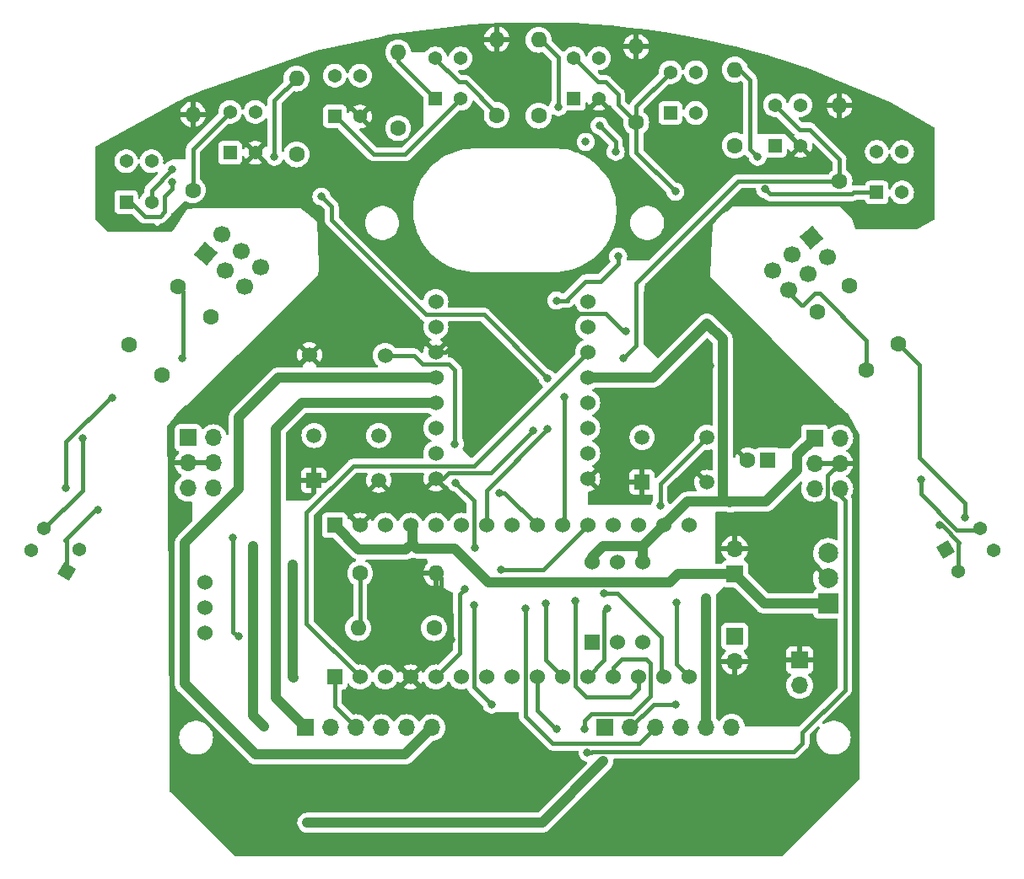
<source format=gbl>
%TF.GenerationSoftware,KiCad,Pcbnew,7.0.1*%
%TF.CreationDate,2023-06-07T19:09:21+09:00*%
%TF.ProjectId,trace,74726163-652e-46b6-9963-61645f706362,rev?*%
%TF.SameCoordinates,Original*%
%TF.FileFunction,Copper,L4,Bot*%
%TF.FilePolarity,Positive*%
%FSLAX46Y46*%
G04 Gerber Fmt 4.6, Leading zero omitted, Abs format (unit mm)*
G04 Created by KiCad (PCBNEW 7.0.1) date 2023-06-07 19:09:21*
%MOMM*%
%LPD*%
G01*
G04 APERTURE LIST*
G04 Aperture macros list*
%AMHorizOval*
0 Thick line with rounded ends*
0 $1 width*
0 $2 $3 position (X,Y) of the first rounded end (center of the circle)*
0 $4 $5 position (X,Y) of the second rounded end (center of the circle)*
0 Add line between two ends*
20,1,$1,$2,$3,$4,$5,0*
0 Add two circle primitives to create the rounded ends*
1,1,$1,$2,$3*
1,1,$1,$4,$5*%
%AMRotRect*
0 Rectangle, with rotation*
0 The origin of the aperture is its center*
0 $1 length*
0 $2 width*
0 $3 Rotation angle, in degrees counterclockwise*
0 Add horizontal line*
21,1,$1,$2,0,0,$3*%
G04 Aperture macros list end*
%TA.AperFunction,ComponentPad*%
%ADD10C,1.600000*%
%TD*%
%TA.AperFunction,ComponentPad*%
%ADD11O,1.600000X1.600000*%
%TD*%
%TA.AperFunction,ComponentPad*%
%ADD12R,1.700000X1.700000*%
%TD*%
%TA.AperFunction,ComponentPad*%
%ADD13O,1.700000X1.700000*%
%TD*%
%TA.AperFunction,ComponentPad*%
%ADD14R,1.530000X1.530000*%
%TD*%
%TA.AperFunction,ComponentPad*%
%ADD15C,1.530000*%
%TD*%
%TA.AperFunction,ComponentPad*%
%ADD16C,1.524000*%
%TD*%
%TA.AperFunction,ComponentPad*%
%ADD17RotRect,1.700000X1.700000X310.000000*%
%TD*%
%TA.AperFunction,ComponentPad*%
%ADD18HorizOval,1.700000X0.000000X0.000000X0.000000X0.000000X0*%
%TD*%
%TA.AperFunction,ComponentPad*%
%ADD19R,1.508000X1.508000*%
%TD*%
%TA.AperFunction,ComponentPad*%
%ADD20C,1.508000*%
%TD*%
%TA.AperFunction,ComponentPad*%
%ADD21R,1.524000X1.524000*%
%TD*%
%TA.AperFunction,ComponentPad*%
%ADD22HorizOval,1.600000X0.000000X0.000000X0.000000X0.000000X0*%
%TD*%
%TA.AperFunction,ComponentPad*%
%ADD23RotRect,1.700000X1.700000X50.000000*%
%TD*%
%TA.AperFunction,ComponentPad*%
%ADD24HorizOval,1.700000X0.000000X0.000000X0.000000X0.000000X0*%
%TD*%
%TA.AperFunction,ComponentPad*%
%ADD25R,1.600000X1.600000*%
%TD*%
%TA.AperFunction,ComponentPad*%
%ADD26HorizOval,1.600000X0.000000X0.000000X0.000000X0.000000X0*%
%TD*%
%TA.AperFunction,ComponentPad*%
%ADD27R,1.995000X1.995000*%
%TD*%
%TA.AperFunction,ComponentPad*%
%ADD28C,1.995000*%
%TD*%
%TA.AperFunction,ComponentPad*%
%ADD29R,1.368000X1.368000*%
%TD*%
%TA.AperFunction,ComponentPad*%
%ADD30C,1.368000*%
%TD*%
%TA.AperFunction,ComponentPad*%
%ADD31RotRect,1.368000X1.368000X301.000000*%
%TD*%
%TA.AperFunction,ComponentPad*%
%ADD32RotRect,1.368000X1.368000X59.000000*%
%TD*%
%TA.AperFunction,ViaPad*%
%ADD33C,0.800000*%
%TD*%
%TA.AperFunction,Conductor*%
%ADD34C,0.400000*%
%TD*%
%TA.AperFunction,Conductor*%
%ADD35C,1.000000*%
%TD*%
G04 APERTURE END LIST*
D10*
%TO.P,R3,1*%
%TO.N,+3.3V*%
X122417500Y-60620000D03*
D11*
%TO.P,R3,2*%
%TO.N,Net-(R3-Pad2)*%
X122417500Y-53000000D03*
%TD*%
D12*
%TO.P,C2,1*%
%TO.N,+5V*%
X156217500Y-105417500D03*
D13*
%TO.P,C2,2*%
%TO.N,GND*%
X156217500Y-102877500D03*
%TD*%
D10*
%TO.P,R2,1*%
%TO.N,LLS*%
X101817500Y-66852500D03*
D11*
%TO.P,R2,2*%
%TO.N,GND*%
X101817500Y-59232500D03*
%TD*%
D10*
%TO.P,R7,1*%
%TO.N,+3.3V*%
X156217500Y-62352500D03*
D11*
%TO.P,R7,2*%
%TO.N,Net-(R7-Pad2)*%
X156217500Y-54732500D03*
%TD*%
D14*
%TO.P,U1,3_1,PA9*%
%TO.N,LHallA*%
X116037500Y-115762500D03*
D15*
%TO.P,U1,3_2,PA10*%
%TO.N,AIN1*%
X118577500Y-115762500D03*
%TO.P,U1,3_3,NRST_1*%
%TO.N,unconnected-(U1A-NRST_1-Pad3_3)*%
X121117500Y-115762500D03*
%TO.P,U1,3_4,GND_1*%
%TO.N,GND*%
X123657500Y-115762500D03*
%TO.P,U1,3_5,PA12*%
%TO.N,Net-(U13-IN)*%
X126197500Y-115762500D03*
%TO.P,U1,3_6,PB0*%
%TO.N,MRS*%
X128737500Y-115762500D03*
%TO.P,U1,3_7,PB7*%
%TO.N,SDA*%
X131277500Y-115762500D03*
%TO.P,U1,3_8,PB6*%
%TO.N,SCL*%
X133817500Y-115762500D03*
%TO.P,U1,3_9,PB1*%
%TO.N,MLS*%
X136357500Y-115762500D03*
%TO.P,U1,3_10,PF0*%
%TO.N,Net-(U1A-PF0)*%
X138897500Y-115762500D03*
%TO.P,U1,3_11,PF1*%
%TO.N,Net-(U1A-PF1)*%
X141437500Y-115762500D03*
%TO.P,U1,3_12,PA8*%
%TO.N,LHallB*%
X143977500Y-115762500D03*
%TO.P,U1,3_13,PA11*%
%TO.N,AIN2*%
X146517500Y-115762500D03*
%TO.P,U1,3_14,PB5*%
%TO.N,BIN2*%
X149057500Y-115762500D03*
%TO.P,U1,3_15,PB4*%
%TO.N,BIN1*%
X151597500Y-115762500D03*
D14*
%TO.P,U1,4_1,VIN*%
%TO.N,+5V*%
X116037500Y-100522500D03*
D15*
%TO.P,U1,4_2,GND_2*%
%TO.N,GND*%
X118577500Y-100522500D03*
%TO.P,U1,4_3,NRST_2*%
%TO.N,unconnected-(U1B-NRST_2-Pad4_3)*%
X121117500Y-100522500D03*
%TO.P,U1,4_4,+5V*%
%TO.N,+5V*%
X123657500Y-100522500D03*
%TO.P,U1,4_5,PA2*%
%TO.N,RHallB*%
X126197500Y-100522500D03*
%TO.P,U1,4_6,PA7*%
%TO.N,BSEN*%
X128737500Y-100522500D03*
%TO.P,U1,4_7,PA6*%
%TO.N,RRS*%
X131277500Y-100522500D03*
%TO.P,U1,4_8,PA5*%
%TO.N,FRS*%
X133817500Y-100522500D03*
%TO.P,U1,4_9,PA4*%
%TO.N,FLS*%
X136357500Y-100522500D03*
%TO.P,U1,4_10,PA3*%
%TO.N,LLS*%
X138897500Y-100522500D03*
%TO.P,U1,4_11,PA1*%
%TO.N,RHallA*%
X141437500Y-100522500D03*
%TO.P,U1,4_12,PA0*%
%TO.N,unconnected-(U1B-PA0-Pad4_12)*%
X143977500Y-100522500D03*
%TO.P,U1,4_13,AREF*%
%TO.N,unconnected-(U1B-AREF-Pad4_13)*%
X146517500Y-100522500D03*
%TO.P,U1,4_14,+3V3*%
%TO.N,+3.3V*%
X149057500Y-100522500D03*
%TO.P,U1,4_15,PB3*%
%TO.N,unconnected-(U1B-PB3-Pad4_15)*%
X151597500Y-100522500D03*
%TD*%
D12*
%TO.P,J1,1,Pin_1*%
%TO.N,Net-(J1-Pin_1)*%
X113097500Y-120842500D03*
D13*
%TO.P,J1,2,Pin_2*%
%TO.N,GND*%
X115637500Y-120842500D03*
%TO.P,J1,3,Pin_3*%
%TO.N,LHallA*%
X118177500Y-120842500D03*
%TO.P,J1,4,Pin_4*%
%TO.N,LHallB*%
X120717500Y-120842500D03*
%TO.P,J1,5,Pin_5*%
%TO.N,+3.3V*%
X123257500Y-120842500D03*
%TO.P,J1,6,Pin_6*%
%TO.N,Net-(J1-Pin_6)*%
X125797500Y-120842500D03*
%TD*%
D16*
%TO.P,U14,1,GND*%
%TO.N,GND*%
X126197500Y-95832500D03*
%TO.P,U14,2,BO1*%
%TO.N,Net-(J7-Pin_1)*%
X126197500Y-93292500D03*
%TO.P,U14,3,BO2*%
%TO.N,Net-(J7-Pin_6)*%
X126197500Y-90752500D03*
%TO.P,U14,4,AO2*%
%TO.N,Net-(J1-Pin_1)*%
X126197500Y-88212500D03*
%TO.P,U14,5,AO1*%
%TO.N,Net-(J1-Pin_6)*%
X126197500Y-85672500D03*
%TO.P,U14,6,GND*%
%TO.N,GND*%
X126197500Y-83132500D03*
%TO.P,U14,7,NC*%
%TO.N,unconnected-(U14-NC-Pad7)*%
X126197500Y-80592500D03*
%TO.P,U14,8,VM*%
%TO.N,VDD*%
X126197500Y-78052500D03*
%TO.P,U14,9,NC*%
%TO.N,unconnected-(U14-NC-Pad9)*%
X141437500Y-78052500D03*
%TO.P,U14,10,AIN2*%
%TO.N,AIN2*%
X141437500Y-80592500D03*
%TO.P,U14,11,AIN1*%
%TO.N,AIN1*%
X141437500Y-83132500D03*
%TO.P,U14,12,STBY*%
%TO.N,+3.3V*%
X141437500Y-85672500D03*
%TO.P,U14,13,BIN1*%
%TO.N,BIN1*%
X141437500Y-88212500D03*
%TO.P,U14,14,BIN2*%
%TO.N,BIN2*%
X141437500Y-90752500D03*
%TO.P,U14,15,NC*%
%TO.N,unconnected-(U14-NC-Pad15)*%
X141437500Y-93292500D03*
%TO.P,U14,16,GND*%
%TO.N,GND*%
X141437500Y-95832500D03*
%TD*%
D10*
%TO.P,R10,1*%
%TO.N,VCC*%
X126027500Y-110842500D03*
D11*
%TO.P,R10,2*%
%TO.N,BSEN*%
X118407500Y-110842500D03*
%TD*%
D17*
%TO.P,J2,1,Pin_1*%
%TO.N,Net-(J2-Pin_1)*%
X163864708Y-71650255D03*
D18*
%TO.P,J2,2,Pin_2*%
X165497389Y-73596008D03*
%TO.P,J2,3,Pin_3*%
%TO.N,Net-(J2-Pin_3)*%
X161918955Y-73282936D03*
%TO.P,J2,4,Pin_4*%
X163551636Y-75228688D03*
%TO.P,J2,5,Pin_5*%
%TO.N,Net-(J2-Pin_5)*%
X159973202Y-74915616D03*
%TO.P,J2,6,Pin_6*%
X161605883Y-76861369D03*
%TD*%
D19*
%TO.P,S2,1*%
%TO.N,GND*%
X146903000Y-96192500D03*
D20*
%TO.P,S2,2*%
X153403000Y-96192500D03*
%TO.P,S2,3*%
%TO.N,unconnected-(S2-Pad3)*%
X146903000Y-91692500D03*
%TO.P,S2,4*%
%TO.N,Net-(U1A-PF1)*%
X153403000Y-91692500D03*
%TD*%
D10*
%TO.P,R5,1*%
%TO.N,+3.3V*%
X136517500Y-59370000D03*
D11*
%TO.P,R5,2*%
%TO.N,Net-(R5-Pad2)*%
X136517500Y-51750000D03*
%TD*%
D10*
%TO.P,R4,1*%
%TO.N,FLS*%
X132317500Y-59310000D03*
D11*
%TO.P,R4,2*%
%TO.N,GND*%
X132317500Y-51690000D03*
%TD*%
D16*
%TO.P,U12,1,VCC*%
%TO.N,+3.3V*%
X141877500Y-104192500D03*
%TO.P,U12,2,VCCIO*%
%TO.N,unconnected-(U12-VCCIO-Pad2)*%
X144417500Y-104192500D03*
%TO.P,U12,3,3v3*%
%TO.N,+3.3V*%
X146957500Y-104192500D03*
D21*
%TO.P,U12,4,GND*%
%TO.N,GND*%
X141877500Y-112292500D03*
D16*
%TO.P,U12,5,SDA*%
%TO.N,SDA*%
X144417500Y-112292500D03*
%TO.P,U12,6,SCL*%
%TO.N,SCL*%
X146957500Y-112292500D03*
%TD*%
D12*
%TO.P,J4,1,Pin_1*%
%TO.N,+3.3V*%
X164210000Y-91750000D03*
D13*
%TO.P,J4,2,Pin_2*%
X166750000Y-91750000D03*
%TO.P,J4,3,Pin_3*%
%TO.N,GND*%
X164210000Y-94290000D03*
%TO.P,J4,4,Pin_4*%
X166750000Y-94290000D03*
%TO.P,J4,5,Pin_5*%
%TO.N,MLS*%
X164210000Y-96830000D03*
%TO.P,J4,6,Pin_6*%
X166750000Y-96830000D03*
%TD*%
D10*
%TO.P,R14,1*%
%TO.N,Net-(R14-Pad1)*%
X164523480Y-79113871D03*
D22*
%TO.P,R14,2*%
%TO.N,Net-(J2-Pin_5)*%
X169421522Y-84951130D03*
%TD*%
D12*
%TO.P,J5,1,Pin_1*%
%TO.N,+3.3V*%
X101329500Y-91725000D03*
D13*
%TO.P,J5,2,Pin_2*%
X103869500Y-91725000D03*
%TO.P,J5,3,Pin_3*%
%TO.N,GND*%
X101329500Y-94265000D03*
%TO.P,J5,4,Pin_4*%
X103869500Y-94265000D03*
%TO.P,J5,5,Pin_5*%
%TO.N,MRS*%
X101329500Y-96805000D03*
%TO.P,J5,6,Pin_6*%
X103869500Y-96805000D03*
%TD*%
D12*
%TO.P,J7,1,Pin_1*%
%TO.N,Net-(J7-Pin_1)*%
X143192500Y-120817500D03*
D13*
%TO.P,J7,2,Pin_2*%
%TO.N,GND*%
X145732500Y-120817500D03*
%TO.P,J7,3,Pin_3*%
%TO.N,RHallA*%
X148272500Y-120817500D03*
%TO.P,J7,4,Pin_4*%
%TO.N,RHallB*%
X150812500Y-120817500D03*
%TO.P,J7,5,Pin_5*%
%TO.N,+3.3V*%
X153352500Y-120817500D03*
%TO.P,J7,6,Pin_6*%
%TO.N,Net-(J7-Pin_6)*%
X155892500Y-120817500D03*
%TD*%
D23*
%TO.P,J3,1,Pin_1*%
%TO.N,Net-(J3-Pin_1)*%
X103075624Y-73257969D03*
D24*
%TO.P,J3,2,Pin_2*%
X104708305Y-71312216D03*
%TO.P,J3,3,Pin_3*%
%TO.N,Net-(J3-Pin_3)*%
X105021377Y-74890650D03*
%TO.P,J3,4,Pin_4*%
X106654057Y-72944897D03*
%TO.P,J3,5,Pin_5*%
%TO.N,Net-(J3-Pin_5)*%
X106967130Y-76523330D03*
%TO.P,J3,6,Pin_6*%
X108599810Y-74577577D03*
%TD*%
D12*
%TO.P,C1,1*%
%TO.N,VCC*%
X156217500Y-111667500D03*
D13*
%TO.P,C1,2*%
%TO.N,GND*%
X156217500Y-114207500D03*
%TD*%
D16*
%TO.P,SW1,1,A*%
%TO.N,VCC*%
X103000000Y-106210000D03*
%TO.P,SW1,2,B*%
%TO.N,VDD*%
X103000000Y-108750000D03*
%TO.P,SW1,3,C*%
%TO.N,unconnected-(SW1-C-Pad3)*%
X103000000Y-111290000D03*
%TD*%
D10*
%TO.P,R6,1*%
%TO.N,FRS*%
X146317500Y-60052500D03*
D11*
%TO.P,R6,2*%
%TO.N,GND*%
X146317500Y-52432500D03*
%TD*%
D25*
%TO.P,C3,1*%
%TO.N,VDD*%
X159500000Y-94000000D03*
D10*
%TO.P,C3,2*%
%TO.N,GND*%
X157500000Y-94000000D03*
%TD*%
%TO.P,R12,1*%
%TO.N,Net-(R12-Pad1)*%
X98737480Y-85459130D03*
D26*
%TO.P,R12,2*%
%TO.N,Net-(J3-Pin_5)*%
X103635522Y-79621871D03*
%TD*%
D10*
%TO.P,R9,1*%
%TO.N,Net-(J3-Pin_1)*%
X95435480Y-82411130D03*
D26*
%TO.P,R9,2*%
%TO.N,Net-(R9-Pad2)*%
X100333522Y-76573871D03*
%TD*%
D16*
%TO.P,U13,1,IN*%
%TO.N,Net-(U13-IN)*%
X121117500Y-83442500D03*
%TO.P,U13,2,OUT*%
%TO.N,GND*%
X113517500Y-83392500D03*
%TD*%
D12*
%TO.P,J6,1,Pin_1*%
%TO.N,GND*%
X162717500Y-114067500D03*
D13*
%TO.P,J6,2,Pin_2*%
%TO.N,VDD*%
X162717500Y-116607500D03*
%TD*%
D19*
%TO.P,S1,1*%
%TO.N,GND*%
X113967500Y-95992500D03*
D20*
%TO.P,S1,2*%
X120467500Y-95992500D03*
%TO.P,S1,3*%
%TO.N,unconnected-(S1-Pad3)*%
X113967500Y-91492500D03*
%TO.P,S1,4*%
%TO.N,Net-(U1A-PF0)*%
X120467500Y-91492500D03*
%TD*%
D10*
%TO.P,R1,1*%
%TO.N,+3.3V*%
X112217500Y-63252500D03*
D11*
%TO.P,R1,2*%
%TO.N,Net-(R1-Pad2)*%
X112217500Y-55632500D03*
%TD*%
D10*
%TO.P,R8,1*%
%TO.N,RRS*%
X166717500Y-65952500D03*
D11*
%TO.P,R8,2*%
%TO.N,GND*%
X166717500Y-58332500D03*
%TD*%
D10*
%TO.P,R13,1*%
%TO.N,Net-(J2-Pin_1)*%
X167698480Y-76446871D03*
D22*
%TO.P,R13,2*%
%TO.N,Net-(R13-Pad2)*%
X172596522Y-82284130D03*
%TD*%
D10*
%TO.P,R11,1*%
%TO.N,BSEN*%
X118607500Y-105342500D03*
D11*
%TO.P,R11,2*%
%TO.N,GND*%
X126227500Y-105342500D03*
%TD*%
D27*
%TO.P,\u4E09\u7AEF\u5B501,1,Pin_1*%
%TO.N,+5V*%
X165592500Y-108382500D03*
D28*
%TO.P,\u4E09\u7AEF\u5B501,2,Pin_2*%
%TO.N,GND*%
X165592500Y-105842500D03*
%TO.P,\u4E09\u7AEF\u5B501,3,Pin_3*%
%TO.N,VCC*%
X165592500Y-103302500D03*
%TD*%
D29*
%TO.P,U9,1*%
%TO.N,Net-(U8-Pad4)*%
X160247500Y-62392500D03*
D30*
%TO.P,U9,2*%
%TO.N,RRS*%
X160247500Y-58292500D03*
%TO.P,U9,3*%
%TO.N,+3.3V*%
X162787500Y-58292500D03*
%TO.P,U9,4*%
%TO.N,GND*%
X162787500Y-62392500D03*
%TD*%
D31*
%TO.P,U11,1*%
%TO.N,Net-(R13-Pad2)*%
X177338709Y-102967226D03*
D30*
%TO.P,U11,2*%
%TO.N,Net-(R14-Pad1)*%
X180853095Y-100855569D03*
%TO.P,U11,3*%
%TO.N,Net-(J2-Pin_1)*%
X182161291Y-103032774D03*
%TO.P,U11,4*%
%TO.N,Net-(J2-Pin_3)*%
X178646905Y-105144431D03*
%TD*%
D29*
%TO.P,U8,1*%
%TO.N,Net-(R7-Pad2)*%
X170464291Y-67092500D03*
D30*
%TO.P,U8,2*%
%TO.N,RRS*%
X170464291Y-62992500D03*
%TO.P,U8,3*%
%TO.N,+3.3V*%
X173004291Y-62992500D03*
%TO.P,U8,4*%
%TO.N,Net-(U8-Pad4)*%
X173004291Y-67092500D03*
%TD*%
D29*
%TO.P,U4,1*%
%TO.N,Net-(R3-Pad2)*%
X126147500Y-57692500D03*
D30*
%TO.P,U4,2*%
%TO.N,FLS*%
X126147500Y-53592500D03*
%TO.P,U4,3*%
%TO.N,+3.3V*%
X128687500Y-53592500D03*
%TO.P,U4,4*%
%TO.N,Net-(U4-Pad4)*%
X128687500Y-57692500D03*
%TD*%
D32*
%TO.P,U10,1*%
%TO.N,Net-(R9-Pad2)*%
X89103095Y-105144431D03*
D30*
%TO.P,U10,2*%
%TO.N,Net-(R12-Pad1)*%
X85588709Y-103032774D03*
%TO.P,U10,3*%
%TO.N,Net-(J3-Pin_1)*%
X86896905Y-100855569D03*
%TO.P,U10,4*%
%TO.N,Net-(J3-Pin_3)*%
X90411291Y-102967226D03*
%TD*%
D29*
%TO.P,U5,1*%
%TO.N,Net-(U4-Pad4)*%
X116060710Y-59442500D03*
D30*
%TO.P,U5,2*%
%TO.N,FLS*%
X116060710Y-55342500D03*
%TO.P,U5,3*%
%TO.N,+3.3V*%
X118600710Y-55342500D03*
%TO.P,U5,4*%
%TO.N,GND*%
X118600710Y-59442500D03*
%TD*%
D29*
%TO.P,U7,1*%
%TO.N,Net-(U6-Pad4)*%
X140047500Y-57692500D03*
D30*
%TO.P,U7,2*%
%TO.N,FRS*%
X140047500Y-53592500D03*
%TO.P,U7,3*%
%TO.N,+3.3V*%
X142587500Y-53592500D03*
%TO.P,U7,4*%
%TO.N,GND*%
X142587500Y-57692500D03*
%TD*%
D29*
%TO.P,U2,1*%
%TO.N,Net-(R1-Pad2)*%
X95117500Y-68042500D03*
D30*
%TO.P,U2,2*%
%TO.N,LLS*%
X95117500Y-63942500D03*
%TO.P,U2,3*%
%TO.N,+3.3V*%
X97657500Y-63942500D03*
%TO.P,U2,4*%
%TO.N,Net-(U2-Pad4)*%
X97657500Y-68042500D03*
%TD*%
D29*
%TO.P,U6,1*%
%TO.N,Net-(R5-Pad2)*%
X149747500Y-59092500D03*
D30*
%TO.P,U6,2*%
%TO.N,FRS*%
X149747500Y-54992500D03*
%TO.P,U6,3*%
%TO.N,+3.3V*%
X152287500Y-54992500D03*
%TO.P,U6,4*%
%TO.N,Net-(U6-Pad4)*%
X152287500Y-59092500D03*
%TD*%
D29*
%TO.P,U3,1*%
%TO.N,Net-(U2-Pad4)*%
X105547500Y-63092500D03*
D30*
%TO.P,U3,2*%
%TO.N,LLS*%
X105547500Y-58992500D03*
%TO.P,U3,3*%
%TO.N,+3.3V*%
X108087500Y-58992500D03*
%TO.P,U3,4*%
%TO.N,GND*%
X108087500Y-63092500D03*
%TD*%
D33*
%TO.N,Net-(J3-Pin_3)*%
X89100000Y-96800000D03*
%TO.N,RRS*%
X137417500Y-90842500D03*
%TO.N,+3.3V*%
X153317500Y-107842500D03*
X155717500Y-98242500D03*
X153417500Y-80242500D03*
%TO.N,Net-(R1-Pad2)*%
X99750000Y-66000000D03*
X110000000Y-63500000D03*
%TO.N,LLS*%
X137417500Y-85742500D03*
X139117500Y-87642500D03*
X114717500Y-67500000D03*
%TO.N,GND*%
X159000000Y-112750000D03*
X175250000Y-61750000D03*
X117000000Y-78250000D03*
X159250000Y-102000000D03*
X150250000Y-118500000D03*
X159250000Y-82750000D03*
X136000000Y-91000000D03*
X160500000Y-112750000D03*
X130500000Y-86500000D03*
X163500000Y-129000000D03*
X123100000Y-97700000D03*
X159000000Y-110750000D03*
X170250000Y-58500000D03*
X144500000Y-94250000D03*
X118750000Y-65750000D03*
X120750000Y-65750000D03*
X132000000Y-122000000D03*
X134250000Y-122000000D03*
X163250000Y-86750000D03*
X147000000Y-130500000D03*
X145250000Y-81000000D03*
X105500000Y-67750000D03*
X143750000Y-130500000D03*
X159000000Y-118900000D03*
X104000000Y-129750000D03*
X175250000Y-63750000D03*
X101500000Y-127250000D03*
X125000000Y-107750000D03*
X165750000Y-126500000D03*
X129750000Y-80500000D03*
X149750000Y-78000000D03*
X160250000Y-54500000D03*
X130500000Y-89000000D03*
X160500000Y-110750000D03*
X134250000Y-124500000D03*
X115250000Y-103000000D03*
X132600000Y-77500000D03*
X153750000Y-84500000D03*
X175250000Y-66250000D03*
X124500000Y-74500000D03*
X129750000Y-122000000D03*
X132000000Y-124500000D03*
X115250000Y-109750000D03*
X150000000Y-130500000D03*
X156000000Y-79500000D03*
X127750000Y-112000000D03*
X110250000Y-67750000D03*
X106250000Y-132000000D03*
X129750000Y-124500000D03*
X151500000Y-63250000D03*
X160750000Y-131750000D03*
X151250000Y-87000000D03*
X107750000Y-67750000D03*
X159250000Y-88500000D03*
X119500000Y-78250000D03*
X93000000Y-64250000D03*
X98750000Y-60000000D03*
X156250000Y-56750000D03*
X165500000Y-98900000D03*
X115250000Y-105000000D03*
%TO.N,FLS*%
X132617500Y-97242500D03*
%TO.N,Net-(R5-Pad2)*%
X138500000Y-58500000D03*
X141250000Y-62000000D03*
%TO.N,FRS*%
X144500000Y-73500000D03*
X150250000Y-67000000D03*
X138317500Y-77942500D03*
%TO.N,Net-(R7-Pad2)*%
X158500000Y-63500000D03*
X159250000Y-66750000D03*
%TO.N,RRS*%
X145000000Y-83750000D03*
%TO.N,Net-(U2-Pad4)*%
X99750000Y-64750000D03*
%TO.N,Net-(U6-Pad4)*%
X142625000Y-60375000D03*
X144250000Y-63000000D03*
%TO.N,Net-(J3-Pin_1)*%
X90750000Y-91750000D03*
%TO.N,Net-(R9-Pad2)*%
X100750000Y-83750000D03*
X92250000Y-99000000D03*
%TO.N,Net-(R13-Pad2)*%
X179300000Y-99700000D03*
%TO.N,Net-(R14-Pad1)*%
X174900000Y-95900000D03*
%TO.N,Net-(J3-Pin_3)*%
X93700000Y-87700000D03*
%TO.N,Net-(J2-Pin_3)*%
X176750000Y-100500000D03*
%TO.N,MLS*%
X138317500Y-120942500D03*
X141417500Y-123342500D03*
%TO.N,MRS*%
X106417500Y-111642500D03*
X105817500Y-101800000D03*
%TO.N,Net-(U1A-PF0)*%
X137217500Y-108342500D03*
%TO.N,Net-(U1A-PF1)*%
X148717500Y-98542500D03*
X143417500Y-108842500D03*
%TO.N,Net-(U13-IN)*%
X129117500Y-106942500D03*
X128217500Y-96242500D03*
X130117500Y-102750000D03*
X128117500Y-92342500D03*
%TO.N,BIN2*%
X143117500Y-107342500D03*
%TO.N,BIN1*%
X150317500Y-108242500D03*
%TO.N,AIN2*%
X140217500Y-108142500D03*
%TO.N,Net-(J7-Pin_6)*%
X108917500Y-120742500D03*
X107817500Y-102642500D03*
%TO.N,Net-(J7-Pin_1)*%
X111917500Y-115842500D03*
X111817500Y-104442500D03*
X143017500Y-124242500D03*
X113300000Y-130400000D03*
%TO.N,RHallA*%
X135217500Y-108842500D03*
X132717500Y-104942500D03*
%TO.N,RHallB*%
X130017500Y-108542500D03*
X131817500Y-118542500D03*
%TO.N,LHallB*%
X141117500Y-120942500D03*
%TD*%
D34*
%TO.N,Net-(U13-IN)*%
X130017500Y-102650000D02*
X130017500Y-98042500D01*
X130117500Y-102750000D02*
X130017500Y-102650000D01*
X130017500Y-98042500D02*
X128217500Y-96242500D01*
%TO.N,Net-(J2-Pin_3)*%
X178646905Y-102353095D02*
X178646905Y-105144431D01*
X178750000Y-102250000D02*
X178646905Y-102353095D01*
X177000000Y-100500000D02*
X178750000Y-102250000D01*
X176750000Y-100500000D02*
X177000000Y-100500000D01*
%TO.N,Net-(J3-Pin_3)*%
X93550000Y-87700000D02*
X93700000Y-87700000D01*
X89100000Y-96800000D02*
X89100000Y-92150000D01*
X89100000Y-92150000D02*
X93550000Y-87700000D01*
%TO.N,MLS*%
X166750000Y-97500000D02*
X166750000Y-96830000D01*
X163000000Y-121300000D02*
X167250000Y-117050000D01*
X163000000Y-122382500D02*
X163000000Y-121300000D01*
X162132500Y-123250000D02*
X163000000Y-122382500D01*
X167250000Y-98000000D02*
X166750000Y-97500000D01*
X141417500Y-123342500D02*
X141825000Y-123342500D01*
X141825000Y-123342500D02*
X141917500Y-123250000D01*
X141917500Y-123250000D02*
X162132500Y-123250000D01*
X167250000Y-117050000D02*
X167250000Y-98000000D01*
D35*
%TO.N,+3.3V*%
X141877500Y-103742500D02*
X142997500Y-102622500D01*
X141877500Y-104192500D02*
X141877500Y-103742500D01*
D34*
%TO.N,Net-(R9-Pad2)*%
X100800000Y-77040349D02*
X100333522Y-76573871D01*
X100800000Y-83700000D02*
X100800000Y-77040349D01*
X100750000Y-83750000D02*
X100800000Y-83700000D01*
%TO.N,RRS*%
X156547500Y-65952500D02*
X166717500Y-65952500D01*
X146317500Y-76182500D02*
X156547500Y-65952500D01*
X146317500Y-82432500D02*
X146317500Y-76182500D01*
X145000000Y-83750000D02*
X146317500Y-82432500D01*
%TO.N,Net-(U6-Pad4)*%
X144250000Y-62000000D02*
X142625000Y-60375000D01*
X144250000Y-63000000D02*
X144250000Y-62000000D01*
D35*
%TO.N,+3.3V*%
X162500000Y-95000000D02*
X162500000Y-93460000D01*
X162500000Y-93460000D02*
X164210000Y-91750000D01*
X147987500Y-85672500D02*
X153417500Y-80242500D01*
X159357500Y-98142500D02*
X162500000Y-95000000D01*
X146957500Y-104192500D02*
X146957500Y-102622500D01*
X153352500Y-107877500D02*
X153317500Y-107842500D01*
X155000000Y-81825000D02*
X153417500Y-80242500D01*
X154500000Y-98142500D02*
X155617500Y-98142500D01*
X142997500Y-102622500D02*
X146957500Y-102622500D01*
X155617500Y-98142500D02*
X155717500Y-98242500D01*
X154500000Y-98142500D02*
X155000000Y-98142500D01*
X149057500Y-100522500D02*
X151437500Y-98142500D01*
X155000000Y-98142500D02*
X155000000Y-81825000D01*
X155000000Y-98142500D02*
X159357500Y-98142500D01*
X141437500Y-85672500D02*
X147987500Y-85672500D01*
X151437500Y-98142500D02*
X154500000Y-98142500D01*
X146957500Y-102622500D02*
X149057500Y-100522500D01*
X153352500Y-120817500D02*
X153352500Y-107877500D01*
D34*
%TO.N,Net-(R1-Pad2)*%
X99000000Y-69000000D02*
X99000000Y-67500000D01*
X98500000Y-69500000D02*
X99000000Y-69000000D01*
X95542500Y-68042500D02*
X97000000Y-69500000D01*
X99000000Y-67500000D02*
X99750000Y-66750000D01*
X97000000Y-69500000D02*
X98500000Y-69500000D01*
X95117500Y-68042500D02*
X95542500Y-68042500D01*
X99750000Y-66750000D02*
X99750000Y-66000000D01*
X110000000Y-57850000D02*
X112217500Y-55632500D01*
X110000000Y-63500000D02*
X110000000Y-57850000D01*
%TO.N,LLS*%
X125217500Y-79342500D02*
X131017500Y-79342500D01*
X114750000Y-67500000D02*
X115750000Y-68500000D01*
X115750000Y-69875000D02*
X125217500Y-79342500D01*
X139117500Y-87642500D02*
X139117500Y-100302500D01*
X139117500Y-100302500D02*
X138897500Y-100522500D01*
X131017500Y-79342500D02*
X137417500Y-85742500D01*
X115750000Y-68500000D02*
X115750000Y-69875000D01*
X114717500Y-67500000D02*
X114750000Y-67500000D01*
X101817500Y-62722500D02*
X105547500Y-58992500D01*
X101817500Y-66852500D02*
X101817500Y-62722500D01*
%TO.N,GND*%
X126750000Y-105865000D02*
X126750000Y-108500000D01*
X145000000Y-81000000D02*
X145250000Y-81000000D01*
X131000000Y-95250000D02*
X131750000Y-95250000D01*
X127117500Y-83132500D02*
X129750000Y-80500000D01*
X165500000Y-98900000D02*
X165500000Y-95540000D01*
X134350000Y-79250000D02*
X143250000Y-79250000D01*
X131750000Y-95250000D02*
X136000000Y-91000000D01*
X143250000Y-79250000D02*
X145000000Y-81000000D01*
X165592500Y-105842500D02*
X163500000Y-103750000D01*
X165500000Y-99500000D02*
X165500000Y-98900000D01*
X165500000Y-95540000D02*
X166750000Y-94290000D01*
X126917500Y-95832500D02*
X127500000Y-95250000D01*
X151250000Y-87000000D02*
X153750000Y-84500000D01*
X132600000Y-77500000D02*
X134350000Y-79250000D01*
X126197500Y-83132500D02*
X127117500Y-83132500D01*
X148050000Y-118500000D02*
X150250000Y-118500000D01*
X126750000Y-108500000D02*
X127750000Y-109500000D01*
X127500000Y-95250000D02*
X131000000Y-95250000D01*
X163500000Y-101500000D02*
X165500000Y-99500000D01*
X126197500Y-95832500D02*
X126917500Y-95832500D01*
X126227500Y-105342500D02*
X126750000Y-105865000D01*
X145732500Y-120817500D02*
X148050000Y-118500000D01*
X163500000Y-103750000D02*
X163500000Y-101500000D01*
X127750000Y-109500000D02*
X127750000Y-112000000D01*
%TO.N,Net-(R3-Pad2)*%
X122417500Y-52542500D02*
X122417500Y-53962500D01*
X122417500Y-53962500D02*
X126147500Y-57692500D01*
%TO.N,FLS*%
X132617500Y-97242500D02*
X133077500Y-97242500D01*
X129165000Y-56000000D02*
X132317500Y-59152500D01*
X126147500Y-53647500D02*
X128500000Y-56000000D01*
X126147500Y-53592500D02*
X126147500Y-53647500D01*
X128500000Y-56000000D02*
X129165000Y-56000000D01*
X133077500Y-97242500D02*
X136357500Y-100522500D01*
%TO.N,Net-(R5-Pad2)*%
X138517500Y-58482500D02*
X138500000Y-58500000D01*
X138517500Y-53532500D02*
X138517500Y-58482500D01*
X136517500Y-51532500D02*
X138517500Y-53532500D01*
%TO.N,FRS*%
X142500000Y-56000000D02*
X143250000Y-56000000D01*
X140047500Y-53592500D02*
X140092500Y-53592500D01*
X138317500Y-77942500D02*
X139417500Y-77942500D01*
X144500000Y-57250000D02*
X144500000Y-58235000D01*
X144500000Y-74250000D02*
X144500000Y-73500000D01*
X141250000Y-76000000D02*
X142750000Y-76000000D01*
X150250000Y-67000000D02*
X146317500Y-63067500D01*
X142750000Y-76000000D02*
X144500000Y-74250000D01*
X140092500Y-53592500D02*
X142500000Y-56000000D01*
X144500000Y-58235000D02*
X146317500Y-60052500D01*
X146317500Y-63067500D02*
X146317500Y-60052500D01*
X146317500Y-58422500D02*
X146317500Y-60052500D01*
X139417500Y-77942500D02*
X139417500Y-77832500D01*
X143250000Y-56000000D02*
X144500000Y-57250000D01*
X149747500Y-54992500D02*
X146317500Y-58422500D01*
X139417500Y-77832500D02*
X141250000Y-76000000D01*
%TO.N,Net-(R7-Pad2)*%
X168000000Y-67250000D02*
X168157500Y-67092500D01*
X168157500Y-67092500D02*
X170464291Y-67092500D01*
X159250000Y-66750000D02*
X159750000Y-67250000D01*
X156732500Y-54732500D02*
X156217500Y-54732500D01*
X157750000Y-55750000D02*
X156732500Y-54732500D01*
X158500000Y-63500000D02*
X157750000Y-62750000D01*
X157750000Y-62750000D02*
X157750000Y-55750000D01*
X159750000Y-67250000D02*
X168000000Y-67250000D01*
%TO.N,RRS*%
X160247500Y-58292500D02*
X162705000Y-60750000D01*
X131277500Y-96982500D02*
X131277500Y-100522500D01*
X166717500Y-63717500D02*
X166717500Y-65952500D01*
X137417500Y-90842500D02*
X131277500Y-96982500D01*
X163750000Y-60750000D02*
X166717500Y-63717500D01*
X162705000Y-60750000D02*
X163750000Y-60750000D01*
%TO.N,Net-(U2-Pad4)*%
X97657500Y-66842500D02*
X99750000Y-64750000D01*
X97657500Y-68042500D02*
X97657500Y-66842500D01*
%TO.N,Net-(U4-Pad4)*%
X116192500Y-59442500D02*
X120000000Y-63250000D01*
X123130000Y-63250000D02*
X128687500Y-57692500D01*
X120000000Y-63250000D02*
X123130000Y-63250000D01*
X116060710Y-59442500D02*
X116192500Y-59442500D01*
%TO.N,BSEN*%
X118607500Y-105342500D02*
X118607500Y-110642500D01*
X118607500Y-110642500D02*
X118407500Y-110842500D01*
%TO.N,Net-(J3-Pin_1)*%
X86896905Y-100853095D02*
X90750000Y-97000000D01*
X86896905Y-100855569D02*
X86896905Y-100853095D01*
X90750000Y-97000000D02*
X90750000Y-91750000D01*
%TO.N,Net-(R9-Pad2)*%
X92000000Y-99000000D02*
X92250000Y-99000000D01*
X89103095Y-102103095D02*
X89000000Y-102000000D01*
X89000000Y-102000000D02*
X92000000Y-99000000D01*
X89103095Y-105144431D02*
X89103095Y-102103095D01*
%TO.N,Net-(R13-Pad2)*%
X179300000Y-98300000D02*
X179300000Y-99700000D01*
X172596522Y-82284130D02*
X174700000Y-84387608D01*
X174700000Y-93700000D02*
X179300000Y-98300000D01*
X174700000Y-84387608D02*
X174700000Y-93700000D01*
%TO.N,Net-(R14-Pad1)*%
X180708664Y-101000000D02*
X180853095Y-100855569D01*
X178500000Y-101000000D02*
X180708664Y-101000000D01*
X174900000Y-95900000D02*
X174900000Y-97400000D01*
X174900000Y-97400000D02*
X178500000Y-101000000D01*
%TO.N,Net-(J2-Pin_5)*%
X163074982Y-78425018D02*
X164250000Y-77250000D01*
X169421522Y-81921522D02*
X169421522Y-84951130D01*
X161538977Y-77063995D02*
X162900000Y-78425018D01*
X162900000Y-78425018D02*
X163074982Y-78425018D01*
X164750000Y-77250000D02*
X169421522Y-81921522D01*
X164250000Y-77250000D02*
X164750000Y-77250000D01*
%TO.N,MLS*%
X138117500Y-120842500D02*
X138317500Y-120942500D01*
X138317500Y-120942500D02*
X138217500Y-120842500D01*
X136357500Y-115762500D02*
X136357500Y-119082500D01*
X136357500Y-119082500D02*
X138117500Y-120842500D01*
%TO.N,MRS*%
X105817500Y-111242500D02*
X106417500Y-111642500D01*
X105817500Y-101800000D02*
X105817500Y-111242500D01*
D35*
%TO.N,+5V*%
X159182500Y-108382500D02*
X156217500Y-105417500D01*
X165592500Y-108382500D02*
X159182500Y-108382500D01*
X118457500Y-102942500D02*
X116037500Y-100522500D01*
X131517500Y-106242500D02*
X128117500Y-102842500D01*
X123217500Y-102942500D02*
X118457500Y-102942500D01*
X123817500Y-100682500D02*
X123657500Y-100522500D01*
X156217500Y-105417500D02*
X150542500Y-105417500D01*
X123817500Y-102342500D02*
X123817500Y-100682500D01*
X150542500Y-105417500D02*
X149717500Y-106242500D01*
X124317500Y-102842500D02*
X123817500Y-102342500D01*
X123817500Y-102342500D02*
X123217500Y-102942500D01*
X149717500Y-106242500D02*
X131517500Y-106242500D01*
X128117500Y-102842500D02*
X124317500Y-102842500D01*
D34*
%TO.N,Net-(U1A-PF0)*%
X137217500Y-108342500D02*
X137217500Y-114082500D01*
X137217500Y-114082500D02*
X138897500Y-115762500D01*
%TO.N,Net-(U1A-PF1)*%
X143117500Y-109142500D02*
X143117500Y-114082500D01*
X148717500Y-96378000D02*
X148717500Y-98542500D01*
X148717500Y-98542500D02*
X148717500Y-98442500D01*
X143117500Y-114082500D02*
X141437500Y-115762500D01*
X143117500Y-109142500D02*
X143417500Y-108842500D01*
X153403000Y-91692500D02*
X148717500Y-96378000D01*
%TO.N,Net-(U13-IN)*%
X128117500Y-84942500D02*
X128117500Y-92342500D01*
X121117500Y-83442500D02*
X124017500Y-83442500D01*
X124867500Y-84292500D02*
X124917500Y-84342500D01*
X124017500Y-83442500D02*
X124867500Y-84292500D01*
X127517500Y-84342500D02*
X128117500Y-84942500D01*
X124917500Y-84342500D02*
X127517500Y-84342500D01*
X128617500Y-113342500D02*
X126197500Y-115762500D01*
X128617500Y-107442500D02*
X128617500Y-113342500D01*
X129117500Y-106942500D02*
X128617500Y-107442500D01*
%TO.N,BIN2*%
X148817500Y-111742500D02*
X148817500Y-115522500D01*
X143117500Y-107342500D02*
X144417500Y-107342500D01*
X144417500Y-107342500D02*
X148817500Y-111742500D01*
X148817500Y-115522500D02*
X149057500Y-115762500D01*
%TO.N,BIN1*%
X150317500Y-108242500D02*
X150317500Y-114482500D01*
X150317500Y-114482500D02*
X151597500Y-115762500D01*
%TO.N,AIN1*%
X113217500Y-110402500D02*
X113217500Y-99242500D01*
X113217500Y-99242500D02*
X117917500Y-94542500D01*
X130027500Y-94542500D02*
X141437500Y-83132500D01*
X118577500Y-115762500D02*
X113217500Y-110402500D01*
X117917500Y-94542500D02*
X130027500Y-94542500D01*
%TO.N,AIN2*%
X145717500Y-117742500D02*
X146517500Y-116942500D01*
X146517500Y-116942500D02*
X146517500Y-115762500D01*
X140217500Y-116642500D02*
X141317500Y-117742500D01*
X140217500Y-108142500D02*
X140217500Y-116642500D01*
X141317500Y-117742500D02*
X145717500Y-117742500D01*
D35*
%TO.N,Net-(J1-Pin_6)*%
X108117500Y-123542500D02*
X123097500Y-123542500D01*
X126197500Y-85672500D02*
X110387500Y-85672500D01*
X101000000Y-116425000D02*
X108117500Y-123542500D01*
X106417500Y-96882500D02*
X101000000Y-102300000D01*
X110387500Y-85672500D02*
X106417500Y-89642500D01*
X101000000Y-102300000D02*
X101000000Y-116425000D01*
X123097500Y-123542500D02*
X125797500Y-120842500D01*
X106417500Y-89642500D02*
X106417500Y-96882500D01*
%TO.N,Net-(J1-Pin_1)*%
X110117500Y-90842500D02*
X112747500Y-88212500D01*
X110117500Y-117862500D02*
X110117500Y-90842500D01*
X112747500Y-88212500D02*
X126197500Y-88212500D01*
X113097500Y-120842500D02*
X110117500Y-117862500D01*
%TO.N,Net-(J7-Pin_6)*%
X107817500Y-102642500D02*
X107817500Y-119642500D01*
X107817500Y-119642500D02*
X108917500Y-120742500D01*
%TO.N,Net-(J7-Pin_1)*%
X111828904Y-115753904D02*
X111917500Y-115842500D01*
X111917500Y-115842500D02*
X111817500Y-115742500D01*
X136860000Y-130400000D02*
X113300000Y-130400000D01*
X143017500Y-124242500D02*
X136860000Y-130400000D01*
X111817500Y-104442500D02*
X111828904Y-104453904D01*
X111828904Y-104453904D02*
X111828904Y-115753904D01*
D34*
%TO.N,RHallA*%
X137017500Y-104942500D02*
X132717500Y-104942500D01*
X135217500Y-119742500D02*
X137917500Y-122442500D01*
X148272500Y-120817500D02*
X146647500Y-122442500D01*
X135217500Y-108842500D02*
X135217500Y-119742500D01*
X141437500Y-100522500D02*
X137017500Y-104942500D01*
X146647500Y-122442500D02*
X137917500Y-122442500D01*
%TO.N,RHallB*%
X130017500Y-116742500D02*
X131817500Y-118542500D01*
X130017500Y-108542500D02*
X130017500Y-116742500D01*
%TO.N,LHallB*%
X147717500Y-114342500D02*
X147717500Y-117642500D01*
X147717500Y-117642500D02*
X145917500Y-119442500D01*
X145917500Y-119442500D02*
X141817500Y-119442500D01*
X143977500Y-115762500D02*
X143977500Y-114782500D01*
X144817500Y-113942500D02*
X147317500Y-113942500D01*
X143977500Y-114782500D02*
X144817500Y-113942500D01*
X141817500Y-119442500D02*
X141117500Y-120142500D01*
X141117500Y-120142500D02*
X141117500Y-120942500D01*
X147317500Y-113942500D02*
X147717500Y-114342500D01*
%TO.N,LHallA*%
X116037500Y-118702500D02*
X118177500Y-120842500D01*
X116037500Y-115762500D02*
X116037500Y-118702500D01*
%TD*%
%TA.AperFunction,Conductor*%
%TO.N,GND*%
G36*
X155136856Y-106715655D02*
G01*
X155260017Y-106761591D01*
X155319627Y-106768000D01*
X156101716Y-106767999D01*
X156149169Y-106777438D01*
X156189397Y-106804318D01*
X158464931Y-109079851D01*
X158467124Y-109082100D01*
X158527442Y-109145554D01*
X158575862Y-109179255D01*
X158583371Y-109184916D01*
X158629093Y-109222198D01*
X158656062Y-109236285D01*
X158669482Y-109244416D01*
X158694449Y-109261794D01*
X158748663Y-109285059D01*
X158757173Y-109289101D01*
X158809451Y-109316409D01*
X158838700Y-109324777D01*
X158853470Y-109330035D01*
X158881442Y-109342040D01*
X158881445Y-109342040D01*
X158881446Y-109342041D01*
X158939226Y-109353914D01*
X158948369Y-109356157D01*
X159005082Y-109372386D01*
X159035420Y-109374696D01*
X159050948Y-109376873D01*
X159080759Y-109383000D01*
X159139744Y-109383000D01*
X159149159Y-109383358D01*
X159153306Y-109383673D01*
X159207976Y-109387837D01*
X159234778Y-109384423D01*
X159238152Y-109383994D01*
X159253817Y-109383000D01*
X163978293Y-109383000D01*
X164036423Y-109397470D01*
X164080986Y-109437501D01*
X164094126Y-109473389D01*
X164095466Y-109472890D01*
X164100909Y-109487483D01*
X164151204Y-109622331D01*
X164237454Y-109737546D01*
X164352669Y-109823796D01*
X164487517Y-109874091D01*
X164547127Y-109880500D01*
X166425500Y-109880499D01*
X166487500Y-109897112D01*
X166532887Y-109942499D01*
X166549500Y-110004499D01*
X166549500Y-116708481D01*
X166540061Y-116755934D01*
X166513181Y-116796162D01*
X162595662Y-120713681D01*
X162555434Y-120740561D01*
X162507981Y-120750000D01*
X157355878Y-120750000D01*
X157297027Y-120735145D01*
X157252277Y-120694139D01*
X157232350Y-120636807D01*
X157227563Y-120582093D01*
X157227563Y-120582092D01*
X157166403Y-120353837D01*
X157066535Y-120139671D01*
X156930995Y-119946099D01*
X156763901Y-119779005D01*
X156570330Y-119643465D01*
X156356163Y-119543597D01*
X156295002Y-119527209D01*
X156127907Y-119482436D01*
X155892500Y-119461840D01*
X155657092Y-119482436D01*
X155428836Y-119543597D01*
X155214670Y-119643465D01*
X155021098Y-119779005D01*
X154854005Y-119946098D01*
X154724075Y-120131659D01*
X154679757Y-120170525D01*
X154622500Y-120184536D01*
X154565243Y-120170525D01*
X154520925Y-120131659D01*
X154433621Y-120006976D01*
X154390995Y-119946099D01*
X154389319Y-119944423D01*
X154362439Y-119904195D01*
X154353000Y-119856742D01*
X154353000Y-116607499D01*
X161361840Y-116607499D01*
X161382436Y-116842907D01*
X161420164Y-116983710D01*
X161443597Y-117071163D01*
X161543465Y-117285330D01*
X161679005Y-117478901D01*
X161846099Y-117645995D01*
X162039670Y-117781535D01*
X162253837Y-117881403D01*
X162482092Y-117942563D01*
X162717500Y-117963159D01*
X162952908Y-117942563D01*
X163181163Y-117881403D01*
X163395330Y-117781535D01*
X163588901Y-117645995D01*
X163755995Y-117478901D01*
X163891535Y-117285330D01*
X163991403Y-117071163D01*
X164052563Y-116842908D01*
X164073159Y-116607500D01*
X164068952Y-116559420D01*
X164052563Y-116372092D01*
X164026389Y-116274408D01*
X163991403Y-116143837D01*
X163891535Y-115929671D01*
X163755995Y-115736099D01*
X163633681Y-115613785D01*
X163602385Y-115561039D01*
X163600196Y-115499746D01*
X163627649Y-115444901D01*
X163678028Y-115409922D01*
X163809589Y-115360852D01*
X163924688Y-115274688D01*
X164010852Y-115159589D01*
X164061097Y-115024875D01*
X164067500Y-114965324D01*
X164067500Y-114317500D01*
X161367500Y-114317500D01*
X161367500Y-114965324D01*
X161373902Y-115024875D01*
X161424147Y-115159589D01*
X161510311Y-115274688D01*
X161625411Y-115360852D01*
X161756971Y-115409922D01*
X161807350Y-115444901D01*
X161834803Y-115499746D01*
X161832614Y-115561039D01*
X161801319Y-115613785D01*
X161679003Y-115736101D01*
X161543465Y-115929670D01*
X161443597Y-116143836D01*
X161382436Y-116372092D01*
X161361840Y-116607499D01*
X154353000Y-116607499D01*
X154353000Y-114457500D01*
X154886864Y-114457500D01*
X154944069Y-114670992D01*
X155043899Y-114885076D01*
X155179393Y-115078581D01*
X155346418Y-115245606D01*
X155539923Y-115381100D01*
X155754007Y-115480930D01*
X155967499Y-115538135D01*
X155967500Y-115538136D01*
X155967500Y-114457500D01*
X156467500Y-114457500D01*
X156467500Y-115538135D01*
X156680992Y-115480930D01*
X156895076Y-115381100D01*
X157088581Y-115245606D01*
X157255606Y-115078581D01*
X157391100Y-114885076D01*
X157490930Y-114670992D01*
X157548136Y-114457500D01*
X156467500Y-114457500D01*
X155967500Y-114457500D01*
X154886864Y-114457500D01*
X154353000Y-114457500D01*
X154353000Y-112565369D01*
X154867000Y-112565369D01*
X154873409Y-112624983D01*
X154923704Y-112759831D01*
X155009954Y-112875046D01*
X155125169Y-112961296D01*
X155257098Y-113010502D01*
X155307478Y-113045481D01*
X155334931Y-113100325D01*
X155332742Y-113161618D01*
X155301447Y-113214365D01*
X155179388Y-113336424D01*
X155043900Y-113529921D01*
X154944069Y-113744007D01*
X154886864Y-113957499D01*
X154886864Y-113957500D01*
X157548136Y-113957500D01*
X157548135Y-113957499D01*
X157510622Y-113817500D01*
X161367500Y-113817500D01*
X162467500Y-113817500D01*
X162467500Y-112717500D01*
X162967500Y-112717500D01*
X162967500Y-113817500D01*
X164067500Y-113817500D01*
X164067500Y-113169676D01*
X164061097Y-113110124D01*
X164010852Y-112975410D01*
X163924688Y-112860311D01*
X163809589Y-112774147D01*
X163674875Y-112723902D01*
X163615324Y-112717500D01*
X162967500Y-112717500D01*
X162467500Y-112717500D01*
X161819676Y-112717500D01*
X161760124Y-112723902D01*
X161625410Y-112774147D01*
X161510311Y-112860311D01*
X161424147Y-112975410D01*
X161373902Y-113110124D01*
X161367500Y-113169676D01*
X161367500Y-113817500D01*
X157510622Y-113817500D01*
X157490930Y-113744007D01*
X157391099Y-113529921D01*
X157255609Y-113336421D01*
X157133553Y-113214365D01*
X157102257Y-113161619D01*
X157100068Y-113100326D01*
X157127521Y-113045481D01*
X157177898Y-113010503D01*
X157309831Y-112961296D01*
X157425046Y-112875046D01*
X157511296Y-112759831D01*
X157561591Y-112624983D01*
X157568000Y-112565373D01*
X157567999Y-110769628D01*
X157561591Y-110710017D01*
X157511296Y-110575169D01*
X157425046Y-110459954D01*
X157309831Y-110373704D01*
X157174983Y-110323409D01*
X157115373Y-110317000D01*
X157115369Y-110317000D01*
X155319630Y-110317000D01*
X155260015Y-110323409D01*
X155125169Y-110373704D01*
X155009954Y-110459954D01*
X154923704Y-110575168D01*
X154873409Y-110710016D01*
X154867000Y-110769630D01*
X154867000Y-112565369D01*
X154353000Y-112565369D01*
X154353000Y-107891738D01*
X154353040Y-107888596D01*
X154355256Y-107801139D01*
X154355255Y-107801138D01*
X154355256Y-107801136D01*
X154344845Y-107743054D01*
X154343542Y-107733763D01*
X154337574Y-107675062D01*
X154328464Y-107646028D01*
X154324723Y-107630786D01*
X154319358Y-107600847D01*
X154301089Y-107555112D01*
X154292247Y-107508070D01*
X154301883Y-107461181D01*
X154328559Y-107421439D01*
X155005844Y-106744154D01*
X155067165Y-106710671D01*
X155136856Y-106715655D01*
G37*
%TD.AperFunction*%
%TA.AperFunction,Conductor*%
G36*
X162905470Y-96107936D02*
G01*
X162961466Y-96147144D01*
X162988176Y-96210068D01*
X162977482Y-96277584D01*
X162936097Y-96366333D01*
X162874936Y-96594592D01*
X162854340Y-96830000D01*
X162874936Y-97065407D01*
X162904402Y-97175375D01*
X162936097Y-97293663D01*
X163035965Y-97507830D01*
X163171505Y-97701401D01*
X163338599Y-97868495D01*
X163532170Y-98004035D01*
X163746337Y-98103903D01*
X163974592Y-98165063D01*
X164210000Y-98185659D01*
X164445408Y-98165063D01*
X164673663Y-98103903D01*
X164887830Y-98004035D01*
X165081401Y-97868495D01*
X165248495Y-97701401D01*
X165378426Y-97515839D01*
X165422743Y-97476975D01*
X165480000Y-97462964D01*
X165537257Y-97476975D01*
X165581573Y-97515839D01*
X165711505Y-97701401D01*
X165878599Y-97868495D01*
X166072170Y-98004035D01*
X166286337Y-98103903D01*
X166359303Y-98123454D01*
X166414890Y-98155547D01*
X166513181Y-98253838D01*
X166540061Y-98294066D01*
X166549500Y-98341519D01*
X166549500Y-101909013D01*
X166533312Y-101970272D01*
X166488974Y-102015536D01*
X166428062Y-102032987D01*
X166366484Y-102018068D01*
X166196302Y-101925970D01*
X166196298Y-101925968D01*
X166196297Y-101925968D01*
X165961501Y-101845362D01*
X165756898Y-101811220D01*
X165716628Y-101804500D01*
X165468372Y-101804500D01*
X165428102Y-101811220D01*
X165223498Y-101845362D01*
X164988702Y-101925968D01*
X164988698Y-101925969D01*
X164988698Y-101925970D01*
X164905531Y-101970978D01*
X164770362Y-102044128D01*
X164574454Y-102196607D01*
X164406313Y-102379258D01*
X164270533Y-102587085D01*
X164170811Y-102814430D01*
X164170810Y-102814433D01*
X164141384Y-102930634D01*
X164109866Y-103055096D01*
X164089365Y-103302499D01*
X164109866Y-103549903D01*
X164109866Y-103549906D01*
X164109867Y-103549908D01*
X164170810Y-103790567D01*
X164190167Y-103834696D01*
X164270533Y-104017914D01*
X164406313Y-104225741D01*
X164574454Y-104408392D01*
X164611813Y-104437469D01*
X164678236Y-104489168D01*
X164715109Y-104536040D01*
X164725836Y-104594705D01*
X164724223Y-104620671D01*
X165858371Y-105754819D01*
X165890465Y-105810406D01*
X165890465Y-105874593D01*
X165858371Y-105930181D01*
X165680181Y-106108372D01*
X165624594Y-106140466D01*
X165560407Y-106140466D01*
X165504819Y-106108372D01*
X164370870Y-104974423D01*
X164270974Y-105127326D01*
X164171285Y-105354594D01*
X164110361Y-105595179D01*
X164089867Y-105842500D01*
X164110361Y-106089820D01*
X164171286Y-106330405D01*
X164270974Y-106557674D01*
X164403646Y-106760744D01*
X164422781Y-106812417D01*
X164417638Y-106867280D01*
X164389233Y-106914497D01*
X164366247Y-106929592D01*
X164366942Y-106930520D01*
X164352670Y-106941203D01*
X164352669Y-106941204D01*
X164274128Y-107000000D01*
X164237454Y-107027454D01*
X164151204Y-107142668D01*
X164095466Y-107292110D01*
X164094127Y-107291610D01*
X164080981Y-107327505D01*
X164036418Y-107367532D01*
X163978292Y-107382000D01*
X159648283Y-107382000D01*
X159600830Y-107372561D01*
X159560602Y-107345681D01*
X157604318Y-105389398D01*
X157577438Y-105349170D01*
X157567999Y-105301717D01*
X157567999Y-104519630D01*
X157565889Y-104500000D01*
X157561591Y-104460017D01*
X157511296Y-104325169D01*
X157425046Y-104209954D01*
X157309831Y-104123704D01*
X157177899Y-104074496D01*
X157127521Y-104039518D01*
X157100068Y-103984673D01*
X157102257Y-103923380D01*
X157133553Y-103870633D01*
X157255609Y-103748577D01*
X157391100Y-103555076D01*
X157490930Y-103340992D01*
X157548136Y-103127500D01*
X154886864Y-103127500D01*
X154944069Y-103340992D01*
X155043899Y-103555076D01*
X155179393Y-103748581D01*
X155301446Y-103870634D01*
X155332742Y-103923380D01*
X155334931Y-103984673D01*
X155307478Y-104039518D01*
X155257099Y-104074497D01*
X155125169Y-104123703D01*
X155125169Y-104123704D01*
X155009954Y-104209954D01*
X154947308Y-104293639D01*
X154923703Y-104325171D01*
X154919539Y-104336335D01*
X154893100Y-104378571D01*
X154852170Y-104406988D01*
X154803358Y-104417000D01*
X154374000Y-104417000D01*
X154312000Y-104400387D01*
X154266613Y-104355000D01*
X154250000Y-104293000D01*
X154250000Y-102627500D01*
X154886864Y-102627500D01*
X155967500Y-102627500D01*
X155967500Y-101546864D01*
X156467500Y-101546864D01*
X156467500Y-102627500D01*
X157548136Y-102627500D01*
X157548135Y-102627499D01*
X157490930Y-102414007D01*
X157391099Y-102199921D01*
X157255609Y-102006421D01*
X157088581Y-101839393D01*
X156895076Y-101703899D01*
X156680992Y-101604069D01*
X156467500Y-101546864D01*
X155967500Y-101546864D01*
X155967499Y-101546864D01*
X155754007Y-101604069D01*
X155539921Y-101703900D01*
X155346421Y-101839390D01*
X155179390Y-102006421D01*
X155043900Y-102199921D01*
X154944069Y-102414007D01*
X154886864Y-102627499D01*
X154886864Y-102627500D01*
X154250000Y-102627500D01*
X154250000Y-99267000D01*
X154266613Y-99205000D01*
X154312000Y-99159613D01*
X154374000Y-99143000D01*
X154398259Y-99143000D01*
X154550742Y-99143000D01*
X154898259Y-99143000D01*
X154971499Y-99143000D01*
X154977778Y-99143158D01*
X155002842Y-99144430D01*
X155050935Y-99146869D01*
X155050935Y-99146868D01*
X155050936Y-99146869D01*
X155066857Y-99144429D01*
X155085635Y-99143000D01*
X155250057Y-99143000D01*
X155307468Y-99157091D01*
X155344449Y-99176408D01*
X155344451Y-99176409D01*
X155540082Y-99232386D01*
X155742976Y-99247837D01*
X155944828Y-99222130D01*
X156061927Y-99182103D01*
X156149304Y-99152238D01*
X156150204Y-99154873D01*
X156193781Y-99143000D01*
X159343221Y-99143000D01*
X159346362Y-99143039D01*
X159433863Y-99145257D01*
X159491932Y-99134848D01*
X159501236Y-99133543D01*
X159559938Y-99127574D01*
X159588967Y-99118465D01*
X159604200Y-99114726D01*
X159634153Y-99109358D01*
X159688926Y-99087478D01*
X159697801Y-99084319D01*
X159715175Y-99078867D01*
X159754088Y-99066659D01*
X159780694Y-99051890D01*
X159794862Y-99045162D01*
X159823117Y-99033877D01*
X159872379Y-99001409D01*
X159880410Y-98996543D01*
X159932002Y-98967909D01*
X159955087Y-98948089D01*
X159967614Y-98938644D01*
X159993019Y-98921902D01*
X160034751Y-98880168D01*
X160041623Y-98873800D01*
X160086395Y-98835366D01*
X160105024Y-98811298D01*
X160115383Y-98799536D01*
X162777421Y-96137497D01*
X162837206Y-96104358D01*
X162905470Y-96107936D01*
G37*
%TD.AperFunction*%
%TA.AperFunction,Conductor*%
G36*
X153505181Y-81745101D02*
G01*
X153963181Y-82203101D01*
X153990061Y-82243329D01*
X153999500Y-82290782D01*
X153999500Y-90391978D01*
X153986712Y-90446822D01*
X153950986Y-90490354D01*
X153899691Y-90513595D01*
X153843406Y-90511753D01*
X153621671Y-90452338D01*
X153403000Y-90433207D01*
X153184328Y-90452338D01*
X152972295Y-90509153D01*
X152773356Y-90601920D01*
X152773354Y-90601921D01*
X152616855Y-90711503D01*
X152593539Y-90727829D01*
X152438329Y-90883039D01*
X152438326Y-90883042D01*
X152438326Y-90883043D01*
X152313162Y-91061797D01*
X152312420Y-91062856D01*
X152219653Y-91261795D01*
X152162838Y-91473828D01*
X152143707Y-91692500D01*
X152160279Y-91881921D01*
X152153273Y-91935139D01*
X152124432Y-91980409D01*
X148368681Y-95736161D01*
X148319318Y-95766411D01*
X148261602Y-95770953D01*
X148208115Y-95748798D01*
X148170515Y-95704775D01*
X148157000Y-95648480D01*
X148157000Y-95390676D01*
X148150597Y-95331124D01*
X148100352Y-95196410D01*
X148014188Y-95081311D01*
X147899089Y-94995147D01*
X147764375Y-94944902D01*
X147704824Y-94938500D01*
X147153000Y-94938500D01*
X147153000Y-97446500D01*
X147704824Y-97446500D01*
X147764375Y-97440097D01*
X147849666Y-97408286D01*
X147908453Y-97401435D01*
X147963720Y-97422612D01*
X148002876Y-97466993D01*
X148017000Y-97524468D01*
X148017000Y-97927108D01*
X148008764Y-97971545D01*
X147985150Y-98010080D01*
X147984966Y-98010283D01*
X147890320Y-98174215D01*
X147831826Y-98354242D01*
X147831825Y-98354244D01*
X147831826Y-98354244D01*
X147828176Y-98388963D01*
X147807658Y-98445340D01*
X147763072Y-98485485D01*
X147704857Y-98500000D01*
X141624000Y-98500000D01*
X141562000Y-98483387D01*
X141516613Y-98438000D01*
X141500000Y-98376000D01*
X141500000Y-97207478D01*
X141514855Y-97148627D01*
X141555861Y-97103877D01*
X141613193Y-97083950D01*
X141657478Y-97080075D01*
X141870781Y-97022920D01*
X142070908Y-96929600D01*
X142135687Y-96884240D01*
X141536319Y-96284872D01*
X141509439Y-96244644D01*
X141500000Y-96197191D01*
X141500000Y-95832501D01*
X141791053Y-95832501D01*
X142489240Y-96530686D01*
X142534600Y-96465908D01*
X142545515Y-96442500D01*
X145649000Y-96442500D01*
X145649000Y-96994324D01*
X145655402Y-97053875D01*
X145705647Y-97188589D01*
X145791811Y-97303688D01*
X145906910Y-97389852D01*
X146041624Y-97440097D01*
X146101176Y-97446500D01*
X146653000Y-97446500D01*
X146653000Y-96442500D01*
X145649000Y-96442500D01*
X142545515Y-96442500D01*
X142627920Y-96265781D01*
X142685075Y-96052478D01*
X142694697Y-95942500D01*
X145649000Y-95942500D01*
X146653000Y-95942500D01*
X146653000Y-94938500D01*
X146101176Y-94938500D01*
X146041624Y-94944902D01*
X145906910Y-94995147D01*
X145791811Y-95081311D01*
X145705647Y-95196410D01*
X145655402Y-95331124D01*
X145649000Y-95390676D01*
X145649000Y-95942500D01*
X142694697Y-95942500D01*
X142704321Y-95832500D01*
X142685075Y-95612521D01*
X142627921Y-95399220D01*
X142534598Y-95199089D01*
X142489240Y-95134311D01*
X141791053Y-95832500D01*
X141791053Y-95832501D01*
X141500000Y-95832501D01*
X141500000Y-95467809D01*
X141509439Y-95420356D01*
X141536319Y-95380128D01*
X142135687Y-94780758D01*
X142070906Y-94735398D01*
X141941719Y-94675158D01*
X141889543Y-94629401D01*
X141870123Y-94562776D01*
X141889543Y-94496151D01*
X141941719Y-94450394D01*
X142071162Y-94390034D01*
X142252120Y-94263326D01*
X142408326Y-94107120D01*
X142535034Y-93926162D01*
X142628394Y-93725950D01*
X142685570Y-93512568D01*
X142704823Y-93292500D01*
X142685570Y-93072432D01*
X142628394Y-92859050D01*
X142535034Y-92658839D01*
X142408326Y-92477880D01*
X142252120Y-92321674D01*
X142071162Y-92194966D01*
X141942311Y-92134882D01*
X141890135Y-92089125D01*
X141870716Y-92022500D01*
X141890135Y-91955875D01*
X141942311Y-91910118D01*
X141947527Y-91907685D01*
X142071162Y-91850034D01*
X142252120Y-91723326D01*
X142282946Y-91692500D01*
X145643707Y-91692500D01*
X145662838Y-91911171D01*
X145719653Y-92123204D01*
X145750177Y-92188663D01*
X145812421Y-92322146D01*
X145938326Y-92501957D01*
X146093543Y-92657174D01*
X146273354Y-92783079D01*
X146472297Y-92875847D01*
X146684326Y-92932661D01*
X146903000Y-92951792D01*
X147121674Y-92932661D01*
X147333703Y-92875847D01*
X147532646Y-92783079D01*
X147712457Y-92657174D01*
X147867674Y-92501957D01*
X147993579Y-92322146D01*
X148086347Y-92123203D01*
X148143161Y-91911174D01*
X148162292Y-91692500D01*
X148143161Y-91473826D01*
X148086347Y-91261797D01*
X147993579Y-91062854D01*
X147867674Y-90883043D01*
X147712457Y-90727826D01*
X147532646Y-90601921D01*
X147383630Y-90532434D01*
X147333704Y-90509153D01*
X147121671Y-90452338D01*
X146903000Y-90433207D01*
X146684328Y-90452338D01*
X146472295Y-90509153D01*
X146273356Y-90601920D01*
X146273354Y-90601921D01*
X146116855Y-90711503D01*
X146093539Y-90727829D01*
X145938329Y-90883039D01*
X145938326Y-90883042D01*
X145938326Y-90883043D01*
X145813162Y-91061797D01*
X145812420Y-91062856D01*
X145719653Y-91261795D01*
X145662838Y-91473828D01*
X145643707Y-91692500D01*
X142282946Y-91692500D01*
X142408326Y-91567120D01*
X142535034Y-91386162D01*
X142628394Y-91185950D01*
X142685570Y-90972568D01*
X142704823Y-90752500D01*
X142701236Y-90711505D01*
X142690038Y-90583500D01*
X142685570Y-90532432D01*
X142628394Y-90319050D01*
X142535034Y-90118839D01*
X142408326Y-89937880D01*
X142252120Y-89781674D01*
X142071162Y-89654966D01*
X141942311Y-89594882D01*
X141890135Y-89549125D01*
X141870716Y-89482500D01*
X141890135Y-89415875D01*
X141942311Y-89370118D01*
X141947527Y-89367685D01*
X142071162Y-89310034D01*
X142252120Y-89183326D01*
X142408326Y-89027120D01*
X142535034Y-88846162D01*
X142628394Y-88645950D01*
X142685570Y-88432568D01*
X142704823Y-88212500D01*
X142685570Y-87992432D01*
X142628394Y-87779050D01*
X142535034Y-87578839D01*
X142408326Y-87397880D01*
X142252120Y-87241674D01*
X142071162Y-87114966D01*
X142071161Y-87114965D01*
X141942311Y-87054881D01*
X141890135Y-87009124D01*
X141870716Y-86942498D01*
X141890136Y-86875873D01*
X141942310Y-86830118D01*
X142071162Y-86770034D01*
X142177714Y-86695425D01*
X142211551Y-86678739D01*
X142248838Y-86673000D01*
X147973221Y-86673000D01*
X147976362Y-86673039D01*
X148063863Y-86675257D01*
X148121932Y-86664848D01*
X148131236Y-86663543D01*
X148189938Y-86657574D01*
X148218967Y-86648465D01*
X148234200Y-86644726D01*
X148264153Y-86639358D01*
X148318926Y-86617478D01*
X148327801Y-86614319D01*
X148345175Y-86608867D01*
X148384088Y-86596659D01*
X148410694Y-86581890D01*
X148424862Y-86575162D01*
X148453117Y-86563877D01*
X148502379Y-86531409D01*
X148510410Y-86526543D01*
X148562002Y-86497909D01*
X148585087Y-86478089D01*
X148597614Y-86468644D01*
X148623019Y-86451902D01*
X148664751Y-86410168D01*
X148671623Y-86403800D01*
X148716395Y-86365366D01*
X148735019Y-86341303D01*
X148745380Y-86329539D01*
X153329819Y-81745100D01*
X153385406Y-81713007D01*
X153449594Y-81713007D01*
X153505181Y-81745101D01*
G37*
%TD.AperFunction*%
%TA.AperFunction,Conductor*%
G36*
X153950986Y-92894646D02*
G01*
X153986712Y-92938178D01*
X153999500Y-92993022D01*
X153999500Y-94892495D01*
X153986712Y-94947339D01*
X153950986Y-94990871D01*
X153899691Y-95014112D01*
X153843406Y-95012270D01*
X153621584Y-94952833D01*
X153403000Y-94933709D01*
X153184413Y-94952833D01*
X152972467Y-95009624D01*
X152773605Y-95102355D01*
X152710555Y-95146501D01*
X153668872Y-96104818D01*
X153700966Y-96160405D01*
X153700966Y-96224593D01*
X153668872Y-96280180D01*
X153490680Y-96458372D01*
X153435093Y-96490466D01*
X153370905Y-96490466D01*
X153315318Y-96458372D01*
X152357001Y-95500055D01*
X152312855Y-95563105D01*
X152220124Y-95761967D01*
X152163333Y-95973913D01*
X152144209Y-96192499D01*
X152163333Y-96411086D01*
X152220124Y-96623032D01*
X152312856Y-96821895D01*
X152400369Y-96946877D01*
X152422529Y-97009890D01*
X152408783Y-97075257D01*
X152363122Y-97124009D01*
X152298794Y-97142000D01*
X151451739Y-97142000D01*
X151448597Y-97141960D01*
X151361135Y-97139743D01*
X151303089Y-97150146D01*
X151293764Y-97151454D01*
X151235062Y-97157425D01*
X151206028Y-97166534D01*
X151190788Y-97170275D01*
X151160845Y-97175642D01*
X151106068Y-97197521D01*
X151097198Y-97200679D01*
X151040910Y-97218341D01*
X151014309Y-97233105D01*
X151000139Y-97239835D01*
X150971885Y-97251122D01*
X150922621Y-97283587D01*
X150914570Y-97288464D01*
X150862998Y-97317090D01*
X150839914Y-97336907D01*
X150827387Y-97346353D01*
X150801981Y-97363098D01*
X150760275Y-97404803D01*
X150753368Y-97411204D01*
X150708603Y-97449635D01*
X150689980Y-97473693D01*
X150679608Y-97485469D01*
X149797182Y-98367895D01*
X149743160Y-98399558D01*
X149680554Y-98400788D01*
X149625330Y-98371270D01*
X149591570Y-98318532D01*
X149582350Y-98290157D01*
X149544679Y-98174216D01*
X149544679Y-98174215D01*
X149450033Y-98010283D01*
X149449850Y-98010080D01*
X149426236Y-97971545D01*
X149418000Y-97927108D01*
X149418000Y-96719519D01*
X149427439Y-96672066D01*
X149454319Y-96631838D01*
X150359530Y-95726627D01*
X153115091Y-92971064D01*
X153160360Y-92942225D01*
X153213572Y-92935219D01*
X153403000Y-92951792D01*
X153621674Y-92932661D01*
X153833703Y-92875847D01*
X153833703Y-92875846D01*
X153843406Y-92873247D01*
X153899691Y-92871405D01*
X153950986Y-92894646D01*
G37*
%TD.AperFunction*%
%TA.AperFunction,Conductor*%
G36*
X125423449Y-89218739D02*
G01*
X125457285Y-89235425D01*
X125563836Y-89310033D01*
X125692689Y-89370118D01*
X125744865Y-89415875D01*
X125764284Y-89482500D01*
X125744865Y-89549125D01*
X125692689Y-89594882D01*
X125563838Y-89654966D01*
X125382879Y-89781674D01*
X125226674Y-89937879D01*
X125099966Y-90118838D01*
X125006606Y-90319048D01*
X124949429Y-90532434D01*
X124930176Y-90752500D01*
X124949429Y-90972565D01*
X125006606Y-91185951D01*
X125065892Y-91313090D01*
X125099966Y-91386162D01*
X125226674Y-91567120D01*
X125382880Y-91723326D01*
X125563838Y-91850034D01*
X125683248Y-91905715D01*
X125692689Y-91910118D01*
X125744865Y-91955875D01*
X125764284Y-92022500D01*
X125744865Y-92089125D01*
X125692689Y-92134882D01*
X125563838Y-92194966D01*
X125382879Y-92321674D01*
X125226674Y-92477879D01*
X125099966Y-92658838D01*
X125006606Y-92859048D01*
X124949429Y-93072434D01*
X124930176Y-93292500D01*
X124949429Y-93512565D01*
X124995876Y-93685906D01*
X124997718Y-93742191D01*
X124974477Y-93793486D01*
X124930945Y-93829212D01*
X124876101Y-93842000D01*
X117942421Y-93842000D01*
X117934934Y-93841774D01*
X117874891Y-93838141D01*
X117815727Y-93848983D01*
X117808328Y-93850110D01*
X117748624Y-93857360D01*
X117739151Y-93860953D01*
X117717547Y-93866976D01*
X117707569Y-93868805D01*
X117652725Y-93893487D01*
X117645810Y-93896351D01*
X117589570Y-93917681D01*
X117581223Y-93923443D01*
X117561687Y-93934461D01*
X117552444Y-93938621D01*
X117505108Y-93975705D01*
X117499082Y-93980139D01*
X117449572Y-94014316D01*
X117409684Y-94059338D01*
X117404552Y-94064789D01*
X116853910Y-94615432D01*
X115456400Y-96012943D01*
X115263162Y-96206181D01*
X115222934Y-96233061D01*
X115175481Y-96242500D01*
X114217500Y-96242500D01*
X114217500Y-97200481D01*
X114208061Y-97247934D01*
X114181181Y-97288162D01*
X113505662Y-97963681D01*
X113465434Y-97990561D01*
X113417981Y-98000000D01*
X111242000Y-98000000D01*
X111180000Y-97983387D01*
X111134613Y-97938000D01*
X111118000Y-97876000D01*
X111118000Y-96242500D01*
X112713500Y-96242500D01*
X112713500Y-96794324D01*
X112719902Y-96853875D01*
X112770147Y-96988589D01*
X112856311Y-97103688D01*
X112971410Y-97189852D01*
X113106124Y-97240097D01*
X113165676Y-97246500D01*
X113717500Y-97246500D01*
X113717500Y-96242500D01*
X112713500Y-96242500D01*
X111118000Y-96242500D01*
X111118000Y-95742500D01*
X112713500Y-95742500D01*
X113717500Y-95742500D01*
X113717500Y-94738500D01*
X114217500Y-94738500D01*
X114217500Y-95742500D01*
X115221500Y-95742500D01*
X115221500Y-95190676D01*
X115215097Y-95131124D01*
X115164852Y-94996410D01*
X115078688Y-94881311D01*
X114963589Y-94795147D01*
X114828875Y-94744902D01*
X114769324Y-94738500D01*
X114217500Y-94738500D01*
X113717500Y-94738500D01*
X113165676Y-94738500D01*
X113106124Y-94744902D01*
X112971410Y-94795147D01*
X112856311Y-94881311D01*
X112770147Y-94996410D01*
X112719902Y-95131124D01*
X112713500Y-95190676D01*
X112713500Y-95742500D01*
X111118000Y-95742500D01*
X111118000Y-91492500D01*
X112708207Y-91492500D01*
X112727338Y-91711171D01*
X112784153Y-91923204D01*
X112823640Y-92007883D01*
X112876921Y-92122146D01*
X113002826Y-92301957D01*
X113158043Y-92457174D01*
X113337854Y-92583079D01*
X113536797Y-92675847D01*
X113748826Y-92732661D01*
X113967500Y-92751792D01*
X114186174Y-92732661D01*
X114398203Y-92675847D01*
X114597146Y-92583079D01*
X114776957Y-92457174D01*
X114932174Y-92301957D01*
X115058079Y-92122146D01*
X115150847Y-91923203D01*
X115207661Y-91711174D01*
X115226792Y-91492500D01*
X119208207Y-91492500D01*
X119227338Y-91711171D01*
X119284153Y-91923204D01*
X119323640Y-92007883D01*
X119376921Y-92122146D01*
X119502826Y-92301957D01*
X119658043Y-92457174D01*
X119837854Y-92583079D01*
X120036797Y-92675847D01*
X120248826Y-92732661D01*
X120467500Y-92751792D01*
X120686174Y-92732661D01*
X120898203Y-92675847D01*
X121097146Y-92583079D01*
X121276957Y-92457174D01*
X121432174Y-92301957D01*
X121558079Y-92122146D01*
X121650847Y-91923203D01*
X121707661Y-91711174D01*
X121726792Y-91492500D01*
X121707661Y-91273826D01*
X121650847Y-91061797D01*
X121558079Y-90862854D01*
X121432174Y-90683043D01*
X121276957Y-90527826D01*
X121097146Y-90401921D01*
X121005421Y-90359149D01*
X120898204Y-90309153D01*
X120686171Y-90252338D01*
X120467500Y-90233207D01*
X120248828Y-90252338D01*
X120036795Y-90309153D01*
X119854109Y-90394341D01*
X119837854Y-90401921D01*
X119731920Y-90476097D01*
X119658039Y-90527829D01*
X119502829Y-90683039D01*
X119502826Y-90683042D01*
X119502826Y-90683043D01*
X119383402Y-90853599D01*
X119376920Y-90862856D01*
X119284153Y-91061795D01*
X119227338Y-91273828D01*
X119208207Y-91492500D01*
X115226792Y-91492500D01*
X115207661Y-91273826D01*
X115150847Y-91061797D01*
X115058079Y-90862854D01*
X114932174Y-90683043D01*
X114776957Y-90527826D01*
X114597146Y-90401921D01*
X114505421Y-90359149D01*
X114398204Y-90309153D01*
X114186171Y-90252338D01*
X113967500Y-90233207D01*
X113748828Y-90252338D01*
X113536795Y-90309153D01*
X113354109Y-90394341D01*
X113337854Y-90401921D01*
X113231920Y-90476097D01*
X113158039Y-90527829D01*
X113002829Y-90683039D01*
X113002826Y-90683042D01*
X113002826Y-90683043D01*
X112883402Y-90853599D01*
X112876920Y-90862856D01*
X112784153Y-91061795D01*
X112727338Y-91273828D01*
X112708207Y-91492500D01*
X111118000Y-91492500D01*
X111118000Y-91308283D01*
X111127439Y-91260830D01*
X111154319Y-91220602D01*
X113125602Y-89249319D01*
X113165830Y-89222439D01*
X113213283Y-89213000D01*
X125386162Y-89213000D01*
X125423449Y-89218739D01*
G37*
%TD.AperFunction*%
%TA.AperFunction,Conductor*%
G36*
X138656833Y-50000093D02*
G01*
X140193066Y-50059677D01*
X140195549Y-50059800D01*
X142003851Y-50168963D01*
X142006367Y-50169142D01*
X143811825Y-50317201D01*
X143814377Y-50317438D01*
X145616202Y-50504323D01*
X145618770Y-50504618D01*
X147416167Y-50730249D01*
X147418691Y-50730593D01*
X149210757Y-50994855D01*
X149213361Y-50995267D01*
X150999408Y-51298059D01*
X151001923Y-51298513D01*
X152780982Y-51639671D01*
X152783533Y-51640189D01*
X154326031Y-51970559D01*
X154327472Y-51970878D01*
X155005890Y-52126349D01*
X155006699Y-52126537D01*
X156320090Y-52437551D01*
X156322603Y-52438175D01*
X158075966Y-52893448D01*
X158078463Y-52894126D01*
X159775207Y-53373914D01*
X159821538Y-53387015D01*
X159824094Y-53387767D01*
X160689531Y-53652734D01*
X161556145Y-53918061D01*
X161558689Y-53918870D01*
X163278958Y-54486337D01*
X163281352Y-54487154D01*
X163691896Y-54632453D01*
X163775365Y-54661994D01*
X163781875Y-54664506D01*
X165212044Y-55263181D01*
X171743533Y-57997293D01*
X171756120Y-58003420D01*
X176219778Y-60497915D01*
X176266354Y-60543610D01*
X176283285Y-60606623D01*
X176249197Y-69714675D01*
X176232330Y-69776651D01*
X176186719Y-69821873D01*
X175274873Y-70342928D01*
X174633482Y-70709437D01*
X174591088Y-70733662D01*
X174529567Y-70750000D01*
X168422707Y-70750000D01*
X168372558Y-70739407D01*
X168330978Y-70709437D01*
X168305070Y-70665212D01*
X168000000Y-69750000D01*
X166750000Y-68500000D01*
X156000000Y-68500000D01*
X155593214Y-68855936D01*
X155565343Y-68874345D01*
X155330199Y-68987535D01*
X155073845Y-69148530D01*
X154837121Y-69337197D01*
X154622987Y-69551176D01*
X154434152Y-69787763D01*
X154328593Y-69955577D01*
X154305287Y-69982872D01*
X154000000Y-70249999D01*
X153966033Y-70963278D01*
X153965383Y-70971354D01*
X153939656Y-71198192D01*
X153939558Y-71326952D01*
X153939558Y-71326959D01*
X153939400Y-71519727D01*
X153939260Y-71525523D01*
X153750000Y-75499999D01*
X153749999Y-75499999D01*
X166249999Y-88250000D01*
X167480926Y-89234741D01*
X167511859Y-89271349D01*
X168734395Y-91471913D01*
X168750000Y-91532133D01*
X168750000Y-125948638D01*
X168740561Y-125996091D01*
X168713681Y-126036319D01*
X161036319Y-133713681D01*
X160996091Y-133740561D01*
X160948638Y-133750000D01*
X106051362Y-133750000D01*
X106003909Y-133740561D01*
X105963681Y-133713681D01*
X99498231Y-127248231D01*
X99471489Y-127208334D01*
X99461914Y-127161271D01*
X99431261Y-121858283D01*
X100432741Y-121858283D01*
X100451787Y-122112438D01*
X100508502Y-122360921D01*
X100601618Y-122598175D01*
X100729048Y-122818891D01*
X100729051Y-122818896D01*
X100887960Y-123018161D01*
X101074793Y-123191516D01*
X101285376Y-123335089D01*
X101515006Y-123445673D01*
X101758552Y-123520797D01*
X102010575Y-123558784D01*
X102265445Y-123558784D01*
X102517468Y-123520797D01*
X102761014Y-123445673D01*
X102990644Y-123335089D01*
X103201227Y-123191516D01*
X103388060Y-123018161D01*
X103546969Y-122818896D01*
X103674403Y-122598172D01*
X103767518Y-122360921D01*
X103824232Y-122112441D01*
X103843278Y-121858284D01*
X103824232Y-121604127D01*
X103767518Y-121355647D01*
X103674403Y-121118396D01*
X103651027Y-121077908D01*
X103572850Y-120942500D01*
X103546969Y-120897672D01*
X103388060Y-120698407D01*
X103201227Y-120525052D01*
X102990644Y-120381479D01*
X102761014Y-120270895D01*
X102517468Y-120195771D01*
X102265445Y-120157784D01*
X102010575Y-120157784D01*
X101758552Y-120195771D01*
X101515006Y-120270895D01*
X101398279Y-120327108D01*
X101285376Y-120381479D01*
X101243127Y-120410284D01*
X101074791Y-120525053D01*
X100954349Y-120636807D01*
X100887960Y-120698407D01*
X100756854Y-120862809D01*
X100729048Y-120897676D01*
X100601618Y-121118392D01*
X100508502Y-121355646D01*
X100451787Y-121604129D01*
X100432741Y-121858283D01*
X99431261Y-121858283D01*
X99286444Y-96805000D01*
X99973840Y-96805000D01*
X99994436Y-97040407D01*
X100023841Y-97150146D01*
X100055597Y-97268663D01*
X100155465Y-97482830D01*
X100291005Y-97676401D01*
X100458099Y-97843495D01*
X100651670Y-97979035D01*
X100865837Y-98078903D01*
X101094092Y-98140063D01*
X101329500Y-98160659D01*
X101564908Y-98140063D01*
X101593906Y-98132292D01*
X101650191Y-98130451D01*
X101701486Y-98153692D01*
X101737212Y-98197224D01*
X101750000Y-98252068D01*
X101750000Y-100083718D01*
X101740561Y-100131171D01*
X101713681Y-100171399D01*
X100302646Y-101582432D01*
X100300399Y-101584623D01*
X100236948Y-101644939D01*
X100203244Y-101693362D01*
X100197573Y-101700882D01*
X100160301Y-101746593D01*
X100146210Y-101773566D01*
X100138082Y-101786983D01*
X100120705Y-101811950D01*
X100097439Y-101866165D01*
X100093399Y-101874671D01*
X100066090Y-101926952D01*
X100057720Y-101956201D01*
X100052459Y-101970978D01*
X100040460Y-101998942D01*
X100028587Y-102056713D01*
X100026342Y-102065860D01*
X100010113Y-102122580D01*
X100007802Y-102152925D01*
X100005622Y-102168466D01*
X99999500Y-102198259D01*
X99999500Y-102257242D01*
X99999142Y-102266656D01*
X99994663Y-102325477D01*
X99998506Y-102355651D01*
X99999500Y-102371317D01*
X99999500Y-116410721D01*
X99999460Y-116413863D01*
X99997242Y-116501362D01*
X100007648Y-116559420D01*
X100008957Y-116568749D01*
X100014926Y-116627438D01*
X100024033Y-116656467D01*
X100027772Y-116671702D01*
X100033141Y-116701652D01*
X100055020Y-116756425D01*
X100058180Y-116765300D01*
X100074368Y-116816895D01*
X100075841Y-116821588D01*
X100090607Y-116848191D01*
X100097337Y-116862364D01*
X100108622Y-116890617D01*
X100141080Y-116939867D01*
X100145961Y-116947923D01*
X100174590Y-116999501D01*
X100194404Y-117022581D01*
X100203856Y-117035116D01*
X100218838Y-117057849D01*
X100220599Y-117060520D01*
X100262300Y-117102221D01*
X100268705Y-117109132D01*
X100307134Y-117153896D01*
X100331193Y-117172519D01*
X100342972Y-117182893D01*
X107399931Y-124239851D01*
X107402124Y-124242100D01*
X107462442Y-124305554D01*
X107510862Y-124339255D01*
X107518371Y-124344916D01*
X107564093Y-124382198D01*
X107591062Y-124396285D01*
X107604482Y-124404416D01*
X107629449Y-124421794D01*
X107629450Y-124421794D01*
X107629451Y-124421795D01*
X107657605Y-124433877D01*
X107683663Y-124445059D01*
X107692163Y-124449095D01*
X107725786Y-124466659D01*
X107744451Y-124476409D01*
X107773696Y-124484777D01*
X107788486Y-124490043D01*
X107795964Y-124493252D01*
X107816442Y-124502040D01*
X107874237Y-124513916D01*
X107883354Y-124516154D01*
X107940082Y-124532387D01*
X107970416Y-124534696D01*
X107985953Y-124536874D01*
X108015759Y-124543000D01*
X108074742Y-124543000D01*
X108084156Y-124543358D01*
X108142976Y-124547837D01*
X108173151Y-124543993D01*
X108188817Y-124543000D01*
X123083221Y-124543000D01*
X123086362Y-124543039D01*
X123173863Y-124545257D01*
X123231932Y-124534848D01*
X123241236Y-124533543D01*
X123299938Y-124527574D01*
X123328967Y-124518465D01*
X123344200Y-124514726D01*
X123374153Y-124509358D01*
X123428926Y-124487478D01*
X123437801Y-124484319D01*
X123455175Y-124478867D01*
X123494088Y-124466659D01*
X123520694Y-124451890D01*
X123534862Y-124445162D01*
X123563117Y-124433877D01*
X123612379Y-124401409D01*
X123620410Y-124396543D01*
X123672002Y-124367909D01*
X123695087Y-124348089D01*
X123707614Y-124338644D01*
X123733019Y-124321902D01*
X123774751Y-124280168D01*
X123781623Y-124273800D01*
X123826395Y-124235366D01*
X123845019Y-124211303D01*
X123855380Y-124199539D01*
X125830532Y-122224387D01*
X125865806Y-122199689D01*
X125907400Y-122188543D01*
X126032908Y-122177563D01*
X126261163Y-122116403D01*
X126475330Y-122016535D01*
X126668901Y-121880995D01*
X126835995Y-121713901D01*
X126971535Y-121520330D01*
X127071403Y-121306163D01*
X127132563Y-121077908D01*
X127153159Y-120842500D01*
X127132563Y-120607092D01*
X127071403Y-120378837D01*
X126971535Y-120164671D01*
X126835995Y-119971099D01*
X126668901Y-119804005D01*
X126475330Y-119668465D01*
X126261163Y-119568597D01*
X126167861Y-119543597D01*
X126032907Y-119507436D01*
X125797500Y-119486840D01*
X125562092Y-119507436D01*
X125333836Y-119568597D01*
X125119670Y-119668465D01*
X124926098Y-119804005D01*
X124759005Y-119971098D01*
X124629075Y-120156659D01*
X124584757Y-120195525D01*
X124527500Y-120209536D01*
X124470243Y-120195525D01*
X124425925Y-120156659D01*
X124397592Y-120116195D01*
X124295995Y-119971099D01*
X124128901Y-119804005D01*
X123935330Y-119668465D01*
X123721163Y-119568597D01*
X123627861Y-119543597D01*
X123492907Y-119507436D01*
X123257500Y-119486840D01*
X123022092Y-119507436D01*
X122793836Y-119568597D01*
X122579670Y-119668465D01*
X122386098Y-119804005D01*
X122219005Y-119971098D01*
X122089075Y-120156659D01*
X122044757Y-120195525D01*
X121987500Y-120209536D01*
X121930243Y-120195525D01*
X121885925Y-120156659D01*
X121857592Y-120116195D01*
X121755995Y-119971099D01*
X121588901Y-119804005D01*
X121395330Y-119668465D01*
X121181163Y-119568597D01*
X121087861Y-119543597D01*
X120952907Y-119507436D01*
X120717500Y-119486840D01*
X120482092Y-119507436D01*
X120253836Y-119568597D01*
X120039670Y-119668465D01*
X119846098Y-119804005D01*
X119679005Y-119971098D01*
X119549075Y-120156659D01*
X119504757Y-120195525D01*
X119447500Y-120209536D01*
X119390243Y-120195525D01*
X119345925Y-120156659D01*
X119317592Y-120116195D01*
X119215995Y-119971099D01*
X119048901Y-119804005D01*
X118855330Y-119668465D01*
X118641163Y-119568597D01*
X118547861Y-119543597D01*
X118412907Y-119507436D01*
X118177500Y-119486840D01*
X117942090Y-119507436D01*
X117925274Y-119511942D01*
X117861089Y-119511940D01*
X117805504Y-119479847D01*
X116774319Y-118448662D01*
X116747439Y-118408434D01*
X116738000Y-118360981D01*
X116738000Y-117151463D01*
X116752469Y-117093335D01*
X116792498Y-117048772D01*
X116848748Y-117028173D01*
X116850367Y-117027999D01*
X116850372Y-117027999D01*
X116909983Y-117021591D01*
X117044831Y-116971296D01*
X117160046Y-116885046D01*
X117246296Y-116769831D01*
X117296591Y-116634983D01*
X117303000Y-116575373D01*
X117302999Y-116541933D01*
X117318545Y-116481820D01*
X117361287Y-116436777D01*
X117420508Y-116418104D01*
X117481356Y-116430483D01*
X117528573Y-116470810D01*
X117601790Y-116575373D01*
X117604368Y-116579055D01*
X117760945Y-116735632D01*
X117942333Y-116862642D01*
X117942336Y-116862643D01*
X117942337Y-116862644D01*
X117986079Y-116883041D01*
X118143020Y-116956223D01*
X118356909Y-117013535D01*
X118577500Y-117032834D01*
X118798091Y-117013535D01*
X119011980Y-116956223D01*
X119212667Y-116862642D01*
X119394055Y-116735632D01*
X119550632Y-116579055D01*
X119677642Y-116397667D01*
X119735118Y-116274407D01*
X119780875Y-116222232D01*
X119847500Y-116202812D01*
X119914125Y-116222232D01*
X119959881Y-116274407D01*
X120017358Y-116397667D01*
X120144368Y-116579055D01*
X120300945Y-116735632D01*
X120482333Y-116862642D01*
X120482336Y-116862643D01*
X120482337Y-116862644D01*
X120526079Y-116883041D01*
X120683020Y-116956223D01*
X120896909Y-117013535D01*
X121117500Y-117032834D01*
X121338091Y-117013535D01*
X121551980Y-116956223D01*
X121752667Y-116862642D01*
X121818716Y-116816394D01*
X122957156Y-116816394D01*
X122957157Y-116816395D01*
X123022582Y-116862206D01*
X123223190Y-116955751D01*
X123436998Y-117013040D01*
X123657500Y-117032332D01*
X123878001Y-117013040D01*
X124091809Y-116955751D01*
X124292413Y-116862207D01*
X124357842Y-116816394D01*
X123657501Y-116116053D01*
X123657500Y-116116053D01*
X122957156Y-116816394D01*
X121818716Y-116816394D01*
X121934055Y-116735632D01*
X122090632Y-116579055D01*
X122217642Y-116397667D01*
X122275395Y-116273812D01*
X122321149Y-116221641D01*
X122387774Y-116202221D01*
X122454400Y-116221640D01*
X122500157Y-116273816D01*
X122557792Y-116397416D01*
X122603603Y-116462841D01*
X122603605Y-116462842D01*
X123303947Y-115762501D01*
X123303947Y-115762500D01*
X122603603Y-115062156D01*
X122557792Y-115127584D01*
X122500157Y-115251183D01*
X122454400Y-115303359D01*
X122387774Y-115322778D01*
X122321149Y-115303358D01*
X122275393Y-115251182D01*
X122217642Y-115127333D01*
X122090632Y-114945945D01*
X121934055Y-114789368D01*
X121818711Y-114708603D01*
X122957156Y-114708603D01*
X123657500Y-115408947D01*
X123657501Y-115408947D01*
X124357842Y-114708605D01*
X124357841Y-114708603D01*
X124292414Y-114662791D01*
X124091811Y-114569249D01*
X123878001Y-114511959D01*
X123657500Y-114492667D01*
X123436998Y-114511959D01*
X123223188Y-114569249D01*
X123022586Y-114662791D01*
X122957156Y-114708603D01*
X121818711Y-114708603D01*
X121752667Y-114662358D01*
X121752664Y-114662357D01*
X121752662Y-114662355D01*
X121551983Y-114568778D01*
X121551980Y-114568777D01*
X121444252Y-114539911D01*
X121338088Y-114511464D01*
X121117500Y-114492165D01*
X120896911Y-114511464D01*
X120683016Y-114568778D01*
X120482337Y-114662355D01*
X120300941Y-114789371D01*
X120144371Y-114945941D01*
X120017355Y-115127337D01*
X119959882Y-115250591D01*
X119914125Y-115302767D01*
X119847500Y-115322187D01*
X119780875Y-115302767D01*
X119735118Y-115250591D01*
X119677644Y-115127337D01*
X119677643Y-115127335D01*
X119677642Y-115127333D01*
X119550632Y-114945945D01*
X119394055Y-114789368D01*
X119212667Y-114662358D01*
X119212664Y-114662357D01*
X119212662Y-114662355D01*
X119011983Y-114568778D01*
X119011980Y-114568777D01*
X118904252Y-114539911D01*
X118798088Y-114511464D01*
X118577499Y-114492165D01*
X118377923Y-114509625D01*
X118324705Y-114502619D01*
X118279435Y-114473778D01*
X113954319Y-110148662D01*
X113927439Y-110108434D01*
X113918000Y-110060981D01*
X113918000Y-99584019D01*
X113927439Y-99536566D01*
X113954319Y-99496338D01*
X116412161Y-97038496D01*
X119775055Y-97038496D01*
X119775056Y-97038497D01*
X119838104Y-97082643D01*
X120036967Y-97175375D01*
X120248913Y-97232166D01*
X120467500Y-97251290D01*
X120686086Y-97232166D01*
X120898032Y-97175375D01*
X121096892Y-97082644D01*
X121159943Y-97038496D01*
X121005687Y-96884240D01*
X125499312Y-96884240D01*
X125564093Y-96929601D01*
X125764218Y-97022920D01*
X125977521Y-97080075D01*
X126197500Y-97099321D01*
X126417478Y-97080075D01*
X126630781Y-97022920D01*
X126830908Y-96929600D01*
X126895687Y-96884240D01*
X126197501Y-96186053D01*
X126197500Y-96186053D01*
X125499312Y-96884240D01*
X121005687Y-96884240D01*
X120467501Y-96346053D01*
X120467500Y-96346053D01*
X119775055Y-97038496D01*
X116412161Y-97038496D01*
X118171338Y-95279319D01*
X118211566Y-95252439D01*
X118259019Y-95243000D01*
X119238721Y-95243000D01*
X119298364Y-95258286D01*
X119343302Y-95300375D01*
X119362456Y-95358891D01*
X119351103Y-95419405D01*
X119284624Y-95561967D01*
X119227833Y-95773913D01*
X119208709Y-95992500D01*
X119227833Y-96211086D01*
X119284624Y-96423032D01*
X119377356Y-96621896D01*
X119421502Y-96684942D01*
X119421502Y-96684943D01*
X120379818Y-95726627D01*
X120435405Y-95694533D01*
X120499593Y-95694533D01*
X120555180Y-95726627D01*
X121513496Y-96684943D01*
X121557644Y-96621892D01*
X121650375Y-96423032D01*
X121707166Y-96211086D01*
X121726290Y-95992500D01*
X121707166Y-95773913D01*
X121650375Y-95561967D01*
X121583897Y-95419405D01*
X121572544Y-95358891D01*
X121591698Y-95300375D01*
X121636636Y-95258286D01*
X121696279Y-95243000D01*
X124887338Y-95243000D01*
X124942182Y-95255788D01*
X124985714Y-95291514D01*
X125008955Y-95342809D01*
X125007113Y-95399094D01*
X124949924Y-95612521D01*
X124930678Y-95832500D01*
X124949924Y-96052478D01*
X125007079Y-96265781D01*
X125100398Y-96465906D01*
X125145758Y-96530687D01*
X126109819Y-95566627D01*
X126165406Y-95534533D01*
X126229594Y-95534533D01*
X126285181Y-95566627D01*
X127249240Y-96530686D01*
X127262855Y-96529495D01*
X127317423Y-96537001D01*
X127363357Y-96567402D01*
X127382846Y-96600049D01*
X127383804Y-96599497D01*
X127484966Y-96774716D01*
X127611629Y-96915389D01*
X127764769Y-97026651D01*
X127937697Y-97103644D01*
X128092626Y-97136575D01*
X128126013Y-97148891D01*
X128154527Y-97170184D01*
X129280681Y-98296338D01*
X129307561Y-98336566D01*
X129317000Y-98384019D01*
X129317000Y-99206035D01*
X129304212Y-99260879D01*
X129268486Y-99304411D01*
X129217191Y-99327652D01*
X129160907Y-99325810D01*
X128959935Y-99271959D01*
X128958088Y-99271464D01*
X128737500Y-99252165D01*
X128516911Y-99271464D01*
X128303016Y-99328778D01*
X128102337Y-99422355D01*
X128047415Y-99460812D01*
X127920947Y-99549367D01*
X127920941Y-99549371D01*
X127764371Y-99705941D01*
X127637355Y-99887337D01*
X127579882Y-100010591D01*
X127534125Y-100062767D01*
X127467500Y-100082187D01*
X127400875Y-100062767D01*
X127355118Y-100010591D01*
X127297644Y-99887337D01*
X127297643Y-99887335D01*
X127297642Y-99887333D01*
X127170632Y-99705945D01*
X127014055Y-99549368D01*
X126832667Y-99422358D01*
X126832664Y-99422357D01*
X126832662Y-99422355D01*
X126631983Y-99328778D01*
X126631980Y-99328777D01*
X126419935Y-99271959D01*
X126418088Y-99271464D01*
X126197500Y-99252165D01*
X125976911Y-99271464D01*
X125763016Y-99328778D01*
X125562337Y-99422355D01*
X125507415Y-99460812D01*
X125380947Y-99549367D01*
X125380941Y-99549371D01*
X125224371Y-99705941D01*
X125097355Y-99887337D01*
X125039882Y-100010591D01*
X124994125Y-100062767D01*
X124927500Y-100082187D01*
X124860875Y-100062767D01*
X124815118Y-100010591D01*
X124757644Y-99887337D01*
X124757643Y-99887335D01*
X124757642Y-99887333D01*
X124630632Y-99705945D01*
X124474055Y-99549368D01*
X124292667Y-99422358D01*
X124292664Y-99422357D01*
X124292662Y-99422355D01*
X124091983Y-99328778D01*
X124091980Y-99328777D01*
X123879935Y-99271959D01*
X123878088Y-99271464D01*
X123657500Y-99252165D01*
X123436911Y-99271464D01*
X123223016Y-99328778D01*
X123022337Y-99422355D01*
X122967415Y-99460812D01*
X122840947Y-99549367D01*
X122840941Y-99549371D01*
X122684371Y-99705941D01*
X122557355Y-99887337D01*
X122499882Y-100010591D01*
X122454125Y-100062767D01*
X122387500Y-100082187D01*
X122320875Y-100062767D01*
X122275118Y-100010591D01*
X122217644Y-99887337D01*
X122217643Y-99887335D01*
X122217642Y-99887333D01*
X122090632Y-99705945D01*
X121934055Y-99549368D01*
X121752667Y-99422358D01*
X121752664Y-99422357D01*
X121752662Y-99422355D01*
X121551983Y-99328778D01*
X121551980Y-99328777D01*
X121339935Y-99271959D01*
X121338088Y-99271464D01*
X121117500Y-99252165D01*
X120896911Y-99271464D01*
X120683016Y-99328778D01*
X120482337Y-99422355D01*
X120427415Y-99460812D01*
X120300947Y-99549367D01*
X120300941Y-99549371D01*
X120144371Y-99705941D01*
X120144368Y-99705944D01*
X120144368Y-99705945D01*
X120039729Y-99855385D01*
X120017357Y-99887335D01*
X119959606Y-100011183D01*
X119913849Y-100063359D01*
X119847224Y-100082778D01*
X119780599Y-100063359D01*
X119734842Y-100011183D01*
X119677206Y-99887582D01*
X119631395Y-99822157D01*
X119631394Y-99822156D01*
X118773918Y-100679633D01*
X118732289Y-100707083D01*
X118576949Y-100769219D01*
X118529889Y-100778084D01*
X118482979Y-100768455D01*
X118443216Y-100741769D01*
X117523603Y-99822156D01*
X117519881Y-99822482D01*
X117481358Y-99855385D01*
X117420510Y-99867765D01*
X117361289Y-99849093D01*
X117318546Y-99804052D01*
X117302999Y-99743935D01*
X117302999Y-99709630D01*
X117302603Y-99705945D01*
X117296591Y-99650017D01*
X117246296Y-99515169D01*
X117211437Y-99468603D01*
X117877156Y-99468603D01*
X118577500Y-100168947D01*
X118577501Y-100168947D01*
X119277842Y-99468605D01*
X119277841Y-99468603D01*
X119212414Y-99422791D01*
X119011811Y-99329249D01*
X118798001Y-99271959D01*
X118577500Y-99252667D01*
X118356998Y-99271959D01*
X118143188Y-99329249D01*
X117942586Y-99422791D01*
X117877156Y-99468603D01*
X117211437Y-99468603D01*
X117160046Y-99399954D01*
X117044831Y-99313704D01*
X116909983Y-99263409D01*
X116850373Y-99257000D01*
X116850369Y-99257000D01*
X115224630Y-99257000D01*
X115165015Y-99263409D01*
X115030169Y-99313704D01*
X114914954Y-99399954D01*
X114828704Y-99515168D01*
X114778409Y-99650015D01*
X114778409Y-99650017D01*
X114772397Y-99705941D01*
X114772000Y-99709630D01*
X114772000Y-101335369D01*
X114778409Y-101394984D01*
X114802532Y-101459661D01*
X114828704Y-101529831D01*
X114914954Y-101645046D01*
X115030169Y-101731296D01*
X115165017Y-101781591D01*
X115224627Y-101788000D01*
X115836716Y-101787999D01*
X115884169Y-101797438D01*
X115924397Y-101824318D01*
X117739931Y-103639851D01*
X117742124Y-103642100D01*
X117802442Y-103705554D01*
X117850862Y-103739255D01*
X117858371Y-103744916D01*
X117904093Y-103782198D01*
X117931062Y-103796285D01*
X117944482Y-103804416D01*
X117969449Y-103821794D01*
X117969450Y-103821794D01*
X117969451Y-103821795D01*
X118000907Y-103835294D01*
X118023663Y-103845059D01*
X118032163Y-103849095D01*
X118084451Y-103876409D01*
X118113696Y-103884777D01*
X118128481Y-103890040D01*
X118142907Y-103896231D01*
X118188410Y-103929781D01*
X118214290Y-103980046D01*
X118215166Y-104036576D01*
X118190856Y-104087618D01*
X118146413Y-104122564D01*
X117954765Y-104211932D01*
X117768359Y-104342453D01*
X117607453Y-104503359D01*
X117476932Y-104689764D01*
X117380761Y-104896002D01*
X117321864Y-105115810D01*
X117302031Y-105342500D01*
X117321864Y-105569189D01*
X117380761Y-105788997D01*
X117476932Y-105995235D01*
X117607453Y-106181640D01*
X117768359Y-106342546D01*
X117854123Y-106402598D01*
X117892989Y-106446916D01*
X117907000Y-106504173D01*
X117907000Y-109561947D01*
X117887581Y-109628572D01*
X117835405Y-109674329D01*
X117754765Y-109711932D01*
X117568359Y-109842453D01*
X117407453Y-110003359D01*
X117276932Y-110189764D01*
X117180761Y-110396002D01*
X117121864Y-110615810D01*
X117102031Y-110842500D01*
X117121864Y-111069189D01*
X117180761Y-111288997D01*
X117276932Y-111495235D01*
X117407453Y-111681640D01*
X117568359Y-111842546D01*
X117754764Y-111973067D01*
X117754765Y-111973067D01*
X117754766Y-111973068D01*
X117961004Y-112069239D01*
X118180808Y-112128135D01*
X118407500Y-112147968D01*
X118634192Y-112128135D01*
X118853996Y-112069239D01*
X119060234Y-111973068D01*
X119246639Y-111842547D01*
X119407547Y-111681639D01*
X119538068Y-111495234D01*
X119634239Y-111288996D01*
X119693135Y-111069192D01*
X119712968Y-110842500D01*
X119712968Y-110842499D01*
X124722031Y-110842499D01*
X124741864Y-111069189D01*
X124800761Y-111288997D01*
X124896932Y-111495235D01*
X125027453Y-111681640D01*
X125188359Y-111842546D01*
X125374764Y-111973067D01*
X125374765Y-111973067D01*
X125374766Y-111973068D01*
X125581004Y-112069239D01*
X125800808Y-112128135D01*
X126027500Y-112147968D01*
X126254192Y-112128135D01*
X126473996Y-112069239D01*
X126680234Y-111973068D01*
X126866639Y-111842547D01*
X127027547Y-111681639D01*
X127158068Y-111495234D01*
X127254239Y-111288996D01*
X127313135Y-111069192D01*
X127332968Y-110842500D01*
X127313135Y-110615808D01*
X127254239Y-110396004D01*
X127158068Y-110189766D01*
X127103856Y-110112343D01*
X127027546Y-110003359D01*
X126866640Y-109842453D01*
X126680235Y-109711932D01*
X126473997Y-109615761D01*
X126254189Y-109556864D01*
X126027500Y-109537031D01*
X125800810Y-109556864D01*
X125581002Y-109615761D01*
X125374764Y-109711932D01*
X125188359Y-109842453D01*
X125027453Y-110003359D01*
X124896932Y-110189764D01*
X124800761Y-110396002D01*
X124741864Y-110615810D01*
X124722031Y-110842499D01*
X119712968Y-110842499D01*
X119693135Y-110615808D01*
X119634239Y-110396004D01*
X119538068Y-110189766D01*
X119509287Y-110148662D01*
X119407549Y-110003363D01*
X119407545Y-110003359D01*
X119344316Y-109940130D01*
X119317439Y-109899905D01*
X119308000Y-109852452D01*
X119308000Y-106504173D01*
X119322011Y-106446916D01*
X119360877Y-106402598D01*
X119446640Y-106342546D01*
X119607546Y-106181640D01*
X119658848Y-106108372D01*
X119738068Y-105995234D01*
X119834239Y-105788996D01*
X119886890Y-105592500D01*
X124948628Y-105592500D01*
X125001233Y-105788826D01*
X125097365Y-105994980D01*
X125227841Y-106181319D01*
X125388680Y-106342158D01*
X125575019Y-106472634D01*
X125781173Y-106568766D01*
X125977499Y-106621371D01*
X125977500Y-106621372D01*
X125977500Y-105592500D01*
X124948628Y-105592500D01*
X119886890Y-105592500D01*
X119893135Y-105569192D01*
X119912968Y-105342500D01*
X119893135Y-105115808D01*
X119834239Y-104896004D01*
X119738068Y-104689766D01*
X119706817Y-104645135D01*
X119607546Y-104503359D01*
X119446640Y-104342453D01*
X119260234Y-104211932D01*
X119190431Y-104179382D01*
X119140035Y-104136339D01*
X119119006Y-104073489D01*
X119133351Y-104008785D01*
X119178971Y-103960711D01*
X119242836Y-103943000D01*
X123203221Y-103943000D01*
X123206362Y-103943039D01*
X123293863Y-103945257D01*
X123351932Y-103934848D01*
X123361236Y-103933543D01*
X123419938Y-103927574D01*
X123448967Y-103918465D01*
X123464200Y-103914726D01*
X123494153Y-103909358D01*
X123548926Y-103887478D01*
X123557801Y-103884319D01*
X123575175Y-103878867D01*
X123614088Y-103866659D01*
X123640694Y-103851890D01*
X123654862Y-103845162D01*
X123683117Y-103833877D01*
X123732379Y-103801409D01*
X123740410Y-103796543D01*
X123792002Y-103767909D01*
X123792002Y-103767908D01*
X123799634Y-103763673D01*
X123858240Y-103748103D01*
X123917219Y-103762184D01*
X123944450Y-103776408D01*
X123944451Y-103776409D01*
X123973696Y-103784777D01*
X123988486Y-103790043D01*
X123989712Y-103790569D01*
X124016442Y-103802040D01*
X124074237Y-103813916D01*
X124083354Y-103816154D01*
X124140082Y-103832387D01*
X124170416Y-103834696D01*
X124185953Y-103836874D01*
X124215759Y-103843000D01*
X124274743Y-103843000D01*
X124284157Y-103843358D01*
X124342977Y-103847837D01*
X124373152Y-103843993D01*
X124388818Y-103843000D01*
X125191626Y-103843000D01*
X125241775Y-103853593D01*
X125283355Y-103883563D01*
X125309262Y-103927786D01*
X125355667Y-104067000D01*
X125408646Y-104225938D01*
X125411692Y-104293639D01*
X125378691Y-104352831D01*
X125227838Y-104503684D01*
X125097365Y-104690019D01*
X125001233Y-104896173D01*
X124948628Y-105092499D01*
X124948628Y-105092500D01*
X126353500Y-105092500D01*
X126415500Y-105109113D01*
X126460887Y-105154500D01*
X126477500Y-105216500D01*
X126477500Y-106621371D01*
X126588115Y-106591732D01*
X126636120Y-106588532D01*
X126681726Y-106603843D01*
X127509048Y-107076599D01*
X127852181Y-107272675D01*
X127890067Y-107306214D01*
X127911401Y-107352095D01*
X127912197Y-107384868D01*
X127912233Y-107384866D01*
X127916774Y-107459934D01*
X127917000Y-107467421D01*
X127917000Y-113000981D01*
X127907561Y-113048434D01*
X127880681Y-113088662D01*
X126495563Y-114473778D01*
X126450293Y-114502619D01*
X126397075Y-114509625D01*
X126197500Y-114492165D01*
X125976911Y-114511464D01*
X125763016Y-114568778D01*
X125562337Y-114662355D01*
X125380941Y-114789371D01*
X125224371Y-114945941D01*
X125224368Y-114945944D01*
X125224368Y-114945945D01*
X125169101Y-115024875D01*
X125097357Y-115127335D01*
X125039606Y-115251183D01*
X124993849Y-115303359D01*
X124927224Y-115322778D01*
X124860599Y-115303359D01*
X124814842Y-115251183D01*
X124757206Y-115127582D01*
X124711395Y-115062157D01*
X124711394Y-115062156D01*
X124011053Y-115762500D01*
X124011053Y-115762501D01*
X124711394Y-116462842D01*
X124757209Y-116397412D01*
X124814842Y-116273817D01*
X124860599Y-116221641D01*
X124927224Y-116202221D01*
X124993849Y-116221641D01*
X125039606Y-116273817D01*
X125097355Y-116397662D01*
X125097356Y-116397663D01*
X125097358Y-116397667D01*
X125224368Y-116579055D01*
X125380945Y-116735632D01*
X125562333Y-116862642D01*
X125562336Y-116862643D01*
X125562337Y-116862644D01*
X125606079Y-116883041D01*
X125763020Y-116956223D01*
X125976909Y-117013535D01*
X126197500Y-117032834D01*
X126418091Y-117013535D01*
X126631980Y-116956223D01*
X126832667Y-116862642D01*
X127014055Y-116735632D01*
X127170632Y-116579055D01*
X127297642Y-116397667D01*
X127355118Y-116274407D01*
X127400875Y-116222232D01*
X127467500Y-116202812D01*
X127534125Y-116222232D01*
X127579881Y-116274407D01*
X127637358Y-116397667D01*
X127764368Y-116579055D01*
X127920945Y-116735632D01*
X128102333Y-116862642D01*
X128102336Y-116862643D01*
X128102337Y-116862644D01*
X128146079Y-116883041D01*
X128303020Y-116956223D01*
X128516909Y-117013535D01*
X128737500Y-117032834D01*
X128958091Y-117013535D01*
X129171980Y-116956223D01*
X129201508Y-116942453D01*
X129265264Y-116931357D01*
X129325930Y-116953893D01*
X129366979Y-117003925D01*
X129368482Y-117007263D01*
X129371356Y-117014201D01*
X129389081Y-117060936D01*
X129392682Y-117070430D01*
X129398441Y-117078773D01*
X129409461Y-117098313D01*
X129413620Y-117107554D01*
X129413621Y-117107555D01*
X129413622Y-117107557D01*
X129415872Y-117110429D01*
X129450716Y-117154905D01*
X129455151Y-117160932D01*
X129489317Y-117210429D01*
X129534347Y-117250322D01*
X129539783Y-117255440D01*
X130890995Y-118606652D01*
X130915234Y-118640949D01*
X130926634Y-118681369D01*
X130931825Y-118730754D01*
X130990320Y-118910784D01*
X131084966Y-119074716D01*
X131211629Y-119215389D01*
X131364769Y-119326651D01*
X131537697Y-119403644D01*
X131722852Y-119443000D01*
X131722854Y-119443000D01*
X131912146Y-119443000D01*
X131912148Y-119443000D01*
X132035584Y-119416762D01*
X132097303Y-119403644D01*
X132270230Y-119326651D01*
X132343134Y-119273682D01*
X132377703Y-119256069D01*
X132416021Y-119250000D01*
X134393000Y-119250000D01*
X134455000Y-119266613D01*
X134500387Y-119312000D01*
X134517000Y-119374000D01*
X134517000Y-119717579D01*
X134516774Y-119725066D01*
X134513141Y-119785107D01*
X134523983Y-119844271D01*
X134525110Y-119851672D01*
X134532360Y-119911373D01*
X134535950Y-119920839D01*
X134541975Y-119942452D01*
X134543803Y-119952429D01*
X134568491Y-120007283D01*
X134571356Y-120014201D01*
X134592680Y-120070426D01*
X134592682Y-120070430D01*
X134598441Y-120078773D01*
X134609461Y-120098313D01*
X134613620Y-120107554D01*
X134613621Y-120107555D01*
X134613622Y-120107557D01*
X134623412Y-120120053D01*
X134650716Y-120154905D01*
X134655154Y-120160936D01*
X134688700Y-120209536D01*
X134689317Y-120210429D01*
X134734347Y-120250322D01*
X134739783Y-120255440D01*
X137404558Y-122920215D01*
X137409678Y-122925653D01*
X137449571Y-122970683D01*
X137449572Y-122970684D01*
X137499073Y-123004852D01*
X137505091Y-123009280D01*
X137552444Y-123046378D01*
X137561680Y-123050534D01*
X137581231Y-123061562D01*
X137589566Y-123067316D01*
X137589568Y-123067316D01*
X137589570Y-123067318D01*
X137645826Y-123088652D01*
X137652720Y-123091509D01*
X137707569Y-123116195D01*
X137717544Y-123118022D01*
X137739156Y-123124047D01*
X137748628Y-123127640D01*
X137808341Y-123134890D01*
X137815685Y-123136007D01*
X137874894Y-123146858D01*
X137931602Y-123143427D01*
X137934934Y-123143226D01*
X137942421Y-123143000D01*
X140395292Y-123143000D01*
X140461002Y-123161842D01*
X140506742Y-123212642D01*
X140518613Y-123279961D01*
X140512040Y-123342499D01*
X140531826Y-123530757D01*
X140590320Y-123710784D01*
X140684966Y-123874716D01*
X140811629Y-124015389D01*
X140964769Y-124126651D01*
X141137697Y-124203644D01*
X141329741Y-124244464D01*
X141388132Y-124274698D01*
X141422855Y-124330536D01*
X141424146Y-124396277D01*
X141391642Y-124453435D01*
X136481899Y-129363181D01*
X136441671Y-129390061D01*
X136394218Y-129399500D01*
X113249258Y-129399500D01*
X113188579Y-129405670D01*
X113097559Y-129414926D01*
X112903412Y-129475841D01*
X112725500Y-129574589D01*
X112571104Y-129707135D01*
X112446551Y-129868042D01*
X112356940Y-130050727D01*
X112305937Y-130247716D01*
X112295630Y-130450937D01*
X112326443Y-130652071D01*
X112397113Y-130842886D01*
X112504745Y-131015568D01*
X112504748Y-131015571D01*
X112644941Y-131163053D01*
X112811951Y-131279295D01*
X112998942Y-131359540D01*
X113198259Y-131400500D01*
X136845721Y-131400500D01*
X136848862Y-131400539D01*
X136936363Y-131402757D01*
X136994432Y-131392348D01*
X137003736Y-131391043D01*
X137062438Y-131385074D01*
X137091467Y-131375965D01*
X137106700Y-131372226D01*
X137136653Y-131366858D01*
X137191426Y-131344978D01*
X137200301Y-131341819D01*
X137217675Y-131336367D01*
X137256588Y-131324159D01*
X137283194Y-131309390D01*
X137297362Y-131302662D01*
X137325617Y-131291377D01*
X137374879Y-131258909D01*
X137382910Y-131254043D01*
X137434502Y-131225409D01*
X137457587Y-131205589D01*
X137470114Y-131196144D01*
X137495519Y-131179402D01*
X137537251Y-131137668D01*
X137544123Y-131131300D01*
X137588895Y-131092866D01*
X137607524Y-131068798D01*
X137617883Y-131057036D01*
X143760840Y-124914080D01*
X143857198Y-124795907D01*
X143951409Y-124615549D01*
X143991223Y-124476409D01*
X144007387Y-124419919D01*
X144008796Y-124401418D01*
X144022837Y-124217024D01*
X144006680Y-124090166D01*
X144017453Y-124021779D01*
X144063209Y-123969826D01*
X144129687Y-123950500D01*
X162107579Y-123950500D01*
X162115066Y-123950726D01*
X162118206Y-123950915D01*
X162175106Y-123954358D01*
X162234282Y-123943513D01*
X162241681Y-123942387D01*
X162301372Y-123935140D01*
X162310835Y-123931550D01*
X162332458Y-123925522D01*
X162342432Y-123923695D01*
X162397308Y-123898996D01*
X162404173Y-123896152D01*
X162460430Y-123874818D01*
X162468770Y-123869060D01*
X162488319Y-123858035D01*
X162497557Y-123853878D01*
X162544913Y-123816775D01*
X162550920Y-123812355D01*
X162600429Y-123778183D01*
X162640323Y-123733150D01*
X162645424Y-123727731D01*
X163477731Y-122895424D01*
X163483151Y-122890322D01*
X163528183Y-122850429D01*
X163562358Y-122800916D01*
X163566779Y-122794907D01*
X163603877Y-122747557D01*
X163608033Y-122738320D01*
X163619058Y-122718773D01*
X163624818Y-122710430D01*
X163646154Y-122654168D01*
X163649014Y-122647266D01*
X163673694Y-122592432D01*
X163675519Y-122582471D01*
X163681545Y-122560848D01*
X163685140Y-122551372D01*
X163692389Y-122491665D01*
X163693516Y-122484262D01*
X163704357Y-122425106D01*
X163700726Y-122365077D01*
X163700500Y-122357590D01*
X163700500Y-121641519D01*
X163709939Y-121594066D01*
X163736819Y-121553838D01*
X164096120Y-121194537D01*
X164522124Y-120768532D01*
X164572515Y-120737954D01*
X164631335Y-120734099D01*
X164685289Y-120757839D01*
X164722185Y-120803810D01*
X164733685Y-120861623D01*
X164717191Y-120918214D01*
X164601616Y-121118398D01*
X164508502Y-121355646D01*
X164451787Y-121604129D01*
X164432741Y-121858283D01*
X164451787Y-122112438D01*
X164508502Y-122360921D01*
X164601618Y-122598175D01*
X164729048Y-122818891D01*
X164729051Y-122818896D01*
X164887960Y-123018161D01*
X165074793Y-123191516D01*
X165285376Y-123335089D01*
X165515006Y-123445673D01*
X165758552Y-123520797D01*
X166010575Y-123558784D01*
X166265445Y-123558784D01*
X166517468Y-123520797D01*
X166761014Y-123445673D01*
X166990644Y-123335089D01*
X167201227Y-123191516D01*
X167388060Y-123018161D01*
X167546969Y-122818896D01*
X167674403Y-122598172D01*
X167767518Y-122360921D01*
X167824232Y-122112441D01*
X167843278Y-121858284D01*
X167824232Y-121604127D01*
X167767518Y-121355647D01*
X167674403Y-121118396D01*
X167651027Y-121077908D01*
X167572850Y-120942500D01*
X167546969Y-120897672D01*
X167388060Y-120698407D01*
X167201227Y-120525052D01*
X166990644Y-120381479D01*
X166761014Y-120270895D01*
X166517468Y-120195771D01*
X166265445Y-120157784D01*
X166010575Y-120157784D01*
X165758552Y-120195771D01*
X165515006Y-120270895D01*
X165285374Y-120381479D01*
X165195714Y-120442609D01*
X165138978Y-120463460D01*
X165079125Y-120455009D01*
X165030378Y-120419267D01*
X165004322Y-120364725D01*
X165007146Y-120304345D01*
X165038181Y-120252475D01*
X167727731Y-117562924D01*
X167733150Y-117557823D01*
X167778183Y-117517929D01*
X167812377Y-117468389D01*
X167816770Y-117462419D01*
X167853878Y-117415056D01*
X167858035Y-117405818D01*
X167869061Y-117386268D01*
X167874818Y-117377930D01*
X167896152Y-117321674D01*
X167898994Y-117314811D01*
X167923695Y-117259931D01*
X167925522Y-117249956D01*
X167931549Y-117228339D01*
X167935140Y-117218872D01*
X167942387Y-117159179D01*
X167943514Y-117151777D01*
X167943784Y-117150304D01*
X167954358Y-117092606D01*
X167950726Y-117032561D01*
X167950500Y-117025079D01*
X167950500Y-98024921D01*
X167950726Y-98017434D01*
X167951158Y-98010284D01*
X167954358Y-97957394D01*
X167943507Y-97898185D01*
X167942390Y-97890841D01*
X167935140Y-97831128D01*
X167931547Y-97821656D01*
X167925522Y-97800044D01*
X167923695Y-97790069D01*
X167899009Y-97735220D01*
X167896142Y-97728298D01*
X167874971Y-97672473D01*
X167867868Y-97613142D01*
X167889339Y-97557380D01*
X167924035Y-97507830D01*
X168023903Y-97293663D01*
X168085063Y-97065408D01*
X168105659Y-96830000D01*
X168085063Y-96594592D01*
X168023903Y-96366337D01*
X167924035Y-96152171D01*
X167788495Y-95958599D01*
X167621401Y-95791505D01*
X167435402Y-95661267D01*
X167396539Y-95616951D01*
X167382528Y-95559694D01*
X167396539Y-95502437D01*
X167435405Y-95458119D01*
X167621078Y-95328109D01*
X167788106Y-95161081D01*
X167923600Y-94967576D01*
X168023430Y-94753492D01*
X168080636Y-94540000D01*
X164084000Y-94540000D01*
X164022000Y-94523387D01*
X163976613Y-94478000D01*
X163960000Y-94416000D01*
X163960000Y-94164000D01*
X163976613Y-94102000D01*
X164022000Y-94056613D01*
X164084000Y-94040000D01*
X168080636Y-94040000D01*
X168080635Y-94039999D01*
X168023430Y-93826507D01*
X167923599Y-93612421D01*
X167788109Y-93418921D01*
X167621081Y-93251893D01*
X167435404Y-93121880D01*
X167396539Y-93077562D01*
X167382528Y-93020305D01*
X167396539Y-92963048D01*
X167435402Y-92918732D01*
X167621401Y-92788495D01*
X167788495Y-92621401D01*
X167924035Y-92427830D01*
X168023903Y-92213663D01*
X168085063Y-91985408D01*
X168105659Y-91750000D01*
X168085063Y-91514592D01*
X168023903Y-91286337D01*
X167924035Y-91072171D01*
X167788495Y-90878599D01*
X167621401Y-90711505D01*
X167427830Y-90575965D01*
X167213663Y-90476097D01*
X167152502Y-90459709D01*
X166985407Y-90414936D01*
X166750000Y-90394340D01*
X166514592Y-90414936D01*
X166286336Y-90476097D01*
X166072170Y-90575965D01*
X165878601Y-90711503D01*
X165756673Y-90833431D01*
X165703926Y-90864726D01*
X165642634Y-90866915D01*
X165587789Y-90839462D01*
X165552810Y-90789082D01*
X165543485Y-90764082D01*
X165503796Y-90657669D01*
X165417546Y-90542454D01*
X165302331Y-90456204D01*
X165167483Y-90405909D01*
X165107873Y-90399500D01*
X165107869Y-90399500D01*
X163312130Y-90399500D01*
X163252515Y-90405909D01*
X163117669Y-90456204D01*
X163002454Y-90542454D01*
X162916204Y-90657668D01*
X162875233Y-90767516D01*
X162865909Y-90792517D01*
X162860834Y-90839726D01*
X162859500Y-90852131D01*
X162859500Y-91634216D01*
X162850061Y-91681669D01*
X162823181Y-91721897D01*
X161831398Y-92713681D01*
X161791170Y-92740561D01*
X161743717Y-92750000D01*
X160548069Y-92750000D01*
X160504736Y-92742182D01*
X160407483Y-92705909D01*
X160347873Y-92699500D01*
X160347869Y-92699500D01*
X158652130Y-92699500D01*
X158592515Y-92705909D01*
X158457669Y-92756204D01*
X158342451Y-92842455D01*
X158335645Y-92851548D01*
X158286394Y-92890701D01*
X158224267Y-92900642D01*
X158165258Y-92878811D01*
X158152483Y-92869866D01*
X157946326Y-92773733D01*
X157726602Y-92714858D01*
X157500000Y-92695033D01*
X157273397Y-92714858D01*
X157053672Y-92773733D01*
X156847516Y-92869865D01*
X156774527Y-92920973D01*
X157765872Y-93912318D01*
X157797966Y-93967905D01*
X157797966Y-94032093D01*
X157765872Y-94087680D01*
X157587680Y-94265872D01*
X157532093Y-94297966D01*
X157467905Y-94297966D01*
X157412318Y-94265872D01*
X156420973Y-93274527D01*
X156369864Y-93347518D01*
X156273734Y-93553671D01*
X156245754Y-93658094D01*
X156220968Y-93705706D01*
X156178384Y-93738382D01*
X156125979Y-93750000D01*
X156124500Y-93750000D01*
X156062500Y-93733387D01*
X156017113Y-93688000D01*
X156000500Y-93626000D01*
X156000500Y-81839279D01*
X156000540Y-81836137D01*
X156002757Y-81748638D01*
X155992350Y-81690574D01*
X155991041Y-81681242D01*
X155985074Y-81622562D01*
X155975962Y-81593520D01*
X155972226Y-81578297D01*
X155966858Y-81548347D01*
X155944976Y-81493566D01*
X155941816Y-81484689D01*
X155924159Y-81428412D01*
X155909395Y-81401812D01*
X155902660Y-81387631D01*
X155901572Y-81384906D01*
X155891377Y-81359383D01*
X155858917Y-81310131D01*
X155854036Y-81302074D01*
X155842096Y-81280562D01*
X155825409Y-81250498D01*
X155805582Y-81227403D01*
X155796146Y-81214888D01*
X155779402Y-81189481D01*
X155779400Y-81189479D01*
X155779399Y-81189477D01*
X155737693Y-81147772D01*
X155731287Y-81140860D01*
X155692864Y-81096102D01*
X155668804Y-81077478D01*
X155657026Y-81067105D01*
X154145134Y-79555214D01*
X154140806Y-79550662D01*
X154139025Y-79548690D01*
X154091679Y-79496286D01*
X154046483Y-79463098D01*
X154032639Y-79452932D01*
X154027671Y-79449087D01*
X153970907Y-79402802D01*
X153968617Y-79401606D01*
X153956626Y-79395342D01*
X153940647Y-79385382D01*
X153927666Y-79375849D01*
X153861116Y-79345272D01*
X153855498Y-79342517D01*
X153790549Y-79308591D01*
X153790548Y-79308590D01*
X153790545Y-79308589D01*
X153775066Y-79304160D01*
X153757412Y-79297622D01*
X153742769Y-79290894D01*
X153671420Y-79274337D01*
X153665340Y-79272763D01*
X153594918Y-79252613D01*
X153578854Y-79251389D01*
X153560247Y-79248538D01*
X153551954Y-79246614D01*
X153544551Y-79244896D01*
X153471315Y-79243040D01*
X153465044Y-79242722D01*
X153392020Y-79237162D01*
X153376039Y-79239197D01*
X153357246Y-79240150D01*
X153341138Y-79239742D01*
X153269034Y-79252665D01*
X153262826Y-79253616D01*
X153190173Y-79262868D01*
X153174917Y-79268083D01*
X153156698Y-79272800D01*
X153140850Y-79275641D01*
X153072831Y-79302810D01*
X153066943Y-79304991D01*
X152997622Y-79328686D01*
X152983748Y-79336853D01*
X152966850Y-79345142D01*
X152951886Y-79351119D01*
X152890710Y-79391437D01*
X152885383Y-79394757D01*
X152822272Y-79431910D01*
X152810316Y-79442712D01*
X152795435Y-79454231D01*
X152781983Y-79463097D01*
X152730202Y-79514877D01*
X152725652Y-79519202D01*
X152671285Y-79568322D01*
X152661747Y-79581311D01*
X152649485Y-79595593D01*
X148585220Y-83659858D01*
X148529633Y-83691952D01*
X148465445Y-83691952D01*
X148409858Y-83659858D01*
X147054319Y-82304319D01*
X147027439Y-82264091D01*
X147018000Y-82216638D01*
X147018000Y-77393565D01*
X147020624Y-77368190D01*
X147163346Y-76685523D01*
X147250470Y-76268794D01*
X147262773Y-76235187D01*
X147284161Y-76206494D01*
X156801337Y-66689319D01*
X156841566Y-66662439D01*
X156889019Y-66653000D01*
X158222695Y-66653000D01*
X158280910Y-66667515D01*
X158325496Y-66707660D01*
X158346015Y-66764037D01*
X158352645Y-66827112D01*
X158364326Y-66938257D01*
X158422820Y-67118284D01*
X158517466Y-67282216D01*
X158644129Y-67422889D01*
X158797269Y-67534151D01*
X158970197Y-67611144D01*
X159125126Y-67644075D01*
X159158513Y-67656391D01*
X159187027Y-67677684D01*
X159237058Y-67727715D01*
X159242178Y-67733153D01*
X159282071Y-67778183D01*
X159330109Y-67811342D01*
X159331573Y-67812352D01*
X159337591Y-67816780D01*
X159384944Y-67853878D01*
X159394180Y-67858034D01*
X159413731Y-67869062D01*
X159422066Y-67874816D01*
X159422068Y-67874816D01*
X159422070Y-67874818D01*
X159478326Y-67896152D01*
X159485220Y-67899009D01*
X159540069Y-67923695D01*
X159550044Y-67925522D01*
X159571656Y-67931547D01*
X159581128Y-67935140D01*
X159640841Y-67942390D01*
X159648185Y-67943507D01*
X159707394Y-67954358D01*
X159764102Y-67950927D01*
X159767434Y-67950726D01*
X159774921Y-67950500D01*
X167975079Y-67950500D01*
X167982566Y-67950726D01*
X167985706Y-67950915D01*
X168042606Y-67954358D01*
X168101782Y-67943513D01*
X168109181Y-67942387D01*
X168168872Y-67935140D01*
X168178335Y-67931550D01*
X168199958Y-67925522D01*
X168209932Y-67923695D01*
X168264808Y-67898996D01*
X168271673Y-67896152D01*
X168327930Y-67874818D01*
X168336270Y-67869060D01*
X168355819Y-67858035D01*
X168365057Y-67853878D01*
X168409076Y-67819390D01*
X168445101Y-67799783D01*
X168485551Y-67793000D01*
X169166170Y-67793000D01*
X169214983Y-67803012D01*
X169255913Y-67831430D01*
X169282352Y-67873666D01*
X169311651Y-67952220D01*
X169336495Y-68018831D01*
X169422745Y-68134046D01*
X169537960Y-68220296D01*
X169672808Y-68270591D01*
X169732418Y-68277000D01*
X171196163Y-68276999D01*
X171255774Y-68270591D01*
X171390622Y-68220296D01*
X171505837Y-68134046D01*
X171592087Y-68018831D01*
X171642382Y-67883983D01*
X171648791Y-67824373D01*
X171648790Y-67545653D01*
X171662654Y-67488683D01*
X171701145Y-67444449D01*
X171755657Y-67422846D01*
X171814000Y-67428705D01*
X171863128Y-67460715D01*
X171892055Y-67511719D01*
X171895043Y-67522221D01*
X171992893Y-67718730D01*
X172125184Y-67893912D01*
X172287409Y-68041799D01*
X172470600Y-68155227D01*
X172474052Y-68157364D01*
X172678748Y-68236664D01*
X172894531Y-68277000D01*
X173114049Y-68277000D01*
X173114051Y-68277000D01*
X173329834Y-68236664D01*
X173534530Y-68157364D01*
X173721170Y-68041801D01*
X173848722Y-67925522D01*
X173883397Y-67893912D01*
X173898686Y-67873666D01*
X174015688Y-67718731D01*
X174113537Y-67522224D01*
X174119861Y-67500000D01*
X174173611Y-67311085D01*
X174180128Y-67240757D01*
X174193866Y-67092500D01*
X174173611Y-66873916D01*
X174173611Y-66873914D01*
X174113538Y-66662777D01*
X174015688Y-66466269D01*
X173883397Y-66291087D01*
X173721172Y-66143200D01*
X173534531Y-66027636D01*
X173372084Y-65964704D01*
X173329834Y-65948336D01*
X173114051Y-65908000D01*
X172894531Y-65908000D01*
X172678748Y-65948335D01*
X172678748Y-65948336D01*
X172474050Y-66027636D01*
X172287409Y-66143200D01*
X172125184Y-66291087D01*
X171992893Y-66466269D01*
X171895044Y-66662775D01*
X171892056Y-66673280D01*
X171863129Y-66724285D01*
X171814001Y-66756296D01*
X171755658Y-66762155D01*
X171701146Y-66740552D01*
X171662654Y-66696318D01*
X171648790Y-66639344D01*
X171648790Y-66360630D01*
X171646001Y-66334683D01*
X171642382Y-66301017D01*
X171592087Y-66166169D01*
X171505837Y-66050954D01*
X171390622Y-65964704D01*
X171255774Y-65914409D01*
X171196164Y-65908000D01*
X171196160Y-65908000D01*
X169732421Y-65908000D01*
X169672806Y-65914409D01*
X169537960Y-65964704D01*
X169422745Y-66050954D01*
X169336495Y-66166168D01*
X169282352Y-66311334D01*
X169255913Y-66353570D01*
X169214983Y-66381988D01*
X169166170Y-66392000D01*
X168182421Y-66392000D01*
X168174934Y-66391774D01*
X168168294Y-66391372D01*
X168101416Y-66387326D01*
X168049079Y-66372165D01*
X168008293Y-66336032D01*
X167986936Y-66285902D01*
X167989129Y-66231460D01*
X168003135Y-66179192D01*
X168022968Y-65952500D01*
X168019635Y-65914409D01*
X168011572Y-65822244D01*
X168003135Y-65725808D01*
X167944239Y-65506004D01*
X167848068Y-65299766D01*
X167832110Y-65276976D01*
X167717546Y-65113359D01*
X167556640Y-64952453D01*
X167470877Y-64892402D01*
X167432011Y-64848084D01*
X167418000Y-64790827D01*
X167418000Y-63742421D01*
X167418226Y-63734934D01*
X167418892Y-63723916D01*
X167421858Y-63674894D01*
X167411007Y-63615685D01*
X167409890Y-63608341D01*
X167402640Y-63548628D01*
X167399047Y-63539156D01*
X167393022Y-63517544D01*
X167391195Y-63507569D01*
X167366509Y-63452720D01*
X167363652Y-63445826D01*
X167342318Y-63389570D01*
X167342316Y-63389568D01*
X167342316Y-63389566D01*
X167336562Y-63381231D01*
X167325533Y-63361677D01*
X167321378Y-63352444D01*
X167284280Y-63305091D01*
X167279852Y-63299073D01*
X167245684Y-63249572D01*
X167241470Y-63245839D01*
X167200653Y-63209678D01*
X167195215Y-63204558D01*
X166983156Y-62992499D01*
X169274716Y-62992499D01*
X169294970Y-63211085D01*
X169355043Y-63422222D01*
X169452893Y-63618730D01*
X169585184Y-63793912D01*
X169747409Y-63941799D01*
X169747411Y-63941800D01*
X169747412Y-63941801D01*
X169764848Y-63952597D01*
X169893436Y-64032216D01*
X169934052Y-64057364D01*
X170138748Y-64136664D01*
X170354531Y-64177000D01*
X170574049Y-64177000D01*
X170574051Y-64177000D01*
X170789834Y-64136664D01*
X170994530Y-64057364D01*
X171181170Y-63941801D01*
X171343398Y-63793911D01*
X171475688Y-63618731D01*
X171573537Y-63422224D01*
X171614734Y-63277432D01*
X171615025Y-63276409D01*
X171647424Y-63221855D01*
X171702566Y-63190470D01*
X171766016Y-63190470D01*
X171821158Y-63221855D01*
X171853557Y-63276409D01*
X171895044Y-63422222D01*
X171992893Y-63618730D01*
X172125184Y-63793912D01*
X172287409Y-63941799D01*
X172287411Y-63941800D01*
X172287412Y-63941801D01*
X172304848Y-63952597D01*
X172433436Y-64032216D01*
X172474052Y-64057364D01*
X172678748Y-64136664D01*
X172894531Y-64177000D01*
X173114049Y-64177000D01*
X173114051Y-64177000D01*
X173329834Y-64136664D01*
X173534530Y-64057364D01*
X173721170Y-63941801D01*
X173883398Y-63793911D01*
X174015688Y-63618731D01*
X174113537Y-63422224D01*
X174116150Y-63413042D01*
X174173611Y-63211085D01*
X174176800Y-63176672D01*
X174193866Y-62992500D01*
X174174810Y-62786852D01*
X174173611Y-62773914D01*
X174113538Y-62562777D01*
X174015688Y-62366269D01*
X173883397Y-62191087D01*
X173721172Y-62043200D01*
X173534531Y-61927636D01*
X173432181Y-61887985D01*
X173329834Y-61848336D01*
X173114051Y-61808000D01*
X172894531Y-61808000D01*
X172687297Y-61846738D01*
X172678748Y-61848336D01*
X172474050Y-61927636D01*
X172287409Y-62043200D01*
X172125184Y-62191087D01*
X171992893Y-62366269D01*
X171895043Y-62562777D01*
X171853557Y-62708590D01*
X171821158Y-62763144D01*
X171766016Y-62794529D01*
X171702566Y-62794529D01*
X171647424Y-62763144D01*
X171615025Y-62708590D01*
X171573538Y-62562777D01*
X171475688Y-62366269D01*
X171343397Y-62191087D01*
X171181172Y-62043200D01*
X170994531Y-61927636D01*
X170892181Y-61887985D01*
X170789834Y-61848336D01*
X170574051Y-61808000D01*
X170354531Y-61808000D01*
X170147297Y-61846738D01*
X170138748Y-61848336D01*
X169934050Y-61927636D01*
X169747409Y-62043200D01*
X169585184Y-62191087D01*
X169452893Y-62366269D01*
X169355043Y-62562777D01*
X169294970Y-62773914D01*
X169274716Y-62992499D01*
X166983156Y-62992499D01*
X164262940Y-60272283D01*
X164257822Y-60266847D01*
X164217929Y-60221817D01*
X164215725Y-60220296D01*
X164168436Y-60187654D01*
X164162405Y-60183216D01*
X164115054Y-60146120D01*
X164105813Y-60141961D01*
X164086273Y-60130941D01*
X164077930Y-60125182D01*
X164077927Y-60125181D01*
X164077926Y-60125180D01*
X164021701Y-60103856D01*
X164014783Y-60100991D01*
X163959929Y-60076303D01*
X163949952Y-60074475D01*
X163928339Y-60068450D01*
X163918873Y-60064860D01*
X163859172Y-60057610D01*
X163851771Y-60056483D01*
X163792607Y-60045641D01*
X163732566Y-60049274D01*
X163725079Y-60049500D01*
X163046519Y-60049500D01*
X162999066Y-60040061D01*
X162958838Y-60013181D01*
X162634338Y-59688681D01*
X162604088Y-59639318D01*
X162599546Y-59581602D01*
X162621701Y-59528115D01*
X162665724Y-59490515D01*
X162722019Y-59477000D01*
X162897258Y-59477000D01*
X162897260Y-59477000D01*
X163113043Y-59436664D01*
X163317739Y-59357364D01*
X163504379Y-59241801D01*
X163666607Y-59093911D01*
X163798897Y-58918731D01*
X163896746Y-58722224D01*
X163898158Y-58717264D01*
X163936501Y-58582500D01*
X165438628Y-58582500D01*
X165491233Y-58778826D01*
X165587365Y-58984980D01*
X165717841Y-59171319D01*
X165878680Y-59332158D01*
X166065019Y-59462634D01*
X166271173Y-59558766D01*
X166467499Y-59611371D01*
X166467500Y-59611372D01*
X166467500Y-58582500D01*
X166967500Y-58582500D01*
X166967500Y-59611371D01*
X167163826Y-59558766D01*
X167369980Y-59462634D01*
X167556319Y-59332158D01*
X167717158Y-59171319D01*
X167847634Y-58984980D01*
X167943766Y-58778826D01*
X167996372Y-58582500D01*
X166967500Y-58582500D01*
X166467500Y-58582500D01*
X165438628Y-58582500D01*
X163936501Y-58582500D01*
X163956820Y-58511085D01*
X163959331Y-58483983D01*
X163977075Y-58292500D01*
X163957686Y-58083261D01*
X163957615Y-58082500D01*
X165438628Y-58082500D01*
X166467500Y-58082500D01*
X166467500Y-57053628D01*
X166967500Y-57053628D01*
X166967500Y-58082500D01*
X167996372Y-58082500D01*
X167996371Y-58082499D01*
X167943766Y-57886173D01*
X167847634Y-57680019D01*
X167717158Y-57493680D01*
X167556319Y-57332841D01*
X167369980Y-57202365D01*
X167163826Y-57106233D01*
X166967500Y-57053628D01*
X166467500Y-57053628D01*
X166467499Y-57053628D01*
X166271173Y-57106233D01*
X166065019Y-57202365D01*
X165878680Y-57332841D01*
X165717841Y-57493680D01*
X165587365Y-57680019D01*
X165491233Y-57886173D01*
X165438628Y-58082499D01*
X165438628Y-58082500D01*
X163957615Y-58082500D01*
X163956820Y-58073914D01*
X163896747Y-57862777D01*
X163798897Y-57666269D01*
X163666606Y-57491087D01*
X163504381Y-57343200D01*
X163317740Y-57227636D01*
X163196271Y-57180579D01*
X163113043Y-57148336D01*
X162897260Y-57108000D01*
X162677740Y-57108000D01*
X162502197Y-57140814D01*
X162461957Y-57148336D01*
X162257259Y-57227636D01*
X162070618Y-57343200D01*
X161908393Y-57491087D01*
X161776102Y-57666269D01*
X161678252Y-57862777D01*
X161636766Y-58008590D01*
X161604367Y-58063144D01*
X161549225Y-58094529D01*
X161485775Y-58094529D01*
X161430633Y-58063144D01*
X161398234Y-58008590D01*
X161356747Y-57862777D01*
X161258897Y-57666269D01*
X161126606Y-57491087D01*
X160964381Y-57343200D01*
X160777740Y-57227636D01*
X160656271Y-57180579D01*
X160573043Y-57148336D01*
X160357260Y-57108000D01*
X160137740Y-57108000D01*
X159962197Y-57140814D01*
X159921957Y-57148336D01*
X159717259Y-57227636D01*
X159530618Y-57343200D01*
X159368393Y-57491087D01*
X159236102Y-57666269D01*
X159138252Y-57862777D01*
X159078179Y-58073914D01*
X159057925Y-58292499D01*
X159078179Y-58511085D01*
X159138252Y-58722222D01*
X159236102Y-58918730D01*
X159368393Y-59093912D01*
X159530618Y-59241799D01*
X159648083Y-59314531D01*
X159717261Y-59357364D01*
X159921957Y-59436664D01*
X160137740Y-59477000D01*
X160357259Y-59477000D01*
X160357260Y-59477000D01*
X160363849Y-59475768D01*
X160423315Y-59479205D01*
X160474318Y-59509975D01*
X162168369Y-61204026D01*
X162197797Y-61250946D01*
X162203862Y-61305997D01*
X162185354Y-61358198D01*
X162145965Y-61397134D01*
X162145794Y-61397239D01*
X162145793Y-61397241D01*
X162787500Y-62038947D01*
X163784936Y-63036384D01*
X163784937Y-63036384D01*
X163798468Y-63018467D01*
X163896278Y-62822040D01*
X163956325Y-62610992D01*
X163976571Y-62392500D01*
X163964827Y-62265759D01*
X163973957Y-62206336D01*
X164009966Y-62158192D01*
X164064388Y-62132644D01*
X164124430Y-62135698D01*
X164175979Y-62166636D01*
X165980681Y-63971338D01*
X166007561Y-64011566D01*
X166017000Y-64059019D01*
X166017000Y-64790827D01*
X166002989Y-64848084D01*
X165964123Y-64892402D01*
X165878359Y-64952453D01*
X165717453Y-65113359D01*
X165657402Y-65199123D01*
X165613084Y-65237989D01*
X165555827Y-65252000D01*
X156572421Y-65252000D01*
X156564934Y-65251774D01*
X156504891Y-65248141D01*
X156445727Y-65258983D01*
X156438328Y-65260110D01*
X156378624Y-65267360D01*
X156369151Y-65270953D01*
X156347547Y-65276976D01*
X156337569Y-65278805D01*
X156282725Y-65303487D01*
X156275810Y-65306351D01*
X156219570Y-65327681D01*
X156211223Y-65333443D01*
X156191687Y-65344461D01*
X156182444Y-65348621D01*
X156135108Y-65385705D01*
X156129082Y-65390139D01*
X156079572Y-65424316D01*
X156039684Y-65469338D01*
X156034552Y-65474789D01*
X147665459Y-73843882D01*
X147625476Y-73870660D01*
X147578310Y-73880200D01*
X145491601Y-73889151D01*
X145435129Y-73875817D01*
X145390907Y-73838252D01*
X145368616Y-73784680D01*
X145373138Y-73726835D01*
X145385674Y-73688256D01*
X145405460Y-73500000D01*
X145385674Y-73311744D01*
X145327179Y-73131716D01*
X145327179Y-73131715D01*
X145232533Y-72967783D01*
X145105870Y-72827110D01*
X144952730Y-72715848D01*
X144779802Y-72638855D01*
X144594648Y-72599500D01*
X144594646Y-72599500D01*
X144405354Y-72599500D01*
X144405352Y-72599500D01*
X144220197Y-72638855D01*
X144047269Y-72715848D01*
X143894129Y-72827110D01*
X143767466Y-72967783D01*
X143672820Y-73131715D01*
X143614326Y-73311742D01*
X143594540Y-73500000D01*
X143614326Y-73688257D01*
X143672820Y-73868283D01*
X143705127Y-73924241D01*
X143721267Y-73975433D01*
X143714261Y-74028651D01*
X143685420Y-74073921D01*
X142496162Y-75263181D01*
X142455934Y-75290061D01*
X142408481Y-75299500D01*
X141274910Y-75299500D01*
X141267423Y-75299274D01*
X141207391Y-75295642D01*
X141148242Y-75306481D01*
X141140843Y-75307608D01*
X141081122Y-75314860D01*
X141071641Y-75318456D01*
X141050036Y-75324479D01*
X141040069Y-75326305D01*
X140985234Y-75350984D01*
X140978318Y-75353848D01*
X140922069Y-75375181D01*
X140913725Y-75380941D01*
X140894183Y-75391963D01*
X140884944Y-75396121D01*
X140837594Y-75433216D01*
X140831566Y-75437652D01*
X140782067Y-75471819D01*
X140742183Y-75516838D01*
X140737051Y-75522290D01*
X139053662Y-77205681D01*
X139013434Y-77232561D01*
X138965981Y-77242000D01*
X138925656Y-77242000D01*
X138887338Y-77235931D01*
X138852770Y-77218318D01*
X138770227Y-77158347D01*
X138597302Y-77081355D01*
X138412148Y-77042000D01*
X138412146Y-77042000D01*
X138222854Y-77042000D01*
X138222852Y-77042000D01*
X138037697Y-77081355D01*
X137864769Y-77158348D01*
X137711629Y-77269610D01*
X137584966Y-77410283D01*
X137490320Y-77574215D01*
X137431826Y-77754242D01*
X137412040Y-77942500D01*
X137431826Y-78130757D01*
X137490320Y-78310784D01*
X137584966Y-78474716D01*
X137711629Y-78615389D01*
X137864769Y-78726651D01*
X138037697Y-78803644D01*
X138222852Y-78843000D01*
X138222854Y-78843000D01*
X138412146Y-78843000D01*
X138412148Y-78843000D01*
X138547095Y-78814316D01*
X138597303Y-78803644D01*
X138770230Y-78726651D01*
X138852771Y-78666681D01*
X138887338Y-78649069D01*
X138925656Y-78643000D01*
X139502553Y-78643000D01*
X139502556Y-78643000D01*
X139536738Y-78634574D01*
X139551436Y-78631881D01*
X139586372Y-78627640D01*
X139619272Y-78615162D01*
X139633550Y-78610712D01*
X139667725Y-78602290D01*
X139698882Y-78585936D01*
X139712523Y-78579797D01*
X139745430Y-78567318D01*
X139774395Y-78547323D01*
X139787197Y-78539584D01*
X139818352Y-78523234D01*
X139844685Y-78499905D01*
X139856462Y-78490676D01*
X139885429Y-78470683D01*
X139908764Y-78444341D01*
X139919341Y-78433764D01*
X139945683Y-78410429D01*
X139965676Y-78381462D01*
X139974904Y-78369686D01*
X140006684Y-78333814D01*
X140062013Y-78297843D01*
X140127960Y-78295351D01*
X140185846Y-78327045D01*
X140219274Y-78383947D01*
X140246606Y-78485951D01*
X140330073Y-78664946D01*
X140339966Y-78686162D01*
X140466674Y-78867120D01*
X140622880Y-79023326D01*
X140803838Y-79150034D01*
X140932689Y-79210118D01*
X140984864Y-79255873D01*
X141004284Y-79322498D01*
X140984865Y-79389123D01*
X140932690Y-79434881D01*
X140803836Y-79494967D01*
X140622879Y-79621674D01*
X140466674Y-79777879D01*
X140339966Y-79958838D01*
X140246606Y-80159048D01*
X140189429Y-80372434D01*
X140170176Y-80592499D01*
X140189429Y-80812565D01*
X140246606Y-81025951D01*
X140322861Y-81189481D01*
X140339966Y-81226162D01*
X140466674Y-81407120D01*
X140622880Y-81563326D01*
X140803838Y-81690034D01*
X140876428Y-81723883D01*
X140932689Y-81750118D01*
X140984865Y-81795875D01*
X141004284Y-81862500D01*
X140984865Y-81929125D01*
X140932689Y-81974882D01*
X140803838Y-82034966D01*
X140622879Y-82161674D01*
X140466674Y-82317879D01*
X140339966Y-82498838D01*
X140246606Y-82699048D01*
X140189429Y-82912434D01*
X140170176Y-83132500D01*
X140187394Y-83329306D01*
X140180388Y-83382524D01*
X140151547Y-83427794D01*
X138344470Y-85234871D01*
X138296648Y-85264609D01*
X138240604Y-85270129D01*
X138187899Y-85250292D01*
X138159157Y-85219606D01*
X138158754Y-85219969D01*
X138023370Y-85069610D01*
X137870230Y-84958348D01*
X137697302Y-84881355D01*
X137542372Y-84848424D01*
X137508985Y-84836107D01*
X137480472Y-84814815D01*
X131530440Y-78864783D01*
X131525322Y-78859347D01*
X131485429Y-78814317D01*
X131435932Y-78780151D01*
X131429905Y-78775716D01*
X131382554Y-78738620D01*
X131373313Y-78734461D01*
X131353773Y-78723441D01*
X131345430Y-78717682D01*
X131345427Y-78717681D01*
X131345426Y-78717680D01*
X131289201Y-78696356D01*
X131282283Y-78693491D01*
X131227429Y-78668803D01*
X131217452Y-78666975D01*
X131195839Y-78660950D01*
X131186373Y-78657360D01*
X131126672Y-78650110D01*
X131119271Y-78648983D01*
X131060107Y-78638141D01*
X131000066Y-78641774D01*
X130992579Y-78642000D01*
X127508181Y-78642000D01*
X127453337Y-78629212D01*
X127409805Y-78593486D01*
X127386564Y-78542191D01*
X127388406Y-78485906D01*
X127429159Y-78333814D01*
X127445570Y-78272568D01*
X127464823Y-78052500D01*
X127445570Y-77832432D01*
X127388394Y-77619050D01*
X127295034Y-77418839D01*
X127168326Y-77237880D01*
X127012120Y-77081674D01*
X126831162Y-76954966D01*
X126630951Y-76861606D01*
X126417565Y-76804429D01*
X126197500Y-76785176D01*
X125977434Y-76804429D01*
X125764048Y-76861606D01*
X125563838Y-76954966D01*
X125382879Y-77081674D01*
X125226674Y-77237879D01*
X125099966Y-77418838D01*
X125006606Y-77619048D01*
X124951902Y-77823202D01*
X124919808Y-77878790D01*
X124864220Y-77910883D01*
X124800033Y-77910883D01*
X124744446Y-77878789D01*
X117008156Y-70142499D01*
X119112297Y-70142499D01*
X119131343Y-70396654D01*
X119188058Y-70645137D01*
X119281174Y-70882391D01*
X119402922Y-71093266D01*
X119408607Y-71103112D01*
X119567516Y-71302377D01*
X119754349Y-71475732D01*
X119964932Y-71619305D01*
X120194562Y-71729889D01*
X120438108Y-71805013D01*
X120690131Y-71843000D01*
X120945001Y-71843000D01*
X121197024Y-71805013D01*
X121440570Y-71729889D01*
X121670200Y-71619305D01*
X121880783Y-71475732D01*
X122067616Y-71302377D01*
X122226525Y-71103112D01*
X122353959Y-70882388D01*
X122447074Y-70645137D01*
X122503788Y-70396657D01*
X122522834Y-70142500D01*
X122503788Y-69888343D01*
X122447074Y-69639863D01*
X122353959Y-69402612D01*
X122326567Y-69355168D01*
X122276353Y-69268194D01*
X122226525Y-69181888D01*
X122159545Y-69097898D01*
X123936506Y-69097898D01*
X123974430Y-69579774D01*
X123974735Y-69583640D01*
X124042250Y-70009915D01*
X124050955Y-70064872D01*
X124060418Y-70104287D01*
X124164697Y-70538647D01*
X124315264Y-71002040D01*
X124501716Y-71452177D01*
X124722923Y-71886321D01*
X124977502Y-72301754D01*
X125193827Y-72599500D01*
X125263892Y-72695936D01*
X125580327Y-73066434D01*
X125924856Y-73410963D01*
X126295354Y-73727398D01*
X126334708Y-73755990D01*
X126689535Y-74013787D01*
X127104968Y-74268366D01*
X127539112Y-74489573D01*
X127939074Y-74655242D01*
X127989254Y-74676027D01*
X128158922Y-74731155D01*
X128452642Y-74826592D01*
X128610568Y-74864506D01*
X128926418Y-74940335D01*
X129407657Y-75016556D01*
X129893392Y-75054784D01*
X130114420Y-75054784D01*
X130137010Y-75054784D01*
X130176892Y-75054784D01*
X138085616Y-75054784D01*
X138085777Y-75054816D01*
X138137010Y-75054816D01*
X138380626Y-75054816D01*
X138380629Y-75054816D01*
X138866364Y-75016587D01*
X139347603Y-74940365D01*
X139821378Y-74826621D01*
X140284768Y-74676056D01*
X140734916Y-74489598D01*
X141169047Y-74268396D01*
X141584485Y-74013815D01*
X141978668Y-73727423D01*
X142349166Y-73410988D01*
X142693695Y-73066459D01*
X143010130Y-72695960D01*
X143296521Y-72301777D01*
X143551101Y-71886338D01*
X143772302Y-71452207D01*
X143958760Y-71002058D01*
X144068208Y-70665212D01*
X144109324Y-70538669D01*
X144146146Y-70385291D01*
X144204435Y-70142499D01*
X145712231Y-70142499D01*
X145731277Y-70396654D01*
X145787992Y-70645137D01*
X145881108Y-70882391D01*
X146002856Y-71093266D01*
X146008541Y-71103112D01*
X146167450Y-71302377D01*
X146354283Y-71475732D01*
X146564866Y-71619305D01*
X146794496Y-71729889D01*
X147038042Y-71805013D01*
X147290065Y-71843000D01*
X147544935Y-71843000D01*
X147796958Y-71805013D01*
X148040504Y-71729889D01*
X148270134Y-71619305D01*
X148480717Y-71475732D01*
X148667550Y-71302377D01*
X148826459Y-71103112D01*
X148953893Y-70882388D01*
X149047008Y-70645137D01*
X149103722Y-70396657D01*
X149122768Y-70142500D01*
X149103722Y-69888343D01*
X149047008Y-69639863D01*
X148953893Y-69402612D01*
X148926501Y-69355168D01*
X148876287Y-69268194D01*
X148826459Y-69181888D01*
X148667550Y-68982623D01*
X148480717Y-68809268D01*
X148270134Y-68665695D01*
X148040504Y-68555111D01*
X147796958Y-68479987D01*
X147544935Y-68442000D01*
X147290065Y-68442000D01*
X147038042Y-68479987D01*
X146794496Y-68555111D01*
X146589087Y-68654031D01*
X146564866Y-68665695D01*
X146529971Y-68689486D01*
X146354281Y-68809269D01*
X146284146Y-68874345D01*
X146167450Y-68982623D01*
X146009473Y-69180720D01*
X146008538Y-69181892D01*
X145881108Y-69402608D01*
X145787992Y-69639862D01*
X145731277Y-69888345D01*
X145712231Y-70142499D01*
X144204435Y-70142499D01*
X144223067Y-70064893D01*
X144299288Y-69583654D01*
X144337516Y-69097919D01*
X144337516Y-68610681D01*
X144299288Y-68124946D01*
X144223067Y-67643707D01*
X144143370Y-67311744D01*
X144109324Y-67169930D01*
X143958760Y-66706542D01*
X143772303Y-66256395D01*
X143732966Y-66179192D01*
X143551101Y-65822262D01*
X143296521Y-65406823D01*
X143010130Y-65012640D01*
X143010125Y-65012634D01*
X143010122Y-65012630D01*
X142693697Y-64642143D01*
X142349169Y-64297615D01*
X142349166Y-64297612D01*
X141978668Y-63981177D01*
X141584485Y-63694785D01*
X141584481Y-63694783D01*
X141584479Y-63694781D01*
X141169052Y-63440206D01*
X140734913Y-63219000D01*
X140443918Y-63098466D01*
X140284768Y-63032544D01*
X140053072Y-62957261D01*
X139821379Y-62881979D01*
X139654243Y-62841853D01*
X139347603Y-62768235D01*
X139347534Y-62768224D01*
X138866371Y-62692014D01*
X138866369Y-62692013D01*
X138866364Y-62692013D01*
X138380629Y-62653784D01*
X138380626Y-62653784D01*
X130188380Y-62653784D01*
X130188340Y-62653776D01*
X130137010Y-62653776D01*
X129893392Y-62653776D01*
X129407657Y-62692004D01*
X129407652Y-62692004D01*
X129407649Y-62692005D01*
X128926422Y-62768224D01*
X128452642Y-62881967D01*
X127989249Y-63032534D01*
X127539112Y-63218986D01*
X127104968Y-63440193D01*
X126689535Y-63694772D01*
X126295357Y-63981159D01*
X125924852Y-64297600D01*
X125580330Y-64642122D01*
X125263889Y-65012627D01*
X124977502Y-65406805D01*
X124722923Y-65822238D01*
X124501716Y-66256382D01*
X124315264Y-66706519D01*
X124164697Y-67169912D01*
X124050954Y-67643692D01*
X123974735Y-68124919D01*
X123974734Y-68124927D01*
X123936506Y-68610662D01*
X123936506Y-69097898D01*
X122159545Y-69097898D01*
X122067616Y-68982623D01*
X121880783Y-68809268D01*
X121670200Y-68665695D01*
X121440570Y-68555111D01*
X121197024Y-68479987D01*
X120945001Y-68442000D01*
X120690131Y-68442000D01*
X120438108Y-68479987D01*
X120194562Y-68555111D01*
X119989153Y-68654031D01*
X119964932Y-68665695D01*
X119930037Y-68689486D01*
X119754347Y-68809269D01*
X119684212Y-68874345D01*
X119567516Y-68982623D01*
X119409539Y-69180720D01*
X119408604Y-69181892D01*
X119281174Y-69402608D01*
X119188058Y-69639862D01*
X119131343Y-69888345D01*
X119112297Y-70142499D01*
X117008156Y-70142499D01*
X116486819Y-69621162D01*
X116459939Y-69580934D01*
X116450500Y-69533481D01*
X116450500Y-68524921D01*
X116450726Y-68517434D01*
X116450927Y-68514102D01*
X116454358Y-68457394D01*
X116443507Y-68398185D01*
X116442390Y-68390841D01*
X116435140Y-68331128D01*
X116431547Y-68321656D01*
X116425522Y-68300044D01*
X116423695Y-68290069D01*
X116399009Y-68235220D01*
X116396152Y-68228326D01*
X116374818Y-68172070D01*
X116369053Y-68163719D01*
X116358036Y-68144183D01*
X116353878Y-68134944D01*
X116316788Y-68087603D01*
X116312352Y-68081574D01*
X116278183Y-68032071D01*
X116233145Y-67992171D01*
X116227707Y-67987051D01*
X115640186Y-67399529D01*
X115615946Y-67365230D01*
X115604547Y-67324812D01*
X115603174Y-67311744D01*
X115572832Y-67218363D01*
X115544679Y-67131715D01*
X115450033Y-66967783D01*
X115323370Y-66827110D01*
X115170230Y-66715848D01*
X114997302Y-66638855D01*
X114812148Y-66599500D01*
X114812146Y-66599500D01*
X114622854Y-66599500D01*
X114622852Y-66599500D01*
X114437697Y-66638855D01*
X114264769Y-66715848D01*
X114111629Y-66827110D01*
X113984966Y-66967783D01*
X113890320Y-67131715D01*
X113831826Y-67311742D01*
X113820144Y-67422889D01*
X113812040Y-67500000D01*
X113814376Y-67522222D01*
X113831826Y-67688257D01*
X113890320Y-67868284D01*
X113984966Y-68032216D01*
X114111629Y-68172889D01*
X114264769Y-68284151D01*
X114437696Y-68361144D01*
X114633900Y-68402848D01*
X114667286Y-68415165D01*
X114695800Y-68436457D01*
X115013181Y-68753837D01*
X115040061Y-68794065D01*
X115049500Y-68841518D01*
X115049500Y-69850079D01*
X115049274Y-69857566D01*
X115045641Y-69917607D01*
X115056483Y-69976771D01*
X115057610Y-69984172D01*
X115064860Y-70043873D01*
X115068450Y-70053339D01*
X115074475Y-70074952D01*
X115076303Y-70084929D01*
X115100991Y-70139783D01*
X115103856Y-70146701D01*
X115125180Y-70202926D01*
X115125182Y-70202930D01*
X115130941Y-70211273D01*
X115141961Y-70230813D01*
X115146120Y-70240054D01*
X115183216Y-70287405D01*
X115187651Y-70293432D01*
X115221817Y-70342929D01*
X115266847Y-70382822D01*
X115272283Y-70387940D01*
X124704558Y-79820215D01*
X124709678Y-79825653D01*
X124749571Y-79870683D01*
X124799077Y-79904855D01*
X124805097Y-79909285D01*
X124852441Y-79946377D01*
X124852442Y-79946377D01*
X124852443Y-79946378D01*
X124861684Y-79950537D01*
X124881230Y-79961561D01*
X124889570Y-79967318D01*
X124940153Y-79986501D01*
X124994133Y-80026405D01*
X125019407Y-80088595D01*
X125008567Y-80154844D01*
X125006607Y-80159047D01*
X124949429Y-80372434D01*
X124930176Y-80592500D01*
X124949429Y-80812565D01*
X125006606Y-81025951D01*
X125082861Y-81189481D01*
X125099966Y-81226162D01*
X125226674Y-81407120D01*
X125382880Y-81563326D01*
X125563838Y-81690034D01*
X125613104Y-81713007D01*
X125693280Y-81750394D01*
X125745456Y-81796151D01*
X125764875Y-81862776D01*
X125745456Y-81929401D01*
X125693280Y-81975158D01*
X125564089Y-82035400D01*
X125499312Y-82080758D01*
X125499311Y-82080758D01*
X126197500Y-82778946D01*
X126197501Y-82778946D01*
X126895687Y-82080758D01*
X126830906Y-82035398D01*
X126701719Y-81975158D01*
X126649543Y-81929401D01*
X126630123Y-81862776D01*
X126649543Y-81796151D01*
X126701719Y-81750394D01*
X126758572Y-81723883D01*
X126831162Y-81690034D01*
X127012120Y-81563326D01*
X127168326Y-81407120D01*
X127295034Y-81226162D01*
X127388394Y-81025950D01*
X127445570Y-80812568D01*
X127464823Y-80592500D01*
X127445570Y-80372432D01*
X127399124Y-80199094D01*
X127397282Y-80142809D01*
X127420523Y-80091514D01*
X127464055Y-80055788D01*
X127518899Y-80043000D01*
X130675981Y-80043000D01*
X130723434Y-80052439D01*
X130763662Y-80079319D01*
X136490995Y-85806652D01*
X136515234Y-85840949D01*
X136526634Y-85881369D01*
X136531825Y-85930754D01*
X136590320Y-86110784D01*
X136684966Y-86274716D01*
X136811629Y-86415388D01*
X136898235Y-86478311D01*
X136933539Y-86518040D01*
X136948968Y-86568900D01*
X136941686Y-86621547D01*
X136913031Y-86666310D01*
X129877352Y-93701990D01*
X129821765Y-93734084D01*
X129757577Y-93734084D01*
X129701990Y-93701990D01*
X128926347Y-92926347D01*
X128897506Y-92881076D01*
X128890500Y-92827858D01*
X128906640Y-92776668D01*
X128944679Y-92710784D01*
X129003174Y-92530756D01*
X129022960Y-92342500D01*
X129003174Y-92154244D01*
X128963014Y-92030645D01*
X128944679Y-91974215D01*
X128850033Y-91810283D01*
X128849850Y-91810080D01*
X128826236Y-91771545D01*
X128818000Y-91727108D01*
X128818000Y-84967410D01*
X128818226Y-84959923D01*
X128818758Y-84951130D01*
X128821857Y-84899894D01*
X128811009Y-84840701D01*
X128809892Y-84833356D01*
X128802640Y-84773628D01*
X128799046Y-84764152D01*
X128793020Y-84742536D01*
X128791194Y-84732568D01*
X128766497Y-84677695D01*
X128763655Y-84670834D01*
X128742318Y-84614570D01*
X128736558Y-84606226D01*
X128725539Y-84586690D01*
X128721378Y-84577443D01*
X128713508Y-84567398D01*
X128684285Y-84530096D01*
X128679854Y-84524077D01*
X128645683Y-84474571D01*
X128600653Y-84434678D01*
X128595215Y-84429558D01*
X128030440Y-83864783D01*
X128025322Y-83859347D01*
X127985429Y-83814317D01*
X127935932Y-83780151D01*
X127929905Y-83775716D01*
X127882554Y-83738620D01*
X127873313Y-83734461D01*
X127853773Y-83723441D01*
X127845430Y-83717682D01*
X127845427Y-83717681D01*
X127845426Y-83717680D01*
X127789201Y-83696356D01*
X127782283Y-83693491D01*
X127727429Y-83668803D01*
X127717452Y-83666975D01*
X127695839Y-83660950D01*
X127686373Y-83657360D01*
X127626672Y-83650110D01*
X127619271Y-83648983D01*
X127560106Y-83638141D01*
X127537186Y-83639528D01*
X127479949Y-83629336D01*
X127433648Y-83594176D01*
X127408462Y-83541778D01*
X127409925Y-83483660D01*
X127445075Y-83352478D01*
X127464321Y-83132499D01*
X127445075Y-82912521D01*
X127387921Y-82699220D01*
X127294598Y-82499089D01*
X127249240Y-82434311D01*
X126285180Y-83398372D01*
X126229593Y-83430466D01*
X126165405Y-83430466D01*
X126109818Y-83398372D01*
X125145758Y-82434312D01*
X125100400Y-82499089D01*
X125007078Y-82699219D01*
X124949924Y-82912521D01*
X124935148Y-83081409D01*
X124909996Y-83146088D01*
X124854030Y-83187123D01*
X124784781Y-83191662D01*
X124723939Y-83158282D01*
X124530440Y-82964783D01*
X124525322Y-82959347D01*
X124485429Y-82914317D01*
X124482827Y-82912521D01*
X124435936Y-82880154D01*
X124429905Y-82875716D01*
X124382554Y-82838620D01*
X124373313Y-82834461D01*
X124353773Y-82823441D01*
X124345430Y-82817682D01*
X124345427Y-82817681D01*
X124345426Y-82817680D01*
X124289201Y-82796356D01*
X124282283Y-82793491D01*
X124227429Y-82768803D01*
X124217452Y-82766975D01*
X124195839Y-82760950D01*
X124186373Y-82757360D01*
X124126672Y-82750110D01*
X124119271Y-82748983D01*
X124060107Y-82738141D01*
X124000066Y-82741774D01*
X123992579Y-82742000D01*
X122232784Y-82742000D01*
X122175527Y-82727989D01*
X122131209Y-82689123D01*
X122088326Y-82627879D01*
X121932120Y-82471674D01*
X121751162Y-82344966D01*
X121550951Y-82251606D01*
X121337565Y-82194429D01*
X121117499Y-82175176D01*
X120897434Y-82194429D01*
X120684048Y-82251606D01*
X120483838Y-82344966D01*
X120302879Y-82471674D01*
X120146674Y-82627879D01*
X120019966Y-82808838D01*
X119926606Y-83009048D01*
X119869429Y-83222434D01*
X119850176Y-83442499D01*
X119869429Y-83662565D01*
X119926606Y-83875951D01*
X119955810Y-83938579D01*
X120019966Y-84076162D01*
X120146674Y-84257120D01*
X120302880Y-84413326D01*
X120350151Y-84446426D01*
X120390478Y-84493642D01*
X120402858Y-84554489D01*
X120384186Y-84613710D01*
X120339144Y-84656453D01*
X120279028Y-84672000D01*
X114283691Y-84672000D01*
X114223575Y-84656453D01*
X114178533Y-84613711D01*
X114159861Y-84554491D01*
X114172240Y-84493643D01*
X114212566Y-84446426D01*
X114215687Y-84444240D01*
X113517501Y-83746053D01*
X113517500Y-83746053D01*
X112819312Y-84444240D01*
X112822432Y-84446425D01*
X112862758Y-84493642D01*
X112875138Y-84554490D01*
X112856466Y-84613710D01*
X112811424Y-84656453D01*
X112751308Y-84672000D01*
X110401779Y-84672000D01*
X110398637Y-84671960D01*
X110311137Y-84669742D01*
X110253080Y-84680148D01*
X110243751Y-84681457D01*
X110185062Y-84687426D01*
X110156027Y-84696535D01*
X110140790Y-84700274D01*
X110110846Y-84705641D01*
X110056068Y-84727521D01*
X110047198Y-84730679D01*
X109990914Y-84748339D01*
X109964319Y-84763101D01*
X109950141Y-84769834D01*
X109921885Y-84781120D01*
X109872622Y-84813587D01*
X109864566Y-84818467D01*
X109812995Y-84847091D01*
X109789906Y-84866912D01*
X109777383Y-84876355D01*
X109751984Y-84893096D01*
X109710282Y-84934797D01*
X109703375Y-84941198D01*
X109658604Y-84979634D01*
X109639980Y-85003694D01*
X109629607Y-85015471D01*
X105720146Y-88924932D01*
X105717899Y-88927123D01*
X105654448Y-88987439D01*
X105620744Y-89035862D01*
X105615073Y-89043382D01*
X105577801Y-89089093D01*
X105563710Y-89116066D01*
X105555582Y-89129483D01*
X105538205Y-89154450D01*
X105514939Y-89208665D01*
X105510899Y-89217171D01*
X105483590Y-89269452D01*
X105475220Y-89298701D01*
X105469959Y-89313478D01*
X105457960Y-89341442D01*
X105446087Y-89399213D01*
X105443842Y-89408360D01*
X105427613Y-89465080D01*
X105425302Y-89495425D01*
X105423122Y-89510966D01*
X105417000Y-89540759D01*
X105417000Y-89599742D01*
X105416642Y-89609156D01*
X105412163Y-89667977D01*
X105416006Y-89698151D01*
X105417000Y-89713817D01*
X105417000Y-91340542D01*
X105402989Y-91397799D01*
X105364123Y-91442117D01*
X105309185Y-91463481D01*
X105250589Y-91457064D01*
X105201577Y-91424315D01*
X105173225Y-91372635D01*
X105155982Y-91308283D01*
X105143403Y-91261337D01*
X105043535Y-91047171D01*
X104907995Y-90853599D01*
X104740901Y-90686505D01*
X104547330Y-90550965D01*
X104333163Y-90451097D01*
X104266396Y-90433207D01*
X104104907Y-90389936D01*
X103869500Y-90369340D01*
X103634092Y-90389936D01*
X103405836Y-90451097D01*
X103191670Y-90550965D01*
X102998101Y-90686503D01*
X102876173Y-90808431D01*
X102823426Y-90839726D01*
X102762134Y-90841915D01*
X102707289Y-90814462D01*
X102672310Y-90764082D01*
X102652699Y-90711503D01*
X102623296Y-90632669D01*
X102537046Y-90517454D01*
X102421831Y-90431204D01*
X102286983Y-90380909D01*
X102227373Y-90374500D01*
X102227369Y-90374500D01*
X100431630Y-90374500D01*
X100372015Y-90380909D01*
X100237169Y-90431204D01*
X100121954Y-90517454D01*
X100035704Y-90632668D01*
X99985409Y-90767516D01*
X99979000Y-90827130D01*
X99979000Y-92622869D01*
X99985409Y-92682484D01*
X99996014Y-92710917D01*
X100035704Y-92817331D01*
X100121954Y-92932546D01*
X100237169Y-93018796D01*
X100369098Y-93068002D01*
X100419478Y-93102981D01*
X100446931Y-93157825D01*
X100444742Y-93219118D01*
X100413447Y-93271865D01*
X100291388Y-93393924D01*
X100155900Y-93587421D01*
X100056069Y-93801507D01*
X99998864Y-94014999D01*
X99998864Y-94015000D01*
X103995500Y-94015000D01*
X104057500Y-94031613D01*
X104102887Y-94077000D01*
X104119500Y-94139000D01*
X104119500Y-94391000D01*
X104102887Y-94453000D01*
X104057500Y-94498387D01*
X103995500Y-94515000D01*
X99998864Y-94515000D01*
X100056069Y-94728492D01*
X100155899Y-94942576D01*
X100291393Y-95136081D01*
X100458418Y-95303106D01*
X100644095Y-95433119D01*
X100682960Y-95477437D01*
X100696971Y-95534694D01*
X100682960Y-95591951D01*
X100644095Y-95636269D01*
X100560886Y-95694533D01*
X100458234Y-95766411D01*
X100458095Y-95766508D01*
X100291005Y-95933598D01*
X100155465Y-96127170D01*
X100055597Y-96341336D01*
X99994436Y-96569592D01*
X99973840Y-96805000D01*
X99286444Y-96805000D01*
X99250261Y-90545293D01*
X99257544Y-90502705D01*
X99278996Y-90465204D01*
X100496409Y-89004308D01*
X100503967Y-88996032D01*
X100961460Y-88538539D01*
X101021765Y-88505282D01*
X101051167Y-88507013D01*
X101059978Y-88506052D01*
X101078946Y-88507581D01*
X101124464Y-88499332D01*
X101133127Y-88498075D01*
X101167224Y-88494359D01*
X101167225Y-88494358D01*
X101174695Y-88493544D01*
X101183371Y-88487244D01*
X101208521Y-88468980D01*
X101215791Y-88464085D01*
X101226297Y-88457537D01*
X101238031Y-88447553D01*
X101254838Y-88435350D01*
X101254839Y-88435347D01*
X101255826Y-88434631D01*
X101275482Y-88408310D01*
X106327560Y-83392500D01*
X112250678Y-83392500D01*
X112269924Y-83612478D01*
X112327079Y-83825781D01*
X112420398Y-84025906D01*
X112465758Y-84090687D01*
X113163946Y-83392501D01*
X113871053Y-83392501D01*
X114569240Y-84090686D01*
X114614600Y-84025908D01*
X114707920Y-83825781D01*
X114765075Y-83612478D01*
X114784321Y-83392500D01*
X114765075Y-83172521D01*
X114707921Y-82959220D01*
X114614598Y-82759089D01*
X114569240Y-82694311D01*
X113871053Y-83392500D01*
X113871053Y-83392501D01*
X113163946Y-83392501D01*
X113163946Y-83392500D01*
X112465758Y-82694311D01*
X112465758Y-82694312D01*
X112420400Y-82759089D01*
X112327078Y-82959219D01*
X112269924Y-83172521D01*
X112250678Y-83392500D01*
X106327560Y-83392500D01*
X107386907Y-82340758D01*
X112819311Y-82340758D01*
X113517500Y-83038946D01*
X113517501Y-83038946D01*
X114215687Y-82340758D01*
X114150906Y-82295398D01*
X113950781Y-82202079D01*
X113737478Y-82144924D01*
X113517500Y-82125678D01*
X113297521Y-82144924D01*
X113084219Y-82202078D01*
X112884089Y-82295400D01*
X112819312Y-82340758D01*
X112819311Y-82340758D01*
X107386907Y-82340758D01*
X114240092Y-75536771D01*
X114262508Y-75520926D01*
X114265751Y-75516856D01*
X114265754Y-75516856D01*
X114282551Y-75495787D01*
X114292131Y-75485105D01*
X114294804Y-75482453D01*
X114297468Y-75478245D01*
X114305252Y-75467314D01*
X114322811Y-75445292D01*
X114322811Y-75445288D01*
X114326652Y-75440472D01*
X114330668Y-75430824D01*
X114331379Y-75424708D01*
X114331380Y-75424707D01*
X114334631Y-75396749D01*
X114336909Y-75383488D01*
X114337490Y-75380941D01*
X114338013Y-75378649D01*
X114338012Y-75374883D01*
X114338842Y-75360542D01*
X114341954Y-75333794D01*
X114341953Y-75333792D01*
X114342555Y-75328623D01*
X114338002Y-75301545D01*
X114338002Y-75299274D01*
X114337991Y-75213380D01*
X114347426Y-75165926D01*
X114374304Y-75125695D01*
X114500000Y-75000000D01*
X114337711Y-71754236D01*
X114337559Y-71748152D01*
X114337516Y-71405313D01*
X114337521Y-71405289D01*
X114337515Y-71353945D01*
X114337516Y-71353945D01*
X114337497Y-71202300D01*
X114303502Y-70900922D01*
X114295089Y-70864084D01*
X114292133Y-70842678D01*
X114250000Y-70000000D01*
X114250000Y-69999999D01*
X113259089Y-69179460D01*
X112608921Y-68641078D01*
X112608920Y-68641077D01*
X111284504Y-68653778D01*
X111283315Y-68653784D01*
X102101100Y-68653784D01*
X102100869Y-68653809D01*
X102022852Y-68653809D01*
X101797359Y-68689521D01*
X101640301Y-68740550D01*
X101603174Y-68746612D01*
X101249999Y-68749999D01*
X99786811Y-70944783D01*
X99742147Y-70985328D01*
X99683637Y-71000000D01*
X93302160Y-71000000D01*
X93254080Y-70990299D01*
X93213523Y-70962714D01*
X92048975Y-69772341D01*
X92022837Y-69732560D01*
X92013612Y-69685862D01*
X92002732Y-63942500D01*
X93927925Y-63942500D01*
X93927957Y-63942841D01*
X93948179Y-64161085D01*
X94008252Y-64372222D01*
X94106102Y-64568730D01*
X94238393Y-64743912D01*
X94400618Y-64891799D01*
X94400620Y-64891800D01*
X94400621Y-64891801D01*
X94587261Y-65007364D01*
X94791957Y-65086664D01*
X95007740Y-65127000D01*
X95227258Y-65127000D01*
X95227260Y-65127000D01*
X95443043Y-65086664D01*
X95647739Y-65007364D01*
X95834379Y-64891801D01*
X95996607Y-64743911D01*
X96128897Y-64568731D01*
X96226746Y-64372224D01*
X96268234Y-64226409D01*
X96300633Y-64171855D01*
X96355775Y-64140470D01*
X96419225Y-64140470D01*
X96474367Y-64171855D01*
X96506766Y-64226409D01*
X96548253Y-64372222D01*
X96646102Y-64568730D01*
X96778393Y-64743912D01*
X96940618Y-64891799D01*
X96940620Y-64891800D01*
X96940621Y-64891801D01*
X97127261Y-65007364D01*
X97331957Y-65086664D01*
X97547740Y-65127000D01*
X97767258Y-65127000D01*
X97767260Y-65127000D01*
X97983043Y-65086664D01*
X98152572Y-65020987D01*
X98219022Y-65014521D01*
X98279195Y-65043450D01*
X98315644Y-65099388D01*
X98317803Y-65166119D01*
X98285045Y-65224296D01*
X97179790Y-66329551D01*
X97174338Y-66334683D01*
X97129316Y-66374570D01*
X97095149Y-66424068D01*
X97090713Y-66430097D01*
X97053621Y-66477442D01*
X97049461Y-66486686D01*
X97038441Y-66506225D01*
X97032682Y-66514569D01*
X97011353Y-66570805D01*
X97008489Y-66577719D01*
X96983803Y-66632570D01*
X96981975Y-66642547D01*
X96975954Y-66664148D01*
X96972359Y-66673628D01*
X96965109Y-66733327D01*
X96963983Y-66740726D01*
X96953141Y-66799891D01*
X96956774Y-66859934D01*
X96957000Y-66867421D01*
X96957000Y-67023516D01*
X96946434Y-67073602D01*
X96916538Y-67115153D01*
X96778393Y-67241087D01*
X96646102Y-67416269D01*
X96548253Y-67612776D01*
X96545265Y-67623280D01*
X96516339Y-67674285D01*
X96467211Y-67706296D01*
X96408867Y-67712156D01*
X96354355Y-67690553D01*
X96315863Y-67646319D01*
X96301999Y-67589345D01*
X96301999Y-67310630D01*
X96301999Y-67310627D01*
X96295591Y-67251017D01*
X96245296Y-67116169D01*
X96159046Y-67000954D01*
X96043831Y-66914704D01*
X95908983Y-66864409D01*
X95849373Y-66858000D01*
X95849369Y-66858000D01*
X94385630Y-66858000D01*
X94326015Y-66864409D01*
X94191169Y-66914704D01*
X94075954Y-67000954D01*
X93989704Y-67116168D01*
X93939409Y-67251015D01*
X93939409Y-67251017D01*
X93934251Y-67298997D01*
X93933000Y-67310630D01*
X93933000Y-68774369D01*
X93939409Y-68833984D01*
X93950135Y-68862742D01*
X93989704Y-68968831D01*
X94075954Y-69084046D01*
X94191169Y-69170296D01*
X94326017Y-69220591D01*
X94385627Y-69227000D01*
X95684980Y-69226999D01*
X95732433Y-69236438D01*
X95772661Y-69263318D01*
X96487058Y-69977715D01*
X96492178Y-69983153D01*
X96519817Y-70014351D01*
X96532072Y-70028184D01*
X96581569Y-70062349D01*
X96587602Y-70066788D01*
X96634943Y-70103877D01*
X96644174Y-70108031D01*
X96663726Y-70119058D01*
X96672070Y-70124818D01*
X96728322Y-70146151D01*
X96735228Y-70149012D01*
X96790068Y-70173694D01*
X96800030Y-70175519D01*
X96821650Y-70181546D01*
X96831125Y-70185139D01*
X96831128Y-70185140D01*
X96890856Y-70192392D01*
X96898201Y-70193509D01*
X96957394Y-70204357D01*
X97017422Y-70200726D01*
X97024910Y-70200500D01*
X97763206Y-70200500D01*
X97799139Y-70205821D01*
X97831989Y-70221326D01*
X98250000Y-70500000D01*
X98552636Y-70222582D01*
X98584577Y-70201350D01*
X98621479Y-70190894D01*
X98668872Y-70185140D01*
X98678335Y-70181550D01*
X98699958Y-70175522D01*
X98709932Y-70173695D01*
X98764808Y-70148996D01*
X98771673Y-70146152D01*
X98827930Y-70124818D01*
X98836270Y-70119060D01*
X98855819Y-70108035D01*
X98865057Y-70103878D01*
X98912413Y-70066775D01*
X98918420Y-70062355D01*
X98967929Y-70028183D01*
X99007823Y-69983150D01*
X99012924Y-69977731D01*
X99477731Y-69512924D01*
X99483150Y-69507823D01*
X99528183Y-69467929D01*
X99562377Y-69418389D01*
X99566770Y-69412419D01*
X99603878Y-69365056D01*
X99608035Y-69355818D01*
X99619061Y-69336268D01*
X99624818Y-69327930D01*
X99646152Y-69271674D01*
X99648999Y-69264799D01*
X99673695Y-69209931D01*
X99673695Y-69209926D01*
X99674703Y-69207689D01*
X99703984Y-69167179D01*
X100995567Y-67983228D01*
X101043776Y-67955852D01*
X101099100Y-67952220D01*
X101150477Y-67973063D01*
X101164764Y-67983067D01*
X101164765Y-67983067D01*
X101164766Y-67983068D01*
X101371004Y-68079239D01*
X101590808Y-68138135D01*
X101817500Y-68157968D01*
X102044192Y-68138135D01*
X102263996Y-68079239D01*
X102470234Y-67983068D01*
X102656639Y-67852547D01*
X102817547Y-67691639D01*
X102948068Y-67505234D01*
X103044239Y-67298996D01*
X103103135Y-67079192D01*
X103122968Y-66852500D01*
X103103135Y-66625808D01*
X103044239Y-66406004D01*
X102948068Y-66199766D01*
X102924543Y-66166169D01*
X102817546Y-66013359D01*
X102656640Y-65852453D01*
X102570877Y-65792402D01*
X102532011Y-65748084D01*
X102518000Y-65690827D01*
X102518000Y-63824369D01*
X104363000Y-63824369D01*
X104369409Y-63883984D01*
X104394556Y-63951406D01*
X104419704Y-64018831D01*
X104505954Y-64134046D01*
X104621169Y-64220296D01*
X104756017Y-64270591D01*
X104815627Y-64277000D01*
X106279372Y-64276999D01*
X106338983Y-64270591D01*
X106473831Y-64220296D01*
X106589046Y-64134046D01*
X106623698Y-64087757D01*
X107445793Y-64087757D01*
X107557484Y-64156913D01*
X107762095Y-64236179D01*
X107977788Y-64276500D01*
X108197212Y-64276500D01*
X108412904Y-64236179D01*
X108617515Y-64156913D01*
X108729205Y-64087757D01*
X108087501Y-63446053D01*
X108087500Y-63446053D01*
X107445793Y-64087757D01*
X106623698Y-64087757D01*
X106675296Y-64018831D01*
X106725591Y-63883983D01*
X106732000Y-63824373D01*
X106731999Y-63543823D01*
X106745863Y-63486854D01*
X106784354Y-63442619D01*
X106838866Y-63421016D01*
X106897209Y-63426875D01*
X106946337Y-63458885D01*
X106975264Y-63509889D01*
X106978721Y-63522039D01*
X107076531Y-63718468D01*
X107090061Y-63736384D01*
X107090062Y-63736384D01*
X107733947Y-63092501D01*
X107733947Y-63092500D01*
X107090062Y-62448615D01*
X107090061Y-62448615D01*
X107076531Y-62466533D01*
X106978722Y-62662959D01*
X106975265Y-62675110D01*
X106946338Y-62726115D01*
X106897210Y-62758126D01*
X106838867Y-62763986D01*
X106784355Y-62742383D01*
X106745863Y-62698149D01*
X106731999Y-62641175D01*
X106731999Y-62360630D01*
X106731999Y-62360627D01*
X106725591Y-62301017D01*
X106675296Y-62166169D01*
X106623696Y-62097241D01*
X107445793Y-62097241D01*
X108087500Y-62738947D01*
X108087501Y-62738947D01*
X108729205Y-62097241D01*
X108729204Y-62097240D01*
X108617518Y-62028087D01*
X108412904Y-61948820D01*
X108197212Y-61908500D01*
X107977788Y-61908500D01*
X107762095Y-61948820D01*
X107557481Y-62028087D01*
X107445794Y-62097240D01*
X107445793Y-62097241D01*
X106623696Y-62097241D01*
X106589046Y-62050954D01*
X106473831Y-61964704D01*
X106338983Y-61914409D01*
X106279373Y-61908000D01*
X106279369Y-61908000D01*
X104815630Y-61908000D01*
X104756015Y-61914409D01*
X104621169Y-61964704D01*
X104505954Y-62050954D01*
X104419704Y-62166168D01*
X104369409Y-62301015D01*
X104369409Y-62301017D01*
X104363343Y-62357443D01*
X104363000Y-62360630D01*
X104363000Y-63824369D01*
X102518000Y-63824369D01*
X102518000Y-63064019D01*
X102527439Y-63016566D01*
X102554319Y-62976338D01*
X103008656Y-62522001D01*
X105320681Y-60209973D01*
X105371680Y-60179205D01*
X105431144Y-60175767D01*
X105437740Y-60177000D01*
X105657258Y-60177000D01*
X105657260Y-60177000D01*
X105873043Y-60136664D01*
X106077739Y-60057364D01*
X106264379Y-59941801D01*
X106426607Y-59793911D01*
X106558897Y-59618731D01*
X106656746Y-59422224D01*
X106688676Y-59310000D01*
X106698234Y-59276409D01*
X106730633Y-59221855D01*
X106785775Y-59190470D01*
X106849225Y-59190470D01*
X106904367Y-59221855D01*
X106936766Y-59276409D01*
X106978253Y-59422222D01*
X107076102Y-59618730D01*
X107208393Y-59793912D01*
X107370618Y-59941799D01*
X107370620Y-59941800D01*
X107370621Y-59941801D01*
X107411745Y-59967264D01*
X107556931Y-60057160D01*
X107557261Y-60057364D01*
X107761957Y-60136664D01*
X107977740Y-60177000D01*
X108197258Y-60177000D01*
X108197260Y-60177000D01*
X108413043Y-60136664D01*
X108617739Y-60057364D01*
X108804379Y-59941801D01*
X108966607Y-59793911D01*
X109023381Y-59718730D01*
X109076546Y-59648329D01*
X109124368Y-59610089D01*
X109184658Y-59599395D01*
X109242715Y-59618853D01*
X109284382Y-59663721D01*
X109299500Y-59723056D01*
X109299500Y-62362777D01*
X109284382Y-62422112D01*
X109242715Y-62466980D01*
X109184658Y-62486438D01*
X109124368Y-62475744D01*
X109090963Y-62449032D01*
X109084936Y-62448614D01*
X108441053Y-63092500D01*
X109118983Y-63770431D01*
X109131170Y-63778656D01*
X109158892Y-63825416D01*
X109172820Y-63868284D01*
X109267466Y-64032216D01*
X109394129Y-64172889D01*
X109547269Y-64284151D01*
X109720197Y-64361144D01*
X109905352Y-64400500D01*
X109905354Y-64400500D01*
X110094646Y-64400500D01*
X110094648Y-64400500D01*
X110227685Y-64372222D01*
X110279803Y-64361144D01*
X110452730Y-64284151D01*
X110518758Y-64236179D01*
X110605870Y-64172889D01*
X110682524Y-64087757D01*
X110732533Y-64032216D01*
X110827179Y-63868284D01*
X110829494Y-63861158D01*
X110860356Y-63811184D01*
X110910755Y-63781019D01*
X110969382Y-63777432D01*
X111023082Y-63801228D01*
X111059808Y-63847067D01*
X111084724Y-63900500D01*
X111086933Y-63905236D01*
X111217453Y-64091640D01*
X111378359Y-64252546D01*
X111564764Y-64383067D01*
X111564765Y-64383067D01*
X111564766Y-64383068D01*
X111771004Y-64479239D01*
X111990808Y-64538135D01*
X112217500Y-64557968D01*
X112444192Y-64538135D01*
X112663996Y-64479239D01*
X112870234Y-64383068D01*
X113056639Y-64252547D01*
X113217547Y-64091639D01*
X113348068Y-63905234D01*
X113444239Y-63698996D01*
X113503135Y-63479192D01*
X113522968Y-63252500D01*
X113503135Y-63025808D01*
X113444239Y-62806004D01*
X113348068Y-62599766D01*
X113322168Y-62562777D01*
X113217546Y-62413359D01*
X113056640Y-62252453D01*
X112870235Y-62121932D01*
X112663997Y-62025761D01*
X112444189Y-61966864D01*
X112217500Y-61947031D01*
X111990810Y-61966864D01*
X111771002Y-62025761D01*
X111564764Y-62121932D01*
X111378359Y-62252453D01*
X111217453Y-62413359D01*
X111086932Y-62599764D01*
X110990761Y-62806002D01*
X110956779Y-62932826D01*
X110929154Y-62983704D01*
X110881443Y-63016496D01*
X110824044Y-63024053D01*
X110769471Y-63004729D01*
X110742519Y-62976329D01*
X110741254Y-62977469D01*
X110732350Y-62967580D01*
X110708736Y-62929045D01*
X110700500Y-62884608D01*
X110700500Y-60174369D01*
X114876210Y-60174369D01*
X114882619Y-60233984D01*
X114907766Y-60301407D01*
X114932914Y-60368831D01*
X115019164Y-60484046D01*
X115134379Y-60570296D01*
X115269227Y-60620591D01*
X115328837Y-60627000D01*
X116334980Y-60626999D01*
X116382433Y-60636438D01*
X116422661Y-60663318D01*
X119487058Y-63727715D01*
X119492178Y-63733153D01*
X119532071Y-63778183D01*
X119581577Y-63812354D01*
X119587596Y-63816785D01*
X119626249Y-63847067D01*
X119634943Y-63853878D01*
X119644190Y-63858039D01*
X119663726Y-63869058D01*
X119672070Y-63874818D01*
X119728334Y-63896155D01*
X119735195Y-63898997D01*
X119790068Y-63923694D01*
X119800036Y-63925520D01*
X119821652Y-63931546D01*
X119831128Y-63935140D01*
X119890856Y-63942392D01*
X119898201Y-63943509D01*
X119957394Y-63954357D01*
X120017422Y-63950726D01*
X120024910Y-63950500D01*
X123105079Y-63950500D01*
X123112566Y-63950726D01*
X123115706Y-63950915D01*
X123172606Y-63954358D01*
X123231782Y-63943513D01*
X123239181Y-63942387D01*
X123298872Y-63935140D01*
X123308335Y-63931550D01*
X123329958Y-63925522D01*
X123339932Y-63923695D01*
X123394808Y-63898996D01*
X123401673Y-63896152D01*
X123457930Y-63874818D01*
X123466270Y-63869060D01*
X123485819Y-63858035D01*
X123495057Y-63853878D01*
X123542413Y-63816775D01*
X123548420Y-63812355D01*
X123597929Y-63778183D01*
X123637823Y-63733150D01*
X123642924Y-63727731D01*
X125370655Y-62000000D01*
X140344540Y-62000000D01*
X140364326Y-62188257D01*
X140422820Y-62368284D01*
X140517466Y-62532216D01*
X140644129Y-62672889D01*
X140797269Y-62784151D01*
X140970197Y-62861144D01*
X141155352Y-62900500D01*
X141155354Y-62900500D01*
X141344646Y-62900500D01*
X141344648Y-62900500D01*
X141468083Y-62874262D01*
X141529803Y-62861144D01*
X141702730Y-62784151D01*
X141737506Y-62758885D01*
X141855870Y-62672889D01*
X141873080Y-62653776D01*
X141982533Y-62532216D01*
X142077179Y-62368284D01*
X142135674Y-62188256D01*
X142155460Y-62000000D01*
X142135674Y-61811744D01*
X142090291Y-61672070D01*
X142077179Y-61631715D01*
X141982533Y-61467783D01*
X141855870Y-61327110D01*
X141702730Y-61215848D01*
X141529802Y-61138855D01*
X141344648Y-61099500D01*
X141344646Y-61099500D01*
X141155354Y-61099500D01*
X141155352Y-61099500D01*
X140970197Y-61138855D01*
X140797269Y-61215848D01*
X140644129Y-61327110D01*
X140517466Y-61467783D01*
X140422820Y-61631715D01*
X140364326Y-61811742D01*
X140344540Y-62000000D01*
X125370655Y-62000000D01*
X128460682Y-58909973D01*
X128511682Y-58879205D01*
X128571147Y-58875768D01*
X128577737Y-58877000D01*
X128577740Y-58877000D01*
X128797258Y-58877000D01*
X128797260Y-58877000D01*
X129013043Y-58836664D01*
X129217739Y-58757364D01*
X129404379Y-58641801D01*
X129552577Y-58506701D01*
X129566606Y-58493912D01*
X129581229Y-58474548D01*
X129698897Y-58318731D01*
X129796746Y-58122224D01*
X129844447Y-57954571D01*
X129849713Y-57936064D01*
X129882316Y-57881310D01*
X129937808Y-57849980D01*
X130001533Y-57850348D01*
X130056660Y-57882317D01*
X131028955Y-58854612D01*
X131061049Y-58910199D01*
X131061049Y-58974386D01*
X131031864Y-59083308D01*
X131012031Y-59310000D01*
X131031864Y-59536689D01*
X131090761Y-59756497D01*
X131186932Y-59962735D01*
X131317453Y-60149140D01*
X131478359Y-60310046D01*
X131664764Y-60440567D01*
X131664765Y-60440567D01*
X131664766Y-60440568D01*
X131871004Y-60536739D01*
X132090808Y-60595635D01*
X132317500Y-60615468D01*
X132544192Y-60595635D01*
X132763996Y-60536739D01*
X132970234Y-60440568D01*
X133156639Y-60310047D01*
X133317547Y-60149139D01*
X133448068Y-59962734D01*
X133544239Y-59756496D01*
X133603135Y-59536692D01*
X133617719Y-59370000D01*
X135212031Y-59370000D01*
X135231864Y-59596689D01*
X135290761Y-59816497D01*
X135386932Y-60022735D01*
X135517453Y-60209140D01*
X135678359Y-60370046D01*
X135864764Y-60500567D01*
X135864765Y-60500567D01*
X135864766Y-60500568D01*
X136071004Y-60596739D01*
X136290808Y-60655635D01*
X136517500Y-60675468D01*
X136744192Y-60655635D01*
X136963996Y-60596739D01*
X137170234Y-60500568D01*
X137349565Y-60375000D01*
X141719540Y-60375000D01*
X141739326Y-60563257D01*
X141797820Y-60743284D01*
X141892466Y-60907216D01*
X142019129Y-61047889D01*
X142172269Y-61159151D01*
X142345197Y-61236144D01*
X142500126Y-61269075D01*
X142533513Y-61281391D01*
X142562027Y-61302684D01*
X143513181Y-62253838D01*
X143540061Y-62294066D01*
X143549500Y-62341519D01*
X143549500Y-62384608D01*
X143541264Y-62429045D01*
X143517650Y-62467580D01*
X143517466Y-62467783D01*
X143422820Y-62631715D01*
X143364326Y-62811742D01*
X143351997Y-62929045D01*
X143344540Y-63000000D01*
X143352274Y-63073582D01*
X143364326Y-63188257D01*
X143422820Y-63368284D01*
X143517466Y-63532216D01*
X143644129Y-63672889D01*
X143797269Y-63784151D01*
X143970197Y-63861144D01*
X144155352Y-63900500D01*
X144155354Y-63900500D01*
X144344646Y-63900500D01*
X144344648Y-63900500D01*
X144492551Y-63869062D01*
X144529803Y-63861144D01*
X144702730Y-63784151D01*
X144772901Y-63733169D01*
X144855870Y-63672889D01*
X144982533Y-63532216D01*
X145077179Y-63368284D01*
X145087766Y-63335700D01*
X145135674Y-63188256D01*
X145155460Y-63000000D01*
X145135674Y-62811744D01*
X145087331Y-62662959D01*
X145077179Y-62631715D01*
X144982533Y-62467783D01*
X144982350Y-62467580D01*
X144958736Y-62429045D01*
X144950500Y-62384608D01*
X144950500Y-62024921D01*
X144950726Y-62017434D01*
X144950927Y-62014102D01*
X144954358Y-61957394D01*
X144943507Y-61898185D01*
X144942390Y-61890840D01*
X144935140Y-61831128D01*
X144931546Y-61821651D01*
X144925521Y-61800034D01*
X144923695Y-61790068D01*
X144905917Y-61750567D01*
X144899009Y-61735218D01*
X144896151Y-61728322D01*
X144874818Y-61672070D01*
X144869061Y-61663730D01*
X144858035Y-61644181D01*
X144853877Y-61634941D01*
X144816785Y-61587597D01*
X144812355Y-61581577D01*
X144778183Y-61532071D01*
X144733153Y-61492178D01*
X144727715Y-61487058D01*
X143551503Y-60310846D01*
X143527263Y-60276548D01*
X143515864Y-60236130D01*
X143510674Y-60186744D01*
X143472019Y-60067778D01*
X143452179Y-60006715D01*
X143357533Y-59842783D01*
X143230870Y-59702110D01*
X143077730Y-59590848D01*
X142904802Y-59513855D01*
X142719648Y-59474500D01*
X142719646Y-59474500D01*
X142530354Y-59474500D01*
X142530352Y-59474500D01*
X142345197Y-59513855D01*
X142172269Y-59590848D01*
X142019129Y-59702110D01*
X141892466Y-59842783D01*
X141797820Y-60006715D01*
X141739326Y-60186742D01*
X141719540Y-60375000D01*
X137349565Y-60375000D01*
X137356639Y-60370047D01*
X137517547Y-60209139D01*
X137648068Y-60022734D01*
X137744239Y-59816496D01*
X137803135Y-59596692D01*
X137813607Y-59477000D01*
X137823914Y-59359193D01*
X137825714Y-59359350D01*
X137831357Y-59319707D01*
X137863032Y-59273272D01*
X137911955Y-59245593D01*
X137968071Y-59242357D01*
X138019851Y-59264230D01*
X138047272Y-59284153D01*
X138220197Y-59361144D01*
X138405352Y-59400500D01*
X138405354Y-59400500D01*
X138594646Y-59400500D01*
X138594648Y-59400500D01*
X138738138Y-59370000D01*
X138779803Y-59361144D01*
X138952730Y-59284151D01*
X139011023Y-59241799D01*
X139105870Y-59172889D01*
X139132505Y-59143308D01*
X139232533Y-59032216D01*
X139286350Y-58938999D01*
X139331737Y-58893612D01*
X139393738Y-58876999D01*
X140779370Y-58876999D01*
X140779372Y-58876999D01*
X140838983Y-58870591D01*
X140973831Y-58820296D01*
X141089046Y-58734046D01*
X141123698Y-58687757D01*
X141945793Y-58687757D01*
X142057484Y-58756913D01*
X142262095Y-58836179D01*
X142477788Y-58876500D01*
X142697212Y-58876500D01*
X142912904Y-58836179D01*
X143117515Y-58756913D01*
X143229205Y-58687757D01*
X142587501Y-58046053D01*
X142587500Y-58046053D01*
X141945793Y-58687757D01*
X141123698Y-58687757D01*
X141175296Y-58618831D01*
X141225591Y-58483983D01*
X141232000Y-58424373D01*
X141231999Y-58143823D01*
X141245863Y-58086852D01*
X141284354Y-58042618D01*
X141338866Y-58021015D01*
X141397209Y-58026874D01*
X141446337Y-58058885D01*
X141475265Y-58109890D01*
X141478722Y-58122041D01*
X141576531Y-58318468D01*
X141590061Y-58336384D01*
X141590062Y-58336384D01*
X142140128Y-57786319D01*
X142180356Y-57759439D01*
X142227809Y-57750000D01*
X142249999Y-57750000D01*
X142250000Y-57750000D01*
X142314555Y-57620888D01*
X142337782Y-57588664D01*
X142499818Y-57426628D01*
X142555405Y-57394534D01*
X142619593Y-57394534D01*
X142675180Y-57426628D01*
X143584936Y-58336384D01*
X143590915Y-58328467D01*
X143636022Y-58291498D01*
X143693041Y-58279238D01*
X143749357Y-58294399D01*
X143792514Y-58333629D01*
X143812963Y-58388248D01*
X143814860Y-58403873D01*
X143818450Y-58413339D01*
X143824475Y-58434952D01*
X143826303Y-58444929D01*
X143850991Y-58499783D01*
X143853856Y-58506701D01*
X143875180Y-58562926D01*
X143875182Y-58562930D01*
X143880941Y-58571273D01*
X143891961Y-58590813D01*
X143896120Y-58600054D01*
X143933216Y-58647405D01*
X143937654Y-58653436D01*
X143967253Y-58696318D01*
X143971817Y-58702929D01*
X144016847Y-58742822D01*
X144022283Y-58747940D01*
X144996471Y-59722128D01*
X145025312Y-59767398D01*
X145032318Y-59820616D01*
X145012031Y-60052499D01*
X145031864Y-60279189D01*
X145090761Y-60498997D01*
X145186932Y-60705235D01*
X145317453Y-60891640D01*
X145478359Y-61052546D01*
X145564123Y-61112598D01*
X145602989Y-61156916D01*
X145617000Y-61214173D01*
X145617000Y-63042579D01*
X145616774Y-63050066D01*
X145613141Y-63110107D01*
X145623983Y-63169271D01*
X145625110Y-63176672D01*
X145632360Y-63236373D01*
X145635950Y-63245839D01*
X145641975Y-63267452D01*
X145643803Y-63277429D01*
X145668491Y-63332283D01*
X145671356Y-63339201D01*
X145692680Y-63395426D01*
X145692682Y-63395430D01*
X145698441Y-63403773D01*
X145709461Y-63423313D01*
X145713620Y-63432554D01*
X145713621Y-63432555D01*
X145713622Y-63432557D01*
X145719613Y-63440204D01*
X145750716Y-63479905D01*
X145755154Y-63485936D01*
X145778870Y-63520295D01*
X145789317Y-63535429D01*
X145834347Y-63575322D01*
X145839783Y-63580440D01*
X149323495Y-67064152D01*
X149347734Y-67098449D01*
X149359134Y-67138869D01*
X149364325Y-67188254D01*
X149422820Y-67368284D01*
X149517466Y-67532216D01*
X149644129Y-67672889D01*
X149797269Y-67784151D01*
X149970197Y-67861144D01*
X150155352Y-67900500D01*
X150155354Y-67900500D01*
X150344646Y-67900500D01*
X150344648Y-67900500D01*
X150492551Y-67869062D01*
X150529803Y-67861144D01*
X150702730Y-67784151D01*
X150772901Y-67733169D01*
X150855870Y-67672889D01*
X150982533Y-67532216D01*
X151077179Y-67368284D01*
X151078171Y-67365230D01*
X151135674Y-67188256D01*
X151155460Y-67000000D01*
X151135674Y-66811744D01*
X151098170Y-66696318D01*
X151077179Y-66631715D01*
X150982533Y-66467783D01*
X150855870Y-66327110D01*
X150702730Y-66215848D01*
X150529802Y-66138855D01*
X150374872Y-66105924D01*
X150341485Y-66093607D01*
X150312972Y-66072315D01*
X147054319Y-62813662D01*
X147027439Y-62773434D01*
X147018000Y-62725981D01*
X147018000Y-62352499D01*
X154912031Y-62352499D01*
X154931864Y-62579189D01*
X154990761Y-62798997D01*
X155086932Y-63005235D01*
X155217453Y-63191640D01*
X155378359Y-63352546D01*
X155564764Y-63483067D01*
X155564765Y-63483067D01*
X155564766Y-63483068D01*
X155771004Y-63579239D01*
X155990808Y-63638135D01*
X156217500Y-63657968D01*
X156444192Y-63638135D01*
X156663996Y-63579239D01*
X156870234Y-63483068D01*
X157056639Y-63352547D01*
X157121585Y-63287599D01*
X157177170Y-63255508D01*
X157241357Y-63255508D01*
X157296945Y-63287602D01*
X157573495Y-63564152D01*
X157597734Y-63598449D01*
X157609134Y-63638869D01*
X157614325Y-63688254D01*
X157672820Y-63868284D01*
X157767466Y-64032216D01*
X157894129Y-64172889D01*
X158047269Y-64284151D01*
X158220197Y-64361144D01*
X158405352Y-64400500D01*
X158405354Y-64400500D01*
X158594646Y-64400500D01*
X158594648Y-64400500D01*
X158727685Y-64372222D01*
X158779803Y-64361144D01*
X158952730Y-64284151D01*
X159018758Y-64236179D01*
X159105870Y-64172889D01*
X159182524Y-64087757D01*
X159232533Y-64032216D01*
X159327179Y-63868284D01*
X159385674Y-63688256D01*
X159385696Y-63688044D01*
X159386132Y-63686845D01*
X159389702Y-63675860D01*
X159390084Y-63675984D01*
X159406212Y-63631665D01*
X159450799Y-63591515D01*
X159509017Y-63576999D01*
X159515618Y-63576999D01*
X159515627Y-63577000D01*
X160979372Y-63576999D01*
X161038983Y-63570591D01*
X161173831Y-63520296D01*
X161289046Y-63434046D01*
X161323698Y-63387757D01*
X162145793Y-63387757D01*
X162257484Y-63456913D01*
X162462095Y-63536179D01*
X162677788Y-63576500D01*
X162897212Y-63576500D01*
X163112904Y-63536179D01*
X163317515Y-63456913D01*
X163429205Y-63387757D01*
X162787501Y-62746053D01*
X162787500Y-62746053D01*
X162145793Y-63387757D01*
X161323698Y-63387757D01*
X161375296Y-63318831D01*
X161425591Y-63183983D01*
X161432000Y-63124373D01*
X161431999Y-62843823D01*
X161445863Y-62786852D01*
X161484354Y-62742618D01*
X161538866Y-62721015D01*
X161597209Y-62726874D01*
X161646337Y-62758885D01*
X161675265Y-62809890D01*
X161678722Y-62822041D01*
X161776531Y-63018468D01*
X161790061Y-63036384D01*
X161790062Y-63036384D01*
X162433947Y-62392501D01*
X162433947Y-62392500D01*
X161785643Y-61744196D01*
X161755598Y-61739828D01*
X161711373Y-61711373D01*
X161250000Y-61250000D01*
X161156779Y-61250000D01*
X161113446Y-61242182D01*
X161038983Y-61214409D01*
X160979373Y-61208000D01*
X160979369Y-61208000D01*
X159515630Y-61208000D01*
X159456015Y-61214409D01*
X159381554Y-61242182D01*
X159338221Y-61250000D01*
X158574500Y-61250000D01*
X158512500Y-61233387D01*
X158467113Y-61188000D01*
X158450500Y-61126000D01*
X158450500Y-55774910D01*
X158450726Y-55767423D01*
X158450793Y-55766303D01*
X158454357Y-55707394D01*
X158443509Y-55648201D01*
X158442392Y-55640856D01*
X158435140Y-55581128D01*
X158435139Y-55581125D01*
X158431546Y-55571650D01*
X158425519Y-55550029D01*
X158423694Y-55540068D01*
X158399012Y-55485228D01*
X158396151Y-55478322D01*
X158374818Y-55422070D01*
X158369058Y-55413726D01*
X158358030Y-55394172D01*
X158354008Y-55385235D01*
X158353877Y-55384943D01*
X158320625Y-55342500D01*
X158316788Y-55337602D01*
X158312349Y-55331569D01*
X158278184Y-55282072D01*
X158271792Y-55276409D01*
X158233153Y-55242178D01*
X158227715Y-55237058D01*
X157529071Y-54538414D01*
X157496977Y-54482826D01*
X157482937Y-54430428D01*
X157444239Y-54286004D01*
X157348068Y-54079766D01*
X157322464Y-54043200D01*
X157217546Y-53893359D01*
X157056640Y-53732453D01*
X156870235Y-53601932D01*
X156663997Y-53505761D01*
X156444189Y-53446864D01*
X156217500Y-53427031D01*
X155990810Y-53446864D01*
X155771002Y-53505761D01*
X155564764Y-53601932D01*
X155378359Y-53732453D01*
X155217453Y-53893359D01*
X155086932Y-54079764D01*
X154990761Y-54286002D01*
X154931864Y-54505810D01*
X154912031Y-54732499D01*
X154931864Y-54959189D01*
X154990761Y-55178997D01*
X155086932Y-55385235D01*
X155217453Y-55571640D01*
X155378359Y-55732546D01*
X155564764Y-55863067D01*
X155564765Y-55863067D01*
X155564766Y-55863068D01*
X155771004Y-55959239D01*
X155990808Y-56018135D01*
X156217500Y-56037968D01*
X156444192Y-56018135D01*
X156663996Y-55959239D01*
X156793027Y-55899070D01*
X156841826Y-55887504D01*
X156891214Y-55896213D01*
X156933114Y-55923771D01*
X157013181Y-56003838D01*
X157040061Y-56044066D01*
X157049500Y-56091519D01*
X157049500Y-61110884D01*
X157034214Y-61170527D01*
X156992125Y-61215465D01*
X156933610Y-61234619D01*
X156873095Y-61223266D01*
X156663997Y-61125761D01*
X156444189Y-61066864D01*
X156217500Y-61047031D01*
X155990810Y-61066864D01*
X155771002Y-61125761D01*
X155564764Y-61221932D01*
X155378359Y-61352453D01*
X155217453Y-61513359D01*
X155086932Y-61699764D01*
X154990761Y-61906002D01*
X154931864Y-62125810D01*
X154912031Y-62352499D01*
X147018000Y-62352499D01*
X147018000Y-61214173D01*
X147032011Y-61156916D01*
X147070877Y-61112598D01*
X147123012Y-61076092D01*
X147156639Y-61052547D01*
X147317547Y-60891639D01*
X147448068Y-60705234D01*
X147544239Y-60498996D01*
X147603135Y-60279192D01*
X147622968Y-60052500D01*
X147603135Y-59825808D01*
X147602749Y-59824369D01*
X148563000Y-59824369D01*
X148569409Y-59883984D01*
X148573112Y-59893911D01*
X148619704Y-60018831D01*
X148705954Y-60134046D01*
X148821169Y-60220296D01*
X148956017Y-60270591D01*
X149015627Y-60277000D01*
X150479372Y-60276999D01*
X150538983Y-60270591D01*
X150673831Y-60220296D01*
X150789046Y-60134046D01*
X150875296Y-60018831D01*
X150925591Y-59883983D01*
X150932000Y-59824373D01*
X150931999Y-59545653D01*
X150945863Y-59488683D01*
X150984354Y-59444449D01*
X151038866Y-59422846D01*
X151097209Y-59428705D01*
X151146337Y-59460715D01*
X151175264Y-59511719D01*
X151178252Y-59522221D01*
X151276102Y-59718730D01*
X151408393Y-59893912D01*
X151570618Y-60041799D01*
X151570620Y-60041800D01*
X151570621Y-60041801D01*
X151613688Y-60068467D01*
X151743978Y-60149140D01*
X151757261Y-60157364D01*
X151961957Y-60236664D01*
X152177740Y-60277000D01*
X152397258Y-60277000D01*
X152397260Y-60277000D01*
X152613043Y-60236664D01*
X152817739Y-60157364D01*
X153004379Y-60041801D01*
X153166607Y-59893911D01*
X153298897Y-59718731D01*
X153396746Y-59522224D01*
X153399128Y-59513855D01*
X153456820Y-59311085D01*
X153461162Y-59264230D01*
X153477075Y-59092500D01*
X153457106Y-58876999D01*
X153456820Y-58873914D01*
X153396747Y-58662777D01*
X153298897Y-58466269D01*
X153166606Y-58291087D01*
X153004381Y-58143200D01*
X152817740Y-58027636D01*
X152685226Y-57976300D01*
X152613043Y-57948336D01*
X152397260Y-57908000D01*
X152177740Y-57908000D01*
X152027608Y-57936064D01*
X151961957Y-57948336D01*
X151757259Y-58027636D01*
X151570618Y-58143200D01*
X151408393Y-58291087D01*
X151276102Y-58466269D01*
X151178253Y-58662775D01*
X151175265Y-58673280D01*
X151146338Y-58724285D01*
X151097210Y-58756296D01*
X151038867Y-58762155D01*
X150984355Y-58740552D01*
X150945863Y-58696318D01*
X150931999Y-58639344D01*
X150931999Y-58360630D01*
X150929831Y-58340462D01*
X150925591Y-58301017D01*
X150875296Y-58166169D01*
X150789046Y-58050954D01*
X150673831Y-57964704D01*
X150538983Y-57914409D01*
X150479373Y-57908000D01*
X150479369Y-57908000D01*
X149015630Y-57908000D01*
X148956015Y-57914409D01*
X148821169Y-57964704D01*
X148705954Y-58050954D01*
X148619704Y-58166168D01*
X148569409Y-58301015D01*
X148569409Y-58301017D01*
X148565607Y-58336384D01*
X148563000Y-58360630D01*
X148563000Y-59824369D01*
X147602749Y-59824369D01*
X147544239Y-59606004D01*
X147448068Y-59399766D01*
X147443513Y-59393261D01*
X147317546Y-59213359D01*
X147156640Y-59052453D01*
X147070877Y-58992402D01*
X147032011Y-58948084D01*
X147018000Y-58890827D01*
X147018000Y-58764019D01*
X147027439Y-58716566D01*
X147054319Y-58676338D01*
X147453051Y-58277606D01*
X149520681Y-56209973D01*
X149571680Y-56179205D01*
X149631144Y-56175767D01*
X149637740Y-56177000D01*
X149857258Y-56177000D01*
X149857260Y-56177000D01*
X150073043Y-56136664D01*
X150277739Y-56057364D01*
X150464379Y-55941801D01*
X150626607Y-55793911D01*
X150758897Y-55618731D01*
X150856746Y-55422224D01*
X150886272Y-55318450D01*
X150898234Y-55276409D01*
X150930633Y-55221855D01*
X150985775Y-55190470D01*
X151049225Y-55190470D01*
X151104367Y-55221855D01*
X151136766Y-55276409D01*
X151178253Y-55422222D01*
X151276102Y-55618730D01*
X151408393Y-55793912D01*
X151570618Y-55941799D01*
X151570620Y-55941800D01*
X151570621Y-55941801D01*
X151757261Y-56057364D01*
X151961957Y-56136664D01*
X152177740Y-56177000D01*
X152397258Y-56177000D01*
X152397260Y-56177000D01*
X152613043Y-56136664D01*
X152817739Y-56057364D01*
X153004379Y-55941801D01*
X153166607Y-55793911D01*
X153298897Y-55618731D01*
X153396746Y-55422224D01*
X153399163Y-55413731D01*
X153456820Y-55211085D01*
X153459793Y-55178996D01*
X153477075Y-54992500D01*
X153456820Y-54773916D01*
X153456820Y-54773914D01*
X153396747Y-54562777D01*
X153298897Y-54366269D01*
X153166606Y-54191087D01*
X153004381Y-54043200D01*
X152817740Y-53927636D01*
X152679338Y-53874019D01*
X152613043Y-53848336D01*
X152397260Y-53808000D01*
X152177740Y-53808000D01*
X151961956Y-53848336D01*
X151961957Y-53848336D01*
X151757259Y-53927636D01*
X151570618Y-54043200D01*
X151408393Y-54191087D01*
X151276102Y-54366269D01*
X151178252Y-54562777D01*
X151136766Y-54708590D01*
X151104367Y-54763144D01*
X151049225Y-54794529D01*
X150985775Y-54794529D01*
X150930633Y-54763144D01*
X150898234Y-54708590D01*
X150856747Y-54562777D01*
X150758897Y-54366269D01*
X150626606Y-54191087D01*
X150464381Y-54043200D01*
X150277740Y-53927636D01*
X150139338Y-53874019D01*
X150073043Y-53848336D01*
X149857260Y-53808000D01*
X149637740Y-53808000D01*
X149421956Y-53848336D01*
X149421957Y-53848336D01*
X149217259Y-53927636D01*
X149030618Y-54043200D01*
X148868393Y-54191087D01*
X148736102Y-54366269D01*
X148638252Y-54562777D01*
X148578179Y-54773914D01*
X148557925Y-54992500D01*
X148569423Y-55116587D01*
X148562582Y-55170140D01*
X148533633Y-55215709D01*
X145839790Y-57909551D01*
X145834338Y-57914683D01*
X145789316Y-57954570D01*
X145755149Y-58004068D01*
X145750713Y-58010097D01*
X145713621Y-58057442D01*
X145709461Y-58066686D01*
X145698441Y-58086225D01*
X145692682Y-58094569D01*
X145671353Y-58150805D01*
X145668487Y-58157724D01*
X145663036Y-58169835D01*
X145626433Y-58216554D01*
X145572311Y-58240911D01*
X145513070Y-58237327D01*
X145462280Y-58206623D01*
X145236819Y-57981162D01*
X145209939Y-57940934D01*
X145200500Y-57893481D01*
X145200500Y-57274921D01*
X145200726Y-57267434D01*
X145203133Y-57227636D01*
X145204358Y-57207394D01*
X145193507Y-57148185D01*
X145192390Y-57140841D01*
X145185140Y-57081128D01*
X145181547Y-57071656D01*
X145175522Y-57050044D01*
X145173695Y-57040069D01*
X145149007Y-56985217D01*
X145146147Y-56978313D01*
X145124818Y-56922070D01*
X145119061Y-56913730D01*
X145108035Y-56894181D01*
X145103877Y-56884941D01*
X145066785Y-56837597D01*
X145062355Y-56831577D01*
X145028183Y-56782071D01*
X144983153Y-56742178D01*
X144977715Y-56737058D01*
X143762940Y-55522283D01*
X143757822Y-55516847D01*
X143717929Y-55471817D01*
X143668432Y-55437651D01*
X143662405Y-55433216D01*
X143615054Y-55396120D01*
X143605813Y-55391961D01*
X143586273Y-55380941D01*
X143577930Y-55375182D01*
X143577927Y-55375181D01*
X143577926Y-55375180D01*
X143521701Y-55353856D01*
X143514783Y-55350991D01*
X143459929Y-55326303D01*
X143449952Y-55324475D01*
X143428339Y-55318450D01*
X143418873Y-55314860D01*
X143359172Y-55307610D01*
X143351771Y-55306483D01*
X143292607Y-55295641D01*
X143232566Y-55299274D01*
X143225079Y-55299500D01*
X142841519Y-55299500D01*
X142794066Y-55290061D01*
X142753838Y-55263181D01*
X142479338Y-54988681D01*
X142449088Y-54939318D01*
X142444546Y-54881602D01*
X142466701Y-54828115D01*
X142510724Y-54790515D01*
X142567019Y-54777000D01*
X142697258Y-54777000D01*
X142697260Y-54777000D01*
X142913043Y-54736664D01*
X143117739Y-54657364D01*
X143304379Y-54541801D01*
X143466607Y-54393911D01*
X143598897Y-54218731D01*
X143696746Y-54022224D01*
X143703057Y-54000046D01*
X143756820Y-53811085D01*
X143764106Y-53732453D01*
X143777075Y-53592500D01*
X143756820Y-53373916D01*
X143756820Y-53373914D01*
X143696747Y-53162777D01*
X143598897Y-52966269D01*
X143466606Y-52791087D01*
X143347491Y-52682500D01*
X145038628Y-52682500D01*
X145091233Y-52878826D01*
X145187365Y-53084980D01*
X145317841Y-53271319D01*
X145478680Y-53432158D01*
X145665019Y-53562634D01*
X145871173Y-53658766D01*
X146067499Y-53711371D01*
X146067500Y-53711372D01*
X146067500Y-52682500D01*
X146567500Y-52682500D01*
X146567500Y-53711371D01*
X146763826Y-53658766D01*
X146969980Y-53562634D01*
X147156319Y-53432158D01*
X147317158Y-53271319D01*
X147447634Y-53084980D01*
X147543766Y-52878826D01*
X147596372Y-52682500D01*
X146567500Y-52682500D01*
X146067500Y-52682500D01*
X145038628Y-52682500D01*
X143347491Y-52682500D01*
X143304381Y-52643200D01*
X143117740Y-52527636D01*
X143015391Y-52487986D01*
X142913043Y-52448336D01*
X142697260Y-52408000D01*
X142477740Y-52408000D01*
X142261956Y-52448336D01*
X142261957Y-52448336D01*
X142057259Y-52527636D01*
X141870618Y-52643200D01*
X141708393Y-52791087D01*
X141576102Y-52966269D01*
X141478252Y-53162777D01*
X141436766Y-53308590D01*
X141404367Y-53363144D01*
X141349225Y-53394529D01*
X141285775Y-53394529D01*
X141230633Y-53363144D01*
X141198234Y-53308590D01*
X141156747Y-53162777D01*
X141058897Y-52966269D01*
X140926606Y-52791087D01*
X140764381Y-52643200D01*
X140577740Y-52527636D01*
X140475391Y-52487986D01*
X140373043Y-52448336D01*
X140157260Y-52408000D01*
X139937740Y-52408000D01*
X139721956Y-52448336D01*
X139721957Y-52448336D01*
X139517259Y-52527636D01*
X139330618Y-52643200D01*
X139168393Y-52791087D01*
X139081457Y-52906211D01*
X139025511Y-52947787D01*
X138955975Y-52952613D01*
X138894822Y-52919165D01*
X138158157Y-52182500D01*
X145038628Y-52182500D01*
X146067500Y-52182500D01*
X146067500Y-51153628D01*
X146567500Y-51153628D01*
X146567500Y-52182500D01*
X147596372Y-52182500D01*
X147596371Y-52182499D01*
X147543766Y-51986173D01*
X147447634Y-51780019D01*
X147317158Y-51593680D01*
X147156319Y-51432841D01*
X146969980Y-51302365D01*
X146763826Y-51206233D01*
X146567500Y-51153628D01*
X146067500Y-51153628D01*
X146067499Y-51153628D01*
X145871173Y-51206233D01*
X145665019Y-51302365D01*
X145478680Y-51432841D01*
X145317841Y-51593680D01*
X145187365Y-51780019D01*
X145091233Y-51986173D01*
X145038628Y-52182499D01*
X145038628Y-52182500D01*
X138158157Y-52182500D01*
X137856025Y-51880368D01*
X137827183Y-51835096D01*
X137820178Y-51781880D01*
X137822968Y-51750000D01*
X137819850Y-51714365D01*
X137803135Y-51523310D01*
X137803135Y-51523308D01*
X137744239Y-51303504D01*
X137648068Y-51097266D01*
X137576650Y-50995270D01*
X137517546Y-50910859D01*
X137356640Y-50749953D01*
X137170235Y-50619432D01*
X136963997Y-50523261D01*
X136744189Y-50464364D01*
X136517500Y-50444531D01*
X136290810Y-50464364D01*
X136071002Y-50523261D01*
X135864764Y-50619432D01*
X135678359Y-50749953D01*
X135517453Y-50910859D01*
X135386932Y-51097264D01*
X135290761Y-51303502D01*
X135231864Y-51523310D01*
X135212031Y-51750000D01*
X135231864Y-51976689D01*
X135290761Y-52196497D01*
X135386932Y-52402735D01*
X135517453Y-52589140D01*
X135678359Y-52750046D01*
X135864764Y-52880567D01*
X135864765Y-52880567D01*
X135864766Y-52880568D01*
X136071004Y-52976739D01*
X136290808Y-53035635D01*
X136517500Y-53055468D01*
X136744192Y-53035635D01*
X136900435Y-52993770D01*
X136964619Y-52993770D01*
X137020207Y-53025864D01*
X137780681Y-53786338D01*
X137807561Y-53826566D01*
X137817000Y-53874019D01*
X137817000Y-57865173D01*
X137808764Y-57909611D01*
X137785149Y-57948146D01*
X137767466Y-57967784D01*
X137672820Y-58131715D01*
X137614325Y-58311747D01*
X137611455Y-58339051D01*
X137585513Y-58402856D01*
X137529525Y-58442975D01*
X137460767Y-58447029D01*
X137400453Y-58413767D01*
X137356639Y-58369952D01*
X137170235Y-58239432D01*
X136963997Y-58143261D01*
X136744189Y-58084364D01*
X136517500Y-58064531D01*
X136290810Y-58084364D01*
X136071002Y-58143261D01*
X135864764Y-58239432D01*
X135678359Y-58369953D01*
X135517453Y-58530859D01*
X135386932Y-58717264D01*
X135290761Y-58923502D01*
X135231864Y-59143310D01*
X135212031Y-59370000D01*
X133617719Y-59370000D01*
X133622968Y-59310000D01*
X133603135Y-59083308D01*
X133544239Y-58863504D01*
X133448068Y-58657266D01*
X133445386Y-58653436D01*
X133317546Y-58470859D01*
X133156640Y-58309953D01*
X132970235Y-58179432D01*
X132763997Y-58083261D01*
X132544189Y-58024364D01*
X132317498Y-58004531D01*
X132230444Y-58012147D01*
X132177227Y-58005141D01*
X132131957Y-57976300D01*
X129677940Y-55522283D01*
X129672822Y-55516847D01*
X129632929Y-55471817D01*
X129583432Y-55437651D01*
X129577405Y-55433216D01*
X129530054Y-55396120D01*
X129520813Y-55391961D01*
X129501273Y-55380941D01*
X129492930Y-55375182D01*
X129492927Y-55375181D01*
X129492926Y-55375180D01*
X129436701Y-55353856D01*
X129429783Y-55350991D01*
X129374929Y-55326303D01*
X129364952Y-55324475D01*
X129343339Y-55318450D01*
X129333873Y-55314860D01*
X129274172Y-55307610D01*
X129266771Y-55306483D01*
X129207607Y-55295641D01*
X129147566Y-55299274D01*
X129140079Y-55299500D01*
X128841519Y-55299500D01*
X128794066Y-55290061D01*
X128753838Y-55263181D01*
X128479338Y-54988681D01*
X128449088Y-54939318D01*
X128444546Y-54881602D01*
X128466701Y-54828115D01*
X128510724Y-54790515D01*
X128567019Y-54777000D01*
X128797258Y-54777000D01*
X128797260Y-54777000D01*
X129013043Y-54736664D01*
X129217739Y-54657364D01*
X129404379Y-54541801D01*
X129566607Y-54393911D01*
X129698897Y-54218731D01*
X129796746Y-54022224D01*
X129803057Y-54000046D01*
X129856820Y-53811085D01*
X129864106Y-53732453D01*
X129877075Y-53592500D01*
X129856820Y-53373916D01*
X129856820Y-53373914D01*
X129796747Y-53162777D01*
X129698897Y-52966269D01*
X129566606Y-52791087D01*
X129404381Y-52643200D01*
X129217740Y-52527636D01*
X129115391Y-52487986D01*
X129013043Y-52448336D01*
X128797260Y-52408000D01*
X128577740Y-52408000D01*
X128361956Y-52448336D01*
X128361957Y-52448336D01*
X128157259Y-52527636D01*
X127970618Y-52643200D01*
X127808393Y-52791087D01*
X127676102Y-52966269D01*
X127578252Y-53162777D01*
X127536766Y-53308590D01*
X127504367Y-53363144D01*
X127449225Y-53394529D01*
X127385775Y-53394529D01*
X127330633Y-53363144D01*
X127298234Y-53308590D01*
X127256747Y-53162777D01*
X127158897Y-52966269D01*
X127026606Y-52791087D01*
X126864381Y-52643200D01*
X126677740Y-52527636D01*
X126575391Y-52487986D01*
X126473043Y-52448336D01*
X126257260Y-52408000D01*
X126037740Y-52408000D01*
X125821956Y-52448336D01*
X125821957Y-52448336D01*
X125617259Y-52527636D01*
X125430618Y-52643200D01*
X125268393Y-52791087D01*
X125147840Y-52950727D01*
X125104158Y-52987000D01*
X125048886Y-53000000D01*
X123836593Y-53000000D01*
X123777742Y-52985145D01*
X123732992Y-52944139D01*
X123713065Y-52886807D01*
X123703135Y-52773310D01*
X123703135Y-52773308D01*
X123644239Y-52553504D01*
X123548068Y-52347266D01*
X123442499Y-52196497D01*
X123417546Y-52160859D01*
X123256640Y-51999953D01*
X123171017Y-51940000D01*
X131038628Y-51940000D01*
X131091233Y-52136326D01*
X131187365Y-52342480D01*
X131317841Y-52528819D01*
X131478680Y-52689658D01*
X131665019Y-52820134D01*
X131871173Y-52916266D01*
X132067499Y-52968871D01*
X132067500Y-52968872D01*
X132067500Y-51940000D01*
X132567500Y-51940000D01*
X132567500Y-52968871D01*
X132763826Y-52916266D01*
X132969980Y-52820134D01*
X133156319Y-52689658D01*
X133317158Y-52528819D01*
X133447634Y-52342480D01*
X133543766Y-52136326D01*
X133596372Y-51940000D01*
X132567500Y-51940000D01*
X132067500Y-51940000D01*
X131038628Y-51940000D01*
X123171017Y-51940000D01*
X123070235Y-51869432D01*
X122863997Y-51773261D01*
X122644189Y-51714364D01*
X122417500Y-51694531D01*
X122190810Y-51714364D01*
X121971002Y-51773261D01*
X121764764Y-51869432D01*
X121578359Y-51999953D01*
X121417453Y-52160859D01*
X121286932Y-52347264D01*
X121190761Y-52553502D01*
X121131864Y-52773310D01*
X121112031Y-52999999D01*
X121131864Y-53226689D01*
X121190761Y-53446497D01*
X121286932Y-53652735D01*
X121417453Y-53839140D01*
X121578359Y-54000046D01*
X121688949Y-54077481D01*
X121715693Y-54102911D01*
X121733768Y-54135086D01*
X121735949Y-54140837D01*
X121741975Y-54162452D01*
X121743803Y-54172429D01*
X121768491Y-54227283D01*
X121771356Y-54234201D01*
X121791003Y-54286003D01*
X121792682Y-54290430D01*
X121798441Y-54298773D01*
X121809461Y-54318313D01*
X121813620Y-54327554D01*
X121850716Y-54374905D01*
X121855151Y-54380932D01*
X121889317Y-54430429D01*
X121934347Y-54470322D01*
X121939783Y-54475440D01*
X124926681Y-57462337D01*
X124953561Y-57502565D01*
X124963000Y-57550018D01*
X124963000Y-58424369D01*
X124969409Y-58483983D01*
X124992182Y-58545041D01*
X125000000Y-58588374D01*
X125000000Y-60337981D01*
X124990561Y-60385434D01*
X124963681Y-60425662D01*
X122876162Y-62513181D01*
X122835934Y-62540061D01*
X122788481Y-62549500D01*
X120341519Y-62549500D01*
X120294066Y-62540061D01*
X120253838Y-62513181D01*
X118578838Y-60838181D01*
X118548588Y-60788818D01*
X118544046Y-60731102D01*
X118566201Y-60677615D01*
X118610224Y-60640015D01*
X118666519Y-60626500D01*
X118710422Y-60626500D01*
X118745193Y-60620000D01*
X121112031Y-60620000D01*
X121131864Y-60846689D01*
X121190761Y-61066497D01*
X121286932Y-61272735D01*
X121417453Y-61459140D01*
X121578359Y-61620046D01*
X121764764Y-61750567D01*
X121764765Y-61750567D01*
X121764766Y-61750568D01*
X121971004Y-61846739D01*
X122190808Y-61905635D01*
X122417500Y-61925468D01*
X122644192Y-61905635D01*
X122863996Y-61846739D01*
X123070234Y-61750568D01*
X123256639Y-61620047D01*
X123417547Y-61459139D01*
X123548068Y-61272734D01*
X123644239Y-61066496D01*
X123703135Y-60846692D01*
X123722968Y-60620000D01*
X123703135Y-60393308D01*
X123644239Y-60173504D01*
X123548068Y-59967266D01*
X123544895Y-59962735D01*
X123417546Y-59780859D01*
X123256640Y-59619953D01*
X123070235Y-59489432D01*
X122863997Y-59393261D01*
X122644189Y-59334364D01*
X122417500Y-59314531D01*
X122190810Y-59334364D01*
X121971002Y-59393261D01*
X121764764Y-59489432D01*
X121578359Y-59619953D01*
X121417453Y-59780859D01*
X121286932Y-59967264D01*
X121190761Y-60173502D01*
X121131864Y-60393310D01*
X121112031Y-60620000D01*
X118745193Y-60620000D01*
X118926114Y-60586179D01*
X119130725Y-60506913D01*
X119242415Y-60437757D01*
X118600710Y-59796053D01*
X118247157Y-59442500D01*
X118954263Y-59442500D01*
X119598146Y-60086384D01*
X119598147Y-60086384D01*
X119611678Y-60068467D01*
X119709488Y-59872040D01*
X119769535Y-59660992D01*
X119789781Y-59442499D01*
X119769535Y-59224007D01*
X119709488Y-59012959D01*
X119611678Y-58816534D01*
X119598146Y-58798614D01*
X118954263Y-59442500D01*
X118247157Y-59442500D01*
X117603272Y-58798615D01*
X117603271Y-58798615D01*
X117589741Y-58816533D01*
X117491934Y-59012955D01*
X117488476Y-59025110D01*
X117459549Y-59076115D01*
X117410421Y-59108127D01*
X117352078Y-59113987D01*
X117297565Y-59092385D01*
X117259073Y-59048150D01*
X117245209Y-58991176D01*
X117245209Y-58710630D01*
X117244381Y-58702928D01*
X117238801Y-58651017D01*
X117188506Y-58516169D01*
X117136906Y-58447241D01*
X117959003Y-58447241D01*
X118600710Y-59088947D01*
X118600711Y-59088947D01*
X119242415Y-58447241D01*
X119242414Y-58447240D01*
X119130728Y-58378087D01*
X118926114Y-58298820D01*
X118710422Y-58258500D01*
X118490998Y-58258500D01*
X118275305Y-58298820D01*
X118070691Y-58378087D01*
X117959004Y-58447240D01*
X117959003Y-58447241D01*
X117136906Y-58447241D01*
X117102256Y-58400954D01*
X116987041Y-58314704D01*
X116852193Y-58264409D01*
X116792583Y-58258000D01*
X116792579Y-58258000D01*
X115328840Y-58258000D01*
X115269225Y-58264409D01*
X115134379Y-58314704D01*
X115019164Y-58400954D01*
X114932914Y-58516168D01*
X114882619Y-58651015D01*
X114882619Y-58651017D01*
X114877749Y-58696318D01*
X114876210Y-58710630D01*
X114876210Y-60174369D01*
X110700500Y-60174369D01*
X110700500Y-58191519D01*
X110709939Y-58144066D01*
X110736819Y-58103838D01*
X110928449Y-57912208D01*
X111887128Y-56953526D01*
X111932396Y-56924687D01*
X111985614Y-56917681D01*
X112217500Y-56937968D01*
X112444192Y-56918135D01*
X112663996Y-56859239D01*
X112870234Y-56763068D01*
X113056639Y-56632547D01*
X113217547Y-56471639D01*
X113348068Y-56285234D01*
X113444239Y-56078996D01*
X113503135Y-55859192D01*
X113522968Y-55632500D01*
X113503135Y-55405808D01*
X113486171Y-55342499D01*
X114871135Y-55342499D01*
X114891389Y-55561085D01*
X114951462Y-55772222D01*
X115049312Y-55968730D01*
X115181603Y-56143912D01*
X115343828Y-56291799D01*
X115343830Y-56291800D01*
X115343831Y-56291801D01*
X115530471Y-56407364D01*
X115735167Y-56486664D01*
X115950950Y-56527000D01*
X116170468Y-56527000D01*
X116170470Y-56527000D01*
X116386253Y-56486664D01*
X116590949Y-56407364D01*
X116777589Y-56291801D01*
X116939817Y-56143911D01*
X117072107Y-55968731D01*
X117169956Y-55772224D01*
X117205233Y-55648237D01*
X117211444Y-55626409D01*
X117243843Y-55571855D01*
X117298985Y-55540470D01*
X117362435Y-55540470D01*
X117417577Y-55571855D01*
X117449976Y-55626409D01*
X117491463Y-55772222D01*
X117589312Y-55968730D01*
X117721603Y-56143912D01*
X117883828Y-56291799D01*
X117883830Y-56291800D01*
X117883831Y-56291801D01*
X118070471Y-56407364D01*
X118275167Y-56486664D01*
X118490950Y-56527000D01*
X118710468Y-56527000D01*
X118710470Y-56527000D01*
X118926253Y-56486664D01*
X119130949Y-56407364D01*
X119317589Y-56291801D01*
X119479817Y-56143911D01*
X119612107Y-55968731D01*
X119709956Y-55772224D01*
X119721246Y-55732546D01*
X119770030Y-55561085D01*
X119777059Y-55485228D01*
X119790285Y-55342500D01*
X119770030Y-55123916D01*
X119770030Y-55123914D01*
X119709957Y-54912777D01*
X119612107Y-54716269D01*
X119479816Y-54541087D01*
X119317591Y-54393200D01*
X119130950Y-54277636D01*
X118978898Y-54218731D01*
X118926253Y-54198336D01*
X118710470Y-54158000D01*
X118490950Y-54158000D01*
X118313947Y-54191087D01*
X118275167Y-54198336D01*
X118070469Y-54277636D01*
X117883828Y-54393200D01*
X117721603Y-54541087D01*
X117589312Y-54716269D01*
X117491462Y-54912777D01*
X117449976Y-55058590D01*
X117417577Y-55113144D01*
X117362435Y-55144529D01*
X117298985Y-55144529D01*
X117243843Y-55113144D01*
X117211444Y-55058590D01*
X117169957Y-54912777D01*
X117072107Y-54716269D01*
X116939816Y-54541087D01*
X116777591Y-54393200D01*
X116590950Y-54277636D01*
X116438898Y-54218731D01*
X116386253Y-54198336D01*
X116170470Y-54158000D01*
X115950950Y-54158000D01*
X115773947Y-54191087D01*
X115735167Y-54198336D01*
X115530469Y-54277636D01*
X115343828Y-54393200D01*
X115181603Y-54541087D01*
X115049312Y-54716269D01*
X114951462Y-54912777D01*
X114891389Y-55123914D01*
X114871135Y-55342499D01*
X113486171Y-55342499D01*
X113444239Y-55186004D01*
X113348068Y-54979766D01*
X113319746Y-54939318D01*
X113217546Y-54793359D01*
X113056640Y-54632453D01*
X112870235Y-54501932D01*
X112663997Y-54405761D01*
X112444189Y-54346864D01*
X112217500Y-54327031D01*
X111990810Y-54346864D01*
X111771002Y-54405761D01*
X111564764Y-54501932D01*
X111378359Y-54632453D01*
X111217453Y-54793359D01*
X111086932Y-54979764D01*
X110990761Y-55186002D01*
X110931864Y-55405810D01*
X110912031Y-55632500D01*
X110932318Y-55864383D01*
X110925312Y-55917601D01*
X110896471Y-55962871D01*
X109522290Y-57337051D01*
X109516838Y-57342183D01*
X109471816Y-57382070D01*
X109437649Y-57431568D01*
X109433213Y-57437597D01*
X109396121Y-57484942D01*
X109391961Y-57494186D01*
X109380941Y-57513725D01*
X109375182Y-57522069D01*
X109353853Y-57578305D01*
X109350989Y-57585219D01*
X109326303Y-57640070D01*
X109324475Y-57650047D01*
X109318454Y-57671648D01*
X109314859Y-57681128D01*
X109307609Y-57740827D01*
X109306483Y-57748226D01*
X109295641Y-57807391D01*
X109299274Y-57867434D01*
X109299500Y-57874921D01*
X109299500Y-58261944D01*
X109284382Y-58321279D01*
X109242715Y-58366147D01*
X109184658Y-58385605D01*
X109124368Y-58374911D01*
X109076546Y-58336671D01*
X108966606Y-58191087D01*
X108804381Y-58043200D01*
X108617740Y-57927636D01*
X108496421Y-57880637D01*
X108413043Y-57848336D01*
X108197260Y-57808000D01*
X107977740Y-57808000D01*
X107761957Y-57848335D01*
X107761957Y-57848336D01*
X107557259Y-57927636D01*
X107370618Y-58043200D01*
X107208393Y-58191087D01*
X107076102Y-58366269D01*
X106978252Y-58562777D01*
X106936766Y-58708590D01*
X106904367Y-58763144D01*
X106849225Y-58794529D01*
X106785775Y-58794529D01*
X106730633Y-58763144D01*
X106698234Y-58708590D01*
X106656747Y-58562777D01*
X106558897Y-58366269D01*
X106426606Y-58191087D01*
X106264381Y-58043200D01*
X106077740Y-57927636D01*
X105956421Y-57880637D01*
X105873043Y-57848336D01*
X105657260Y-57808000D01*
X105437740Y-57808000D01*
X105221957Y-57848335D01*
X105221957Y-57848336D01*
X105017259Y-57927636D01*
X104830618Y-58043200D01*
X104668393Y-58191087D01*
X104536102Y-58366269D01*
X104438252Y-58562777D01*
X104378179Y-58773914D01*
X104357925Y-58992500D01*
X104369423Y-59116587D01*
X104362582Y-59170140D01*
X104333633Y-59215709D01*
X101339790Y-62209551D01*
X101334338Y-62214683D01*
X101289316Y-62254570D01*
X101255149Y-62304068D01*
X101250713Y-62310097D01*
X101213621Y-62357442D01*
X101209461Y-62366686D01*
X101198441Y-62386225D01*
X101192682Y-62394569D01*
X101171353Y-62450805D01*
X101168489Y-62457719D01*
X101143803Y-62512570D01*
X101141975Y-62522547D01*
X101135954Y-62544148D01*
X101132359Y-62553628D01*
X101125109Y-62613327D01*
X101123983Y-62620726D01*
X101113141Y-62679891D01*
X101116774Y-62739934D01*
X101117000Y-62747421D01*
X101117000Y-63626000D01*
X101100387Y-63688000D01*
X101055000Y-63733387D01*
X100993000Y-63750000D01*
X99750000Y-63750000D01*
X99730436Y-63787497D01*
X99695511Y-63828877D01*
X99646281Y-63851428D01*
X99470197Y-63888855D01*
X99297269Y-63965848D01*
X99144129Y-64077111D01*
X99049200Y-64182539D01*
X98998118Y-64216568D01*
X98936974Y-64221930D01*
X98880749Y-64197310D01*
X98843219Y-64148742D01*
X98833580Y-64088127D01*
X98847075Y-63942500D01*
X98827678Y-63733171D01*
X98826820Y-63723914D01*
X98766747Y-63512777D01*
X98668897Y-63316269D01*
X98536606Y-63141087D01*
X98374381Y-62993200D01*
X98187740Y-62877636D01*
X98044232Y-62822041D01*
X97983043Y-62798336D01*
X97767260Y-62758000D01*
X97547740Y-62758000D01*
X97352323Y-62794529D01*
X97331957Y-62798336D01*
X97127259Y-62877636D01*
X96940618Y-62993200D01*
X96778393Y-63141087D01*
X96646102Y-63316269D01*
X96548252Y-63512777D01*
X96506766Y-63658590D01*
X96474367Y-63713144D01*
X96419225Y-63744529D01*
X96355775Y-63744529D01*
X96300633Y-63713144D01*
X96268234Y-63658590D01*
X96226747Y-63512777D01*
X96128897Y-63316269D01*
X95996606Y-63141087D01*
X95834381Y-62993200D01*
X95647740Y-62877636D01*
X95504232Y-62822041D01*
X95443043Y-62798336D01*
X95227260Y-62758000D01*
X95007740Y-62758000D01*
X94812323Y-62794529D01*
X94791957Y-62798336D01*
X94587259Y-62877636D01*
X94400618Y-62993200D01*
X94238393Y-63141087D01*
X94106102Y-63316269D01*
X94008252Y-63512777D01*
X93948179Y-63723914D01*
X93929499Y-63925517D01*
X93927925Y-63942500D01*
X92002732Y-63942500D01*
X92000138Y-62573303D01*
X92017277Y-62510170D01*
X92064159Y-62464543D01*
X97460237Y-59482500D01*
X100538628Y-59482500D01*
X100591233Y-59678826D01*
X100687365Y-59884980D01*
X100817841Y-60071319D01*
X100978680Y-60232158D01*
X101165019Y-60362634D01*
X101371173Y-60458766D01*
X101567499Y-60511371D01*
X101567500Y-60511372D01*
X101567500Y-59482500D01*
X102067500Y-59482500D01*
X102067500Y-60511371D01*
X102263826Y-60458766D01*
X102469980Y-60362634D01*
X102656319Y-60232158D01*
X102817158Y-60071319D01*
X102947634Y-59884980D01*
X103043766Y-59678826D01*
X103096372Y-59482500D01*
X102067500Y-59482500D01*
X101567500Y-59482500D01*
X100538628Y-59482500D01*
X97460237Y-59482500D01*
X98364999Y-58982500D01*
X100538628Y-58982500D01*
X101567500Y-58982500D01*
X101567500Y-57953628D01*
X102067500Y-57953628D01*
X102067500Y-58982500D01*
X103096372Y-58982500D01*
X103096371Y-58982499D01*
X103043766Y-58786173D01*
X102947634Y-58580019D01*
X102817158Y-58393680D01*
X102656319Y-58232841D01*
X102469980Y-58102365D01*
X102263826Y-58006233D01*
X102067500Y-57953628D01*
X101567500Y-57953628D01*
X101567499Y-57953628D01*
X101371173Y-58006233D01*
X101165019Y-58102365D01*
X100978680Y-58232841D01*
X100817841Y-58393680D01*
X100687365Y-58580019D01*
X100591233Y-58786173D01*
X100538628Y-58982499D01*
X100538628Y-58982500D01*
X98364999Y-58982500D01*
X100358846Y-57880637D01*
X100366512Y-57876744D01*
X101346092Y-57421724D01*
X101348514Y-57420632D01*
X101408019Y-57394534D01*
X102622703Y-56861789D01*
X102631890Y-56858191D01*
X114426217Y-52775540D01*
X114434543Y-52772983D01*
X114595692Y-52729660D01*
X114601803Y-52728185D01*
X120613329Y-51440000D01*
X131038628Y-51440000D01*
X132067500Y-51440000D01*
X132067500Y-50411128D01*
X132567500Y-50411128D01*
X132567500Y-51440000D01*
X133596372Y-51440000D01*
X133596371Y-51439999D01*
X133543766Y-51243673D01*
X133447634Y-51037519D01*
X133317158Y-50851180D01*
X133156319Y-50690341D01*
X132969980Y-50559865D01*
X132763826Y-50463733D01*
X132567500Y-50411128D01*
X132067500Y-50411128D01*
X132067499Y-50411128D01*
X131871173Y-50463733D01*
X131665019Y-50559865D01*
X131478680Y-50690341D01*
X131317841Y-50851180D01*
X131187365Y-51037519D01*
X131091233Y-51243673D01*
X131038628Y-51439999D01*
X131038628Y-51440000D01*
X120613329Y-51440000D01*
X121494946Y-51251082D01*
X121505148Y-51249339D01*
X129723105Y-50195755D01*
X129730256Y-50195050D01*
X131126986Y-50098700D01*
X131129502Y-50098554D01*
X132939024Y-50012817D01*
X132941507Y-50012726D01*
X133432750Y-50000041D01*
X133435952Y-50000000D01*
X138652027Y-50000000D01*
X138656833Y-50000093D01*
G37*
%TD.AperFunction*%
%TD*%
M02*

</source>
